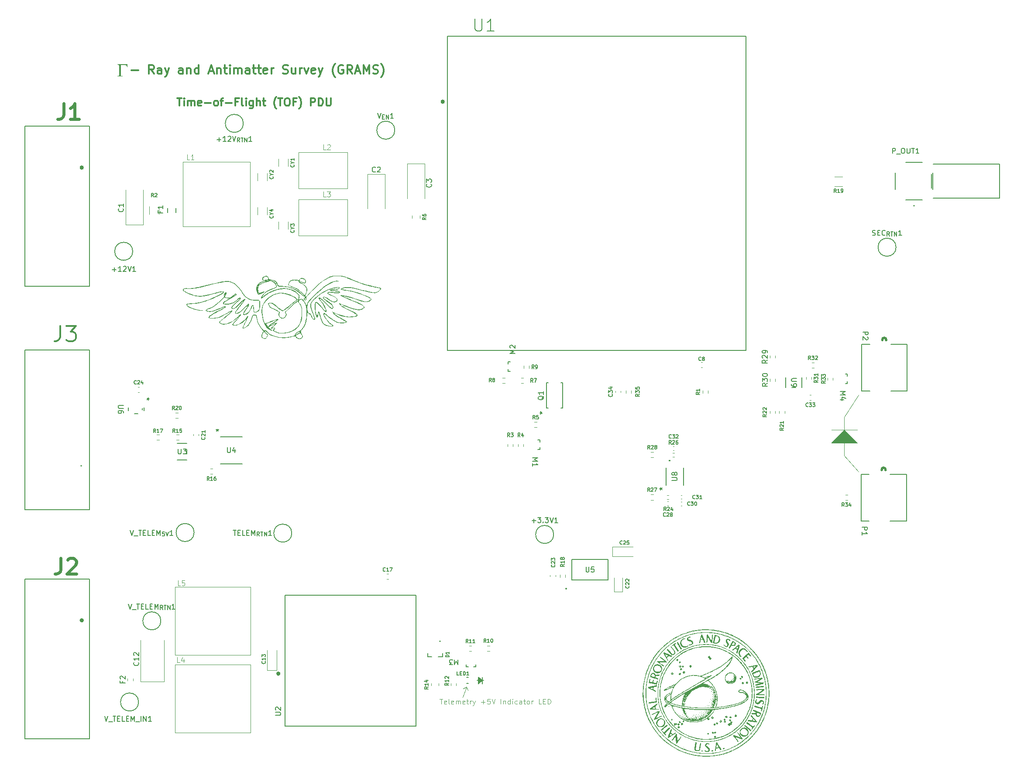
<source format=gbr>
%TF.GenerationSoftware,KiCad,Pcbnew,9.0.3*%
%TF.CreationDate,2025-09-16T14:49:37-04:00*%
%TF.ProjectId,9_TOF_PDU,395f544f-465f-4504-9455-2e6b69636164,rev?*%
%TF.SameCoordinates,Original*%
%TF.FileFunction,Legend,Top*%
%TF.FilePolarity,Positive*%
%FSLAX46Y46*%
G04 Gerber Fmt 4.6, Leading zero omitted, Abs format (unit mm)*
G04 Created by KiCad (PCBNEW 9.0.3) date 2025-09-16 14:49:37*
%MOMM*%
%LPD*%
G01*
G04 APERTURE LIST*
%ADD10C,0.100000*%
%ADD11C,0.500000*%
%ADD12C,0.300000*%
%ADD13C,0.340000*%
%ADD14C,0.150000*%
%ADD15C,0.600000*%
%ADD16C,0.120000*%
%ADD17C,0.152400*%
%ADD18C,0.127000*%
%ADD19C,0.200000*%
%ADD20C,0.508000*%
%ADD21C,0.400000*%
%ADD22C,0.000000*%
G04 APERTURE END LIST*
D10*
X197450000Y-191910000D02*
X196770000Y-192210000D01*
X273230000Y-144540000D02*
X268230000Y-144540000D01*
X270730000Y-142040000D01*
X273230000Y-144540000D01*
G36*
X273230000Y-144540000D02*
G01*
X268230000Y-144540000D01*
X270730000Y-142040000D01*
X273230000Y-144540000D01*
G37*
X196770000Y-192210000D02*
X197450000Y-191910000D01*
X268230000Y-142040000D02*
X273230000Y-142040000D01*
X270730000Y-142040000D02*
X270730000Y-139540000D01*
X197450000Y-191910000D02*
X197750000Y-192560000D01*
X270730000Y-147040000D02*
X273480000Y-150170000D01*
X270730000Y-139540000D02*
X273480000Y-135210000D01*
X270730000Y-144540000D02*
X270730000Y-147040000D01*
X196660000Y-193950000D02*
X197450000Y-191910000D01*
D11*
G36*
X131647828Y-71079808D02*
G01*
X131666910Y-71646451D01*
X131594248Y-71646451D01*
X131569311Y-71498219D01*
X131528056Y-71395864D01*
X131474111Y-71327561D01*
X131400361Y-71281158D01*
X131287419Y-71248779D01*
X131120416Y-71236123D01*
X130380819Y-71236123D01*
X130380819Y-73067944D01*
X130389016Y-73164229D01*
X130410299Y-73230831D01*
X130441574Y-73275703D01*
X130486392Y-73307197D01*
X130551952Y-73328467D01*
X130645669Y-73336612D01*
X130742756Y-73336612D01*
X130742756Y-73405000D01*
X129699839Y-73405000D01*
X129699839Y-73336612D01*
X129764563Y-73336612D01*
X129861685Y-73328291D01*
X129929357Y-73306614D01*
X129975375Y-73274635D01*
X130007813Y-73228904D01*
X130029632Y-73162453D01*
X130037963Y-73067944D01*
X130037963Y-71416863D01*
X130029715Y-71322278D01*
X130008140Y-71255895D01*
X129976139Y-71210325D01*
X129930625Y-71178359D01*
X129862838Y-71156589D01*
X129764563Y-71148196D01*
X129699839Y-71148196D01*
X129699839Y-71079808D01*
X131647828Y-71079808D01*
G37*
D10*
X192241027Y-194212419D02*
X192812455Y-194212419D01*
X192526741Y-195212419D02*
X192526741Y-194212419D01*
X193526741Y-195164800D02*
X193431503Y-195212419D01*
X193431503Y-195212419D02*
X193241027Y-195212419D01*
X193241027Y-195212419D02*
X193145789Y-195164800D01*
X193145789Y-195164800D02*
X193098170Y-195069561D01*
X193098170Y-195069561D02*
X193098170Y-194688609D01*
X193098170Y-194688609D02*
X193145789Y-194593371D01*
X193145789Y-194593371D02*
X193241027Y-194545752D01*
X193241027Y-194545752D02*
X193431503Y-194545752D01*
X193431503Y-194545752D02*
X193526741Y-194593371D01*
X193526741Y-194593371D02*
X193574360Y-194688609D01*
X193574360Y-194688609D02*
X193574360Y-194783847D01*
X193574360Y-194783847D02*
X193098170Y-194879085D01*
X194145789Y-195212419D02*
X194050551Y-195164800D01*
X194050551Y-195164800D02*
X194002932Y-195069561D01*
X194002932Y-195069561D02*
X194002932Y-194212419D01*
X194907694Y-195164800D02*
X194812456Y-195212419D01*
X194812456Y-195212419D02*
X194621980Y-195212419D01*
X194621980Y-195212419D02*
X194526742Y-195164800D01*
X194526742Y-195164800D02*
X194479123Y-195069561D01*
X194479123Y-195069561D02*
X194479123Y-194688609D01*
X194479123Y-194688609D02*
X194526742Y-194593371D01*
X194526742Y-194593371D02*
X194621980Y-194545752D01*
X194621980Y-194545752D02*
X194812456Y-194545752D01*
X194812456Y-194545752D02*
X194907694Y-194593371D01*
X194907694Y-194593371D02*
X194955313Y-194688609D01*
X194955313Y-194688609D02*
X194955313Y-194783847D01*
X194955313Y-194783847D02*
X194479123Y-194879085D01*
X195383885Y-195212419D02*
X195383885Y-194545752D01*
X195383885Y-194640990D02*
X195431504Y-194593371D01*
X195431504Y-194593371D02*
X195526742Y-194545752D01*
X195526742Y-194545752D02*
X195669599Y-194545752D01*
X195669599Y-194545752D02*
X195764837Y-194593371D01*
X195764837Y-194593371D02*
X195812456Y-194688609D01*
X195812456Y-194688609D02*
X195812456Y-195212419D01*
X195812456Y-194688609D02*
X195860075Y-194593371D01*
X195860075Y-194593371D02*
X195955313Y-194545752D01*
X195955313Y-194545752D02*
X196098170Y-194545752D01*
X196098170Y-194545752D02*
X196193409Y-194593371D01*
X196193409Y-194593371D02*
X196241028Y-194688609D01*
X196241028Y-194688609D02*
X196241028Y-195212419D01*
X197098170Y-195164800D02*
X197002932Y-195212419D01*
X197002932Y-195212419D02*
X196812456Y-195212419D01*
X196812456Y-195212419D02*
X196717218Y-195164800D01*
X196717218Y-195164800D02*
X196669599Y-195069561D01*
X196669599Y-195069561D02*
X196669599Y-194688609D01*
X196669599Y-194688609D02*
X196717218Y-194593371D01*
X196717218Y-194593371D02*
X196812456Y-194545752D01*
X196812456Y-194545752D02*
X197002932Y-194545752D01*
X197002932Y-194545752D02*
X197098170Y-194593371D01*
X197098170Y-194593371D02*
X197145789Y-194688609D01*
X197145789Y-194688609D02*
X197145789Y-194783847D01*
X197145789Y-194783847D02*
X196669599Y-194879085D01*
X197431504Y-194545752D02*
X197812456Y-194545752D01*
X197574361Y-194212419D02*
X197574361Y-195069561D01*
X197574361Y-195069561D02*
X197621980Y-195164800D01*
X197621980Y-195164800D02*
X197717218Y-195212419D01*
X197717218Y-195212419D02*
X197812456Y-195212419D01*
X198145790Y-195212419D02*
X198145790Y-194545752D01*
X198145790Y-194736228D02*
X198193409Y-194640990D01*
X198193409Y-194640990D02*
X198241028Y-194593371D01*
X198241028Y-194593371D02*
X198336266Y-194545752D01*
X198336266Y-194545752D02*
X198431504Y-194545752D01*
X198669600Y-194545752D02*
X198907695Y-195212419D01*
X199145790Y-194545752D02*
X198907695Y-195212419D01*
X198907695Y-195212419D02*
X198812457Y-195450514D01*
X198812457Y-195450514D02*
X198764838Y-195498133D01*
X198764838Y-195498133D02*
X198669600Y-195545752D01*
X200288648Y-194831466D02*
X201050553Y-194831466D01*
X200669600Y-195212419D02*
X200669600Y-194450514D01*
X202002933Y-194212419D02*
X201526743Y-194212419D01*
X201526743Y-194212419D02*
X201479124Y-194688609D01*
X201479124Y-194688609D02*
X201526743Y-194640990D01*
X201526743Y-194640990D02*
X201621981Y-194593371D01*
X201621981Y-194593371D02*
X201860076Y-194593371D01*
X201860076Y-194593371D02*
X201955314Y-194640990D01*
X201955314Y-194640990D02*
X202002933Y-194688609D01*
X202002933Y-194688609D02*
X202050552Y-194783847D01*
X202050552Y-194783847D02*
X202050552Y-195021942D01*
X202050552Y-195021942D02*
X202002933Y-195117180D01*
X202002933Y-195117180D02*
X201955314Y-195164800D01*
X201955314Y-195164800D02*
X201860076Y-195212419D01*
X201860076Y-195212419D02*
X201621981Y-195212419D01*
X201621981Y-195212419D02*
X201526743Y-195164800D01*
X201526743Y-195164800D02*
X201479124Y-195117180D01*
X202336267Y-194212419D02*
X202669600Y-195212419D01*
X202669600Y-195212419D02*
X203002933Y-194212419D01*
X204098172Y-195212419D02*
X204098172Y-194212419D01*
X204574362Y-194545752D02*
X204574362Y-195212419D01*
X204574362Y-194640990D02*
X204621981Y-194593371D01*
X204621981Y-194593371D02*
X204717219Y-194545752D01*
X204717219Y-194545752D02*
X204860076Y-194545752D01*
X204860076Y-194545752D02*
X204955314Y-194593371D01*
X204955314Y-194593371D02*
X205002933Y-194688609D01*
X205002933Y-194688609D02*
X205002933Y-195212419D01*
X205907695Y-195212419D02*
X205907695Y-194212419D01*
X205907695Y-195164800D02*
X205812457Y-195212419D01*
X205812457Y-195212419D02*
X205621981Y-195212419D01*
X205621981Y-195212419D02*
X205526743Y-195164800D01*
X205526743Y-195164800D02*
X205479124Y-195117180D01*
X205479124Y-195117180D02*
X205431505Y-195021942D01*
X205431505Y-195021942D02*
X205431505Y-194736228D01*
X205431505Y-194736228D02*
X205479124Y-194640990D01*
X205479124Y-194640990D02*
X205526743Y-194593371D01*
X205526743Y-194593371D02*
X205621981Y-194545752D01*
X205621981Y-194545752D02*
X205812457Y-194545752D01*
X205812457Y-194545752D02*
X205907695Y-194593371D01*
X206383886Y-195212419D02*
X206383886Y-194545752D01*
X206383886Y-194212419D02*
X206336267Y-194260038D01*
X206336267Y-194260038D02*
X206383886Y-194307657D01*
X206383886Y-194307657D02*
X206431505Y-194260038D01*
X206431505Y-194260038D02*
X206383886Y-194212419D01*
X206383886Y-194212419D02*
X206383886Y-194307657D01*
X207288647Y-195164800D02*
X207193409Y-195212419D01*
X207193409Y-195212419D02*
X207002933Y-195212419D01*
X207002933Y-195212419D02*
X206907695Y-195164800D01*
X206907695Y-195164800D02*
X206860076Y-195117180D01*
X206860076Y-195117180D02*
X206812457Y-195021942D01*
X206812457Y-195021942D02*
X206812457Y-194736228D01*
X206812457Y-194736228D02*
X206860076Y-194640990D01*
X206860076Y-194640990D02*
X206907695Y-194593371D01*
X206907695Y-194593371D02*
X207002933Y-194545752D01*
X207002933Y-194545752D02*
X207193409Y-194545752D01*
X207193409Y-194545752D02*
X207288647Y-194593371D01*
X208145790Y-195212419D02*
X208145790Y-194688609D01*
X208145790Y-194688609D02*
X208098171Y-194593371D01*
X208098171Y-194593371D02*
X208002933Y-194545752D01*
X208002933Y-194545752D02*
X207812457Y-194545752D01*
X207812457Y-194545752D02*
X207717219Y-194593371D01*
X208145790Y-195164800D02*
X208050552Y-195212419D01*
X208050552Y-195212419D02*
X207812457Y-195212419D01*
X207812457Y-195212419D02*
X207717219Y-195164800D01*
X207717219Y-195164800D02*
X207669600Y-195069561D01*
X207669600Y-195069561D02*
X207669600Y-194974323D01*
X207669600Y-194974323D02*
X207717219Y-194879085D01*
X207717219Y-194879085D02*
X207812457Y-194831466D01*
X207812457Y-194831466D02*
X208050552Y-194831466D01*
X208050552Y-194831466D02*
X208145790Y-194783847D01*
X208479124Y-194545752D02*
X208860076Y-194545752D01*
X208621981Y-194212419D02*
X208621981Y-195069561D01*
X208621981Y-195069561D02*
X208669600Y-195164800D01*
X208669600Y-195164800D02*
X208764838Y-195212419D01*
X208764838Y-195212419D02*
X208860076Y-195212419D01*
X209336267Y-195212419D02*
X209241029Y-195164800D01*
X209241029Y-195164800D02*
X209193410Y-195117180D01*
X209193410Y-195117180D02*
X209145791Y-195021942D01*
X209145791Y-195021942D02*
X209145791Y-194736228D01*
X209145791Y-194736228D02*
X209193410Y-194640990D01*
X209193410Y-194640990D02*
X209241029Y-194593371D01*
X209241029Y-194593371D02*
X209336267Y-194545752D01*
X209336267Y-194545752D02*
X209479124Y-194545752D01*
X209479124Y-194545752D02*
X209574362Y-194593371D01*
X209574362Y-194593371D02*
X209621981Y-194640990D01*
X209621981Y-194640990D02*
X209669600Y-194736228D01*
X209669600Y-194736228D02*
X209669600Y-195021942D01*
X209669600Y-195021942D02*
X209621981Y-195117180D01*
X209621981Y-195117180D02*
X209574362Y-195164800D01*
X209574362Y-195164800D02*
X209479124Y-195212419D01*
X209479124Y-195212419D02*
X209336267Y-195212419D01*
X210098172Y-195212419D02*
X210098172Y-194545752D01*
X210098172Y-194736228D02*
X210145791Y-194640990D01*
X210145791Y-194640990D02*
X210193410Y-194593371D01*
X210193410Y-194593371D02*
X210288648Y-194545752D01*
X210288648Y-194545752D02*
X210383886Y-194545752D01*
X211955315Y-195212419D02*
X211479125Y-195212419D01*
X211479125Y-195212419D02*
X211479125Y-194212419D01*
X212288649Y-194688609D02*
X212621982Y-194688609D01*
X212764839Y-195212419D02*
X212288649Y-195212419D01*
X212288649Y-195212419D02*
X212288649Y-194212419D01*
X212288649Y-194212419D02*
X212764839Y-194212419D01*
X213193411Y-195212419D02*
X213193411Y-194212419D01*
X213193411Y-194212419D02*
X213431506Y-194212419D01*
X213431506Y-194212419D02*
X213574363Y-194260038D01*
X213574363Y-194260038D02*
X213669601Y-194355276D01*
X213669601Y-194355276D02*
X213717220Y-194450514D01*
X213717220Y-194450514D02*
X213764839Y-194640990D01*
X213764839Y-194640990D02*
X213764839Y-194783847D01*
X213764839Y-194783847D02*
X213717220Y-194974323D01*
X213717220Y-194974323D02*
X213669601Y-195069561D01*
X213669601Y-195069561D02*
X213574363Y-195164800D01*
X213574363Y-195164800D02*
X213431506Y-195212419D01*
X213431506Y-195212419D02*
X213193411Y-195212419D01*
D12*
X141320225Y-77640828D02*
X142177368Y-77640828D01*
X141748796Y-79140828D02*
X141748796Y-77640828D01*
X142677367Y-79140828D02*
X142677367Y-78140828D01*
X142677367Y-77640828D02*
X142605939Y-77712257D01*
X142605939Y-77712257D02*
X142677367Y-77783685D01*
X142677367Y-77783685D02*
X142748796Y-77712257D01*
X142748796Y-77712257D02*
X142677367Y-77640828D01*
X142677367Y-77640828D02*
X142677367Y-77783685D01*
X143391653Y-79140828D02*
X143391653Y-78140828D01*
X143391653Y-78283685D02*
X143463082Y-78212257D01*
X143463082Y-78212257D02*
X143605939Y-78140828D01*
X143605939Y-78140828D02*
X143820225Y-78140828D01*
X143820225Y-78140828D02*
X143963082Y-78212257D01*
X143963082Y-78212257D02*
X144034511Y-78355114D01*
X144034511Y-78355114D02*
X144034511Y-79140828D01*
X144034511Y-78355114D02*
X144105939Y-78212257D01*
X144105939Y-78212257D02*
X144248796Y-78140828D01*
X144248796Y-78140828D02*
X144463082Y-78140828D01*
X144463082Y-78140828D02*
X144605939Y-78212257D01*
X144605939Y-78212257D02*
X144677368Y-78355114D01*
X144677368Y-78355114D02*
X144677368Y-79140828D01*
X145963082Y-79069400D02*
X145820225Y-79140828D01*
X145820225Y-79140828D02*
X145534511Y-79140828D01*
X145534511Y-79140828D02*
X145391653Y-79069400D01*
X145391653Y-79069400D02*
X145320225Y-78926542D01*
X145320225Y-78926542D02*
X145320225Y-78355114D01*
X145320225Y-78355114D02*
X145391653Y-78212257D01*
X145391653Y-78212257D02*
X145534511Y-78140828D01*
X145534511Y-78140828D02*
X145820225Y-78140828D01*
X145820225Y-78140828D02*
X145963082Y-78212257D01*
X145963082Y-78212257D02*
X146034511Y-78355114D01*
X146034511Y-78355114D02*
X146034511Y-78497971D01*
X146034511Y-78497971D02*
X145320225Y-78640828D01*
X146677367Y-78569400D02*
X147820225Y-78569400D01*
X148748796Y-79140828D02*
X148605939Y-79069400D01*
X148605939Y-79069400D02*
X148534510Y-78997971D01*
X148534510Y-78997971D02*
X148463082Y-78855114D01*
X148463082Y-78855114D02*
X148463082Y-78426542D01*
X148463082Y-78426542D02*
X148534510Y-78283685D01*
X148534510Y-78283685D02*
X148605939Y-78212257D01*
X148605939Y-78212257D02*
X148748796Y-78140828D01*
X148748796Y-78140828D02*
X148963082Y-78140828D01*
X148963082Y-78140828D02*
X149105939Y-78212257D01*
X149105939Y-78212257D02*
X149177368Y-78283685D01*
X149177368Y-78283685D02*
X149248796Y-78426542D01*
X149248796Y-78426542D02*
X149248796Y-78855114D01*
X149248796Y-78855114D02*
X149177368Y-78997971D01*
X149177368Y-78997971D02*
X149105939Y-79069400D01*
X149105939Y-79069400D02*
X148963082Y-79140828D01*
X148963082Y-79140828D02*
X148748796Y-79140828D01*
X149677368Y-78140828D02*
X150248796Y-78140828D01*
X149891653Y-79140828D02*
X149891653Y-77855114D01*
X149891653Y-77855114D02*
X149963082Y-77712257D01*
X149963082Y-77712257D02*
X150105939Y-77640828D01*
X150105939Y-77640828D02*
X150248796Y-77640828D01*
X150748796Y-78569400D02*
X151891654Y-78569400D01*
X153105939Y-78355114D02*
X152605939Y-78355114D01*
X152605939Y-79140828D02*
X152605939Y-77640828D01*
X152605939Y-77640828D02*
X153320225Y-77640828D01*
X154105939Y-79140828D02*
X153963082Y-79069400D01*
X153963082Y-79069400D02*
X153891653Y-78926542D01*
X153891653Y-78926542D02*
X153891653Y-77640828D01*
X154677367Y-79140828D02*
X154677367Y-78140828D01*
X154677367Y-77640828D02*
X154605939Y-77712257D01*
X154605939Y-77712257D02*
X154677367Y-77783685D01*
X154677367Y-77783685D02*
X154748796Y-77712257D01*
X154748796Y-77712257D02*
X154677367Y-77640828D01*
X154677367Y-77640828D02*
X154677367Y-77783685D01*
X156034511Y-78140828D02*
X156034511Y-79355114D01*
X156034511Y-79355114D02*
X155963082Y-79497971D01*
X155963082Y-79497971D02*
X155891653Y-79569400D01*
X155891653Y-79569400D02*
X155748796Y-79640828D01*
X155748796Y-79640828D02*
X155534511Y-79640828D01*
X155534511Y-79640828D02*
X155391653Y-79569400D01*
X156034511Y-79069400D02*
X155891653Y-79140828D01*
X155891653Y-79140828D02*
X155605939Y-79140828D01*
X155605939Y-79140828D02*
X155463082Y-79069400D01*
X155463082Y-79069400D02*
X155391653Y-78997971D01*
X155391653Y-78997971D02*
X155320225Y-78855114D01*
X155320225Y-78855114D02*
X155320225Y-78426542D01*
X155320225Y-78426542D02*
X155391653Y-78283685D01*
X155391653Y-78283685D02*
X155463082Y-78212257D01*
X155463082Y-78212257D02*
X155605939Y-78140828D01*
X155605939Y-78140828D02*
X155891653Y-78140828D01*
X155891653Y-78140828D02*
X156034511Y-78212257D01*
X156748796Y-79140828D02*
X156748796Y-77640828D01*
X157391654Y-79140828D02*
X157391654Y-78355114D01*
X157391654Y-78355114D02*
X157320225Y-78212257D01*
X157320225Y-78212257D02*
X157177368Y-78140828D01*
X157177368Y-78140828D02*
X156963082Y-78140828D01*
X156963082Y-78140828D02*
X156820225Y-78212257D01*
X156820225Y-78212257D02*
X156748796Y-78283685D01*
X157891654Y-78140828D02*
X158463082Y-78140828D01*
X158105939Y-77640828D02*
X158105939Y-78926542D01*
X158105939Y-78926542D02*
X158177368Y-79069400D01*
X158177368Y-79069400D02*
X158320225Y-79140828D01*
X158320225Y-79140828D02*
X158463082Y-79140828D01*
X160534511Y-79712257D02*
X160463082Y-79640828D01*
X160463082Y-79640828D02*
X160320225Y-79426542D01*
X160320225Y-79426542D02*
X160248797Y-79283685D01*
X160248797Y-79283685D02*
X160177368Y-79069400D01*
X160177368Y-79069400D02*
X160105939Y-78712257D01*
X160105939Y-78712257D02*
X160105939Y-78426542D01*
X160105939Y-78426542D02*
X160177368Y-78069400D01*
X160177368Y-78069400D02*
X160248797Y-77855114D01*
X160248797Y-77855114D02*
X160320225Y-77712257D01*
X160320225Y-77712257D02*
X160463082Y-77497971D01*
X160463082Y-77497971D02*
X160534511Y-77426542D01*
X160891654Y-77640828D02*
X161748797Y-77640828D01*
X161320225Y-79140828D02*
X161320225Y-77640828D01*
X162534511Y-77640828D02*
X162820225Y-77640828D01*
X162820225Y-77640828D02*
X162963082Y-77712257D01*
X162963082Y-77712257D02*
X163105939Y-77855114D01*
X163105939Y-77855114D02*
X163177368Y-78140828D01*
X163177368Y-78140828D02*
X163177368Y-78640828D01*
X163177368Y-78640828D02*
X163105939Y-78926542D01*
X163105939Y-78926542D02*
X162963082Y-79069400D01*
X162963082Y-79069400D02*
X162820225Y-79140828D01*
X162820225Y-79140828D02*
X162534511Y-79140828D01*
X162534511Y-79140828D02*
X162391654Y-79069400D01*
X162391654Y-79069400D02*
X162248796Y-78926542D01*
X162248796Y-78926542D02*
X162177368Y-78640828D01*
X162177368Y-78640828D02*
X162177368Y-78140828D01*
X162177368Y-78140828D02*
X162248796Y-77855114D01*
X162248796Y-77855114D02*
X162391654Y-77712257D01*
X162391654Y-77712257D02*
X162534511Y-77640828D01*
X164320225Y-78355114D02*
X163820225Y-78355114D01*
X163820225Y-79140828D02*
X163820225Y-77640828D01*
X163820225Y-77640828D02*
X164534511Y-77640828D01*
X164963082Y-79712257D02*
X165034511Y-79640828D01*
X165034511Y-79640828D02*
X165177368Y-79426542D01*
X165177368Y-79426542D02*
X165248797Y-79283685D01*
X165248797Y-79283685D02*
X165320225Y-79069400D01*
X165320225Y-79069400D02*
X165391654Y-78712257D01*
X165391654Y-78712257D02*
X165391654Y-78426542D01*
X165391654Y-78426542D02*
X165320225Y-78069400D01*
X165320225Y-78069400D02*
X165248797Y-77855114D01*
X165248797Y-77855114D02*
X165177368Y-77712257D01*
X165177368Y-77712257D02*
X165034511Y-77497971D01*
X165034511Y-77497971D02*
X164963082Y-77426542D01*
X167248796Y-79140828D02*
X167248796Y-77640828D01*
X167248796Y-77640828D02*
X167820225Y-77640828D01*
X167820225Y-77640828D02*
X167963082Y-77712257D01*
X167963082Y-77712257D02*
X168034511Y-77783685D01*
X168034511Y-77783685D02*
X168105939Y-77926542D01*
X168105939Y-77926542D02*
X168105939Y-78140828D01*
X168105939Y-78140828D02*
X168034511Y-78283685D01*
X168034511Y-78283685D02*
X167963082Y-78355114D01*
X167963082Y-78355114D02*
X167820225Y-78426542D01*
X167820225Y-78426542D02*
X167248796Y-78426542D01*
X168748796Y-79140828D02*
X168748796Y-77640828D01*
X168748796Y-77640828D02*
X169105939Y-77640828D01*
X169105939Y-77640828D02*
X169320225Y-77712257D01*
X169320225Y-77712257D02*
X169463082Y-77855114D01*
X169463082Y-77855114D02*
X169534511Y-77997971D01*
X169534511Y-77997971D02*
X169605939Y-78283685D01*
X169605939Y-78283685D02*
X169605939Y-78497971D01*
X169605939Y-78497971D02*
X169534511Y-78783685D01*
X169534511Y-78783685D02*
X169463082Y-78926542D01*
X169463082Y-78926542D02*
X169320225Y-79069400D01*
X169320225Y-79069400D02*
X169105939Y-79140828D01*
X169105939Y-79140828D02*
X168748796Y-79140828D01*
X170248796Y-77640828D02*
X170248796Y-78855114D01*
X170248796Y-78855114D02*
X170320225Y-78997971D01*
X170320225Y-78997971D02*
X170391654Y-79069400D01*
X170391654Y-79069400D02*
X170534511Y-79140828D01*
X170534511Y-79140828D02*
X170820225Y-79140828D01*
X170820225Y-79140828D02*
X170963082Y-79069400D01*
X170963082Y-79069400D02*
X171034511Y-78997971D01*
X171034511Y-78997971D02*
X171105939Y-78855114D01*
X171105939Y-78855114D02*
X171105939Y-77640828D01*
D13*
X132454445Y-72278654D02*
X133749684Y-72278654D01*
X136825874Y-72926273D02*
X136259207Y-72116749D01*
X135854445Y-72926273D02*
X135854445Y-71226273D01*
X135854445Y-71226273D02*
X136502064Y-71226273D01*
X136502064Y-71226273D02*
X136663969Y-71307225D01*
X136663969Y-71307225D02*
X136744922Y-71388178D01*
X136744922Y-71388178D02*
X136825874Y-71550082D01*
X136825874Y-71550082D02*
X136825874Y-71792940D01*
X136825874Y-71792940D02*
X136744922Y-71954844D01*
X136744922Y-71954844D02*
X136663969Y-72035797D01*
X136663969Y-72035797D02*
X136502064Y-72116749D01*
X136502064Y-72116749D02*
X135854445Y-72116749D01*
X138283017Y-72926273D02*
X138283017Y-72035797D01*
X138283017Y-72035797D02*
X138202064Y-71873892D01*
X138202064Y-71873892D02*
X138040160Y-71792940D01*
X138040160Y-71792940D02*
X137716350Y-71792940D01*
X137716350Y-71792940D02*
X137554445Y-71873892D01*
X138283017Y-72845321D02*
X138121112Y-72926273D01*
X138121112Y-72926273D02*
X137716350Y-72926273D01*
X137716350Y-72926273D02*
X137554445Y-72845321D01*
X137554445Y-72845321D02*
X137473493Y-72683416D01*
X137473493Y-72683416D02*
X137473493Y-72521511D01*
X137473493Y-72521511D02*
X137554445Y-72359606D01*
X137554445Y-72359606D02*
X137716350Y-72278654D01*
X137716350Y-72278654D02*
X138121112Y-72278654D01*
X138121112Y-72278654D02*
X138283017Y-72197701D01*
X138930636Y-71792940D02*
X139335398Y-72926273D01*
X139740159Y-71792940D02*
X139335398Y-72926273D01*
X139335398Y-72926273D02*
X139173493Y-73331035D01*
X139173493Y-73331035D02*
X139092540Y-73411987D01*
X139092540Y-73411987D02*
X138930636Y-73492940D01*
X142411588Y-72926273D02*
X142411588Y-72035797D01*
X142411588Y-72035797D02*
X142330635Y-71873892D01*
X142330635Y-71873892D02*
X142168731Y-71792940D01*
X142168731Y-71792940D02*
X141844921Y-71792940D01*
X141844921Y-71792940D02*
X141683016Y-71873892D01*
X142411588Y-72845321D02*
X142249683Y-72926273D01*
X142249683Y-72926273D02*
X141844921Y-72926273D01*
X141844921Y-72926273D02*
X141683016Y-72845321D01*
X141683016Y-72845321D02*
X141602064Y-72683416D01*
X141602064Y-72683416D02*
X141602064Y-72521511D01*
X141602064Y-72521511D02*
X141683016Y-72359606D01*
X141683016Y-72359606D02*
X141844921Y-72278654D01*
X141844921Y-72278654D02*
X142249683Y-72278654D01*
X142249683Y-72278654D02*
X142411588Y-72197701D01*
X143221111Y-71792940D02*
X143221111Y-72926273D01*
X143221111Y-71954844D02*
X143302064Y-71873892D01*
X143302064Y-71873892D02*
X143463969Y-71792940D01*
X143463969Y-71792940D02*
X143706826Y-71792940D01*
X143706826Y-71792940D02*
X143868730Y-71873892D01*
X143868730Y-71873892D02*
X143949683Y-72035797D01*
X143949683Y-72035797D02*
X143949683Y-72926273D01*
X145487778Y-72926273D02*
X145487778Y-71226273D01*
X145487778Y-72845321D02*
X145325873Y-72926273D01*
X145325873Y-72926273D02*
X145002064Y-72926273D01*
X145002064Y-72926273D02*
X144840159Y-72845321D01*
X144840159Y-72845321D02*
X144759206Y-72764368D01*
X144759206Y-72764368D02*
X144678254Y-72602463D01*
X144678254Y-72602463D02*
X144678254Y-72116749D01*
X144678254Y-72116749D02*
X144759206Y-71954844D01*
X144759206Y-71954844D02*
X144840159Y-71873892D01*
X144840159Y-71873892D02*
X145002064Y-71792940D01*
X145002064Y-71792940D02*
X145325873Y-71792940D01*
X145325873Y-71792940D02*
X145487778Y-71873892D01*
X147511587Y-72440559D02*
X148321111Y-72440559D01*
X147349682Y-72926273D02*
X147916349Y-71226273D01*
X147916349Y-71226273D02*
X148483016Y-72926273D01*
X149049682Y-71792940D02*
X149049682Y-72926273D01*
X149049682Y-71954844D02*
X149130635Y-71873892D01*
X149130635Y-71873892D02*
X149292540Y-71792940D01*
X149292540Y-71792940D02*
X149535397Y-71792940D01*
X149535397Y-71792940D02*
X149697301Y-71873892D01*
X149697301Y-71873892D02*
X149778254Y-72035797D01*
X149778254Y-72035797D02*
X149778254Y-72926273D01*
X150344920Y-71792940D02*
X150992539Y-71792940D01*
X150587777Y-71226273D02*
X150587777Y-72683416D01*
X150587777Y-72683416D02*
X150668730Y-72845321D01*
X150668730Y-72845321D02*
X150830635Y-72926273D01*
X150830635Y-72926273D02*
X150992539Y-72926273D01*
X151559206Y-72926273D02*
X151559206Y-71792940D01*
X151559206Y-71226273D02*
X151478254Y-71307225D01*
X151478254Y-71307225D02*
X151559206Y-71388178D01*
X151559206Y-71388178D02*
X151640159Y-71307225D01*
X151640159Y-71307225D02*
X151559206Y-71226273D01*
X151559206Y-71226273D02*
X151559206Y-71388178D01*
X152368730Y-72926273D02*
X152368730Y-71792940D01*
X152368730Y-71954844D02*
X152449683Y-71873892D01*
X152449683Y-71873892D02*
X152611588Y-71792940D01*
X152611588Y-71792940D02*
X152854445Y-71792940D01*
X152854445Y-71792940D02*
X153016349Y-71873892D01*
X153016349Y-71873892D02*
X153097302Y-72035797D01*
X153097302Y-72035797D02*
X153097302Y-72926273D01*
X153097302Y-72035797D02*
X153178254Y-71873892D01*
X153178254Y-71873892D02*
X153340159Y-71792940D01*
X153340159Y-71792940D02*
X153583016Y-71792940D01*
X153583016Y-71792940D02*
X153744921Y-71873892D01*
X153744921Y-71873892D02*
X153825873Y-72035797D01*
X153825873Y-72035797D02*
X153825873Y-72926273D01*
X155363969Y-72926273D02*
X155363969Y-72035797D01*
X155363969Y-72035797D02*
X155283016Y-71873892D01*
X155283016Y-71873892D02*
X155121112Y-71792940D01*
X155121112Y-71792940D02*
X154797302Y-71792940D01*
X154797302Y-71792940D02*
X154635397Y-71873892D01*
X155363969Y-72845321D02*
X155202064Y-72926273D01*
X155202064Y-72926273D02*
X154797302Y-72926273D01*
X154797302Y-72926273D02*
X154635397Y-72845321D01*
X154635397Y-72845321D02*
X154554445Y-72683416D01*
X154554445Y-72683416D02*
X154554445Y-72521511D01*
X154554445Y-72521511D02*
X154635397Y-72359606D01*
X154635397Y-72359606D02*
X154797302Y-72278654D01*
X154797302Y-72278654D02*
X155202064Y-72278654D01*
X155202064Y-72278654D02*
X155363969Y-72197701D01*
X155930635Y-71792940D02*
X156578254Y-71792940D01*
X156173492Y-71226273D02*
X156173492Y-72683416D01*
X156173492Y-72683416D02*
X156254445Y-72845321D01*
X156254445Y-72845321D02*
X156416350Y-72926273D01*
X156416350Y-72926273D02*
X156578254Y-72926273D01*
X156902064Y-71792940D02*
X157549683Y-71792940D01*
X157144921Y-71226273D02*
X157144921Y-72683416D01*
X157144921Y-72683416D02*
X157225874Y-72845321D01*
X157225874Y-72845321D02*
X157387779Y-72926273D01*
X157387779Y-72926273D02*
X157549683Y-72926273D01*
X158763969Y-72845321D02*
X158602065Y-72926273D01*
X158602065Y-72926273D02*
X158278255Y-72926273D01*
X158278255Y-72926273D02*
X158116350Y-72845321D01*
X158116350Y-72845321D02*
X158035398Y-72683416D01*
X158035398Y-72683416D02*
X158035398Y-72035797D01*
X158035398Y-72035797D02*
X158116350Y-71873892D01*
X158116350Y-71873892D02*
X158278255Y-71792940D01*
X158278255Y-71792940D02*
X158602065Y-71792940D01*
X158602065Y-71792940D02*
X158763969Y-71873892D01*
X158763969Y-71873892D02*
X158844922Y-72035797D01*
X158844922Y-72035797D02*
X158844922Y-72197701D01*
X158844922Y-72197701D02*
X158035398Y-72359606D01*
X159573493Y-72926273D02*
X159573493Y-71792940D01*
X159573493Y-72116749D02*
X159654446Y-71954844D01*
X159654446Y-71954844D02*
X159735398Y-71873892D01*
X159735398Y-71873892D02*
X159897303Y-71792940D01*
X159897303Y-71792940D02*
X160059208Y-71792940D01*
X161840160Y-72845321D02*
X162083017Y-72926273D01*
X162083017Y-72926273D02*
X162487779Y-72926273D01*
X162487779Y-72926273D02*
X162649684Y-72845321D01*
X162649684Y-72845321D02*
X162730636Y-72764368D01*
X162730636Y-72764368D02*
X162811589Y-72602463D01*
X162811589Y-72602463D02*
X162811589Y-72440559D01*
X162811589Y-72440559D02*
X162730636Y-72278654D01*
X162730636Y-72278654D02*
X162649684Y-72197701D01*
X162649684Y-72197701D02*
X162487779Y-72116749D01*
X162487779Y-72116749D02*
X162163970Y-72035797D01*
X162163970Y-72035797D02*
X162002065Y-71954844D01*
X162002065Y-71954844D02*
X161921112Y-71873892D01*
X161921112Y-71873892D02*
X161840160Y-71711987D01*
X161840160Y-71711987D02*
X161840160Y-71550082D01*
X161840160Y-71550082D02*
X161921112Y-71388178D01*
X161921112Y-71388178D02*
X162002065Y-71307225D01*
X162002065Y-71307225D02*
X162163970Y-71226273D01*
X162163970Y-71226273D02*
X162568731Y-71226273D01*
X162568731Y-71226273D02*
X162811589Y-71307225D01*
X164268732Y-71792940D02*
X164268732Y-72926273D01*
X163540160Y-71792940D02*
X163540160Y-72683416D01*
X163540160Y-72683416D02*
X163621113Y-72845321D01*
X163621113Y-72845321D02*
X163783018Y-72926273D01*
X163783018Y-72926273D02*
X164025875Y-72926273D01*
X164025875Y-72926273D02*
X164187779Y-72845321D01*
X164187779Y-72845321D02*
X164268732Y-72764368D01*
X165078255Y-72926273D02*
X165078255Y-71792940D01*
X165078255Y-72116749D02*
X165159208Y-71954844D01*
X165159208Y-71954844D02*
X165240160Y-71873892D01*
X165240160Y-71873892D02*
X165402065Y-71792940D01*
X165402065Y-71792940D02*
X165563970Y-71792940D01*
X165968732Y-71792940D02*
X166373494Y-72926273D01*
X166373494Y-72926273D02*
X166778255Y-71792940D01*
X168073493Y-72845321D02*
X167911589Y-72926273D01*
X167911589Y-72926273D02*
X167587779Y-72926273D01*
X167587779Y-72926273D02*
X167425874Y-72845321D01*
X167425874Y-72845321D02*
X167344922Y-72683416D01*
X167344922Y-72683416D02*
X167344922Y-72035797D01*
X167344922Y-72035797D02*
X167425874Y-71873892D01*
X167425874Y-71873892D02*
X167587779Y-71792940D01*
X167587779Y-71792940D02*
X167911589Y-71792940D01*
X167911589Y-71792940D02*
X168073493Y-71873892D01*
X168073493Y-71873892D02*
X168154446Y-72035797D01*
X168154446Y-72035797D02*
X168154446Y-72197701D01*
X168154446Y-72197701D02*
X167344922Y-72359606D01*
X168721113Y-71792940D02*
X169125875Y-72926273D01*
X169530636Y-71792940D02*
X169125875Y-72926273D01*
X169125875Y-72926273D02*
X168963970Y-73331035D01*
X168963970Y-73331035D02*
X168883017Y-73411987D01*
X168883017Y-73411987D02*
X168721113Y-73492940D01*
X171959208Y-73573892D02*
X171878255Y-73492940D01*
X171878255Y-73492940D02*
X171716351Y-73250082D01*
X171716351Y-73250082D02*
X171635398Y-73088178D01*
X171635398Y-73088178D02*
X171554446Y-72845321D01*
X171554446Y-72845321D02*
X171473493Y-72440559D01*
X171473493Y-72440559D02*
X171473493Y-72116749D01*
X171473493Y-72116749D02*
X171554446Y-71711987D01*
X171554446Y-71711987D02*
X171635398Y-71469130D01*
X171635398Y-71469130D02*
X171716351Y-71307225D01*
X171716351Y-71307225D02*
X171878255Y-71064368D01*
X171878255Y-71064368D02*
X171959208Y-70983416D01*
X173497303Y-71307225D02*
X173335398Y-71226273D01*
X173335398Y-71226273D02*
X173092541Y-71226273D01*
X173092541Y-71226273D02*
X172849684Y-71307225D01*
X172849684Y-71307225D02*
X172687779Y-71469130D01*
X172687779Y-71469130D02*
X172606826Y-71631035D01*
X172606826Y-71631035D02*
X172525874Y-71954844D01*
X172525874Y-71954844D02*
X172525874Y-72197701D01*
X172525874Y-72197701D02*
X172606826Y-72521511D01*
X172606826Y-72521511D02*
X172687779Y-72683416D01*
X172687779Y-72683416D02*
X172849684Y-72845321D01*
X172849684Y-72845321D02*
X173092541Y-72926273D01*
X173092541Y-72926273D02*
X173254445Y-72926273D01*
X173254445Y-72926273D02*
X173497303Y-72845321D01*
X173497303Y-72845321D02*
X173578255Y-72764368D01*
X173578255Y-72764368D02*
X173578255Y-72197701D01*
X173578255Y-72197701D02*
X173254445Y-72197701D01*
X175278255Y-72926273D02*
X174711588Y-72116749D01*
X174306826Y-72926273D02*
X174306826Y-71226273D01*
X174306826Y-71226273D02*
X174954445Y-71226273D01*
X174954445Y-71226273D02*
X175116350Y-71307225D01*
X175116350Y-71307225D02*
X175197303Y-71388178D01*
X175197303Y-71388178D02*
X175278255Y-71550082D01*
X175278255Y-71550082D02*
X175278255Y-71792940D01*
X175278255Y-71792940D02*
X175197303Y-71954844D01*
X175197303Y-71954844D02*
X175116350Y-72035797D01*
X175116350Y-72035797D02*
X174954445Y-72116749D01*
X174954445Y-72116749D02*
X174306826Y-72116749D01*
X175925874Y-72440559D02*
X176735398Y-72440559D01*
X175763969Y-72926273D02*
X176330636Y-71226273D01*
X176330636Y-71226273D02*
X176897303Y-72926273D01*
X177463969Y-72926273D02*
X177463969Y-71226273D01*
X177463969Y-71226273D02*
X178030636Y-72440559D01*
X178030636Y-72440559D02*
X178597303Y-71226273D01*
X178597303Y-71226273D02*
X178597303Y-72926273D01*
X179325874Y-72845321D02*
X179568731Y-72926273D01*
X179568731Y-72926273D02*
X179973493Y-72926273D01*
X179973493Y-72926273D02*
X180135398Y-72845321D01*
X180135398Y-72845321D02*
X180216350Y-72764368D01*
X180216350Y-72764368D02*
X180297303Y-72602463D01*
X180297303Y-72602463D02*
X180297303Y-72440559D01*
X180297303Y-72440559D02*
X180216350Y-72278654D01*
X180216350Y-72278654D02*
X180135398Y-72197701D01*
X180135398Y-72197701D02*
X179973493Y-72116749D01*
X179973493Y-72116749D02*
X179649684Y-72035797D01*
X179649684Y-72035797D02*
X179487779Y-71954844D01*
X179487779Y-71954844D02*
X179406826Y-71873892D01*
X179406826Y-71873892D02*
X179325874Y-71711987D01*
X179325874Y-71711987D02*
X179325874Y-71550082D01*
X179325874Y-71550082D02*
X179406826Y-71388178D01*
X179406826Y-71388178D02*
X179487779Y-71307225D01*
X179487779Y-71307225D02*
X179649684Y-71226273D01*
X179649684Y-71226273D02*
X180054445Y-71226273D01*
X180054445Y-71226273D02*
X180297303Y-71307225D01*
X180863970Y-73573892D02*
X180944922Y-73492940D01*
X180944922Y-73492940D02*
X181106827Y-73250082D01*
X181106827Y-73250082D02*
X181187779Y-73088178D01*
X181187779Y-73088178D02*
X181268732Y-72845321D01*
X181268732Y-72845321D02*
X181349684Y-72440559D01*
X181349684Y-72440559D02*
X181349684Y-72116749D01*
X181349684Y-72116749D02*
X181268732Y-71711987D01*
X181268732Y-71711987D02*
X181187779Y-71469130D01*
X181187779Y-71469130D02*
X181106827Y-71307225D01*
X181106827Y-71307225D02*
X180944922Y-71064368D01*
X180944922Y-71064368D02*
X180863970Y-70983416D01*
D14*
X263687999Y-137432866D02*
X263654666Y-137466200D01*
X263654666Y-137466200D02*
X263554666Y-137499533D01*
X263554666Y-137499533D02*
X263487999Y-137499533D01*
X263487999Y-137499533D02*
X263387999Y-137466200D01*
X263387999Y-137466200D02*
X263321333Y-137399533D01*
X263321333Y-137399533D02*
X263287999Y-137332866D01*
X263287999Y-137332866D02*
X263254666Y-137199533D01*
X263254666Y-137199533D02*
X263254666Y-137099533D01*
X263254666Y-137099533D02*
X263287999Y-136966200D01*
X263287999Y-136966200D02*
X263321333Y-136899533D01*
X263321333Y-136899533D02*
X263387999Y-136832866D01*
X263387999Y-136832866D02*
X263487999Y-136799533D01*
X263487999Y-136799533D02*
X263554666Y-136799533D01*
X263554666Y-136799533D02*
X263654666Y-136832866D01*
X263654666Y-136832866D02*
X263687999Y-136866200D01*
X263921333Y-136799533D02*
X264354666Y-136799533D01*
X264354666Y-136799533D02*
X264121333Y-137066200D01*
X264121333Y-137066200D02*
X264221333Y-137066200D01*
X264221333Y-137066200D02*
X264287999Y-137099533D01*
X264287999Y-137099533D02*
X264321333Y-137132866D01*
X264321333Y-137132866D02*
X264354666Y-137199533D01*
X264354666Y-137199533D02*
X264354666Y-137366200D01*
X264354666Y-137366200D02*
X264321333Y-137432866D01*
X264321333Y-137432866D02*
X264287999Y-137466200D01*
X264287999Y-137466200D02*
X264221333Y-137499533D01*
X264221333Y-137499533D02*
X264021333Y-137499533D01*
X264021333Y-137499533D02*
X263954666Y-137466200D01*
X263954666Y-137466200D02*
X263921333Y-137432866D01*
X264588000Y-136799533D02*
X265021333Y-136799533D01*
X265021333Y-136799533D02*
X264788000Y-137066200D01*
X264788000Y-137066200D02*
X264888000Y-137066200D01*
X264888000Y-137066200D02*
X264954666Y-137099533D01*
X264954666Y-137099533D02*
X264988000Y-137132866D01*
X264988000Y-137132866D02*
X265021333Y-137199533D01*
X265021333Y-137199533D02*
X265021333Y-137366200D01*
X265021333Y-137366200D02*
X264988000Y-137432866D01*
X264988000Y-137432866D02*
X264954666Y-137466200D01*
X264954666Y-137466200D02*
X264888000Y-137499533D01*
X264888000Y-137499533D02*
X264688000Y-137499533D01*
X264688000Y-137499533D02*
X264621333Y-137466200D01*
X264621333Y-137466200D02*
X264588000Y-137432866D01*
X210343333Y-132746033D02*
X210110000Y-132412700D01*
X209943333Y-132746033D02*
X209943333Y-132046033D01*
X209943333Y-132046033D02*
X210210000Y-132046033D01*
X210210000Y-132046033D02*
X210276667Y-132079366D01*
X210276667Y-132079366D02*
X210310000Y-132112700D01*
X210310000Y-132112700D02*
X210343333Y-132179366D01*
X210343333Y-132179366D02*
X210343333Y-132279366D01*
X210343333Y-132279366D02*
X210310000Y-132346033D01*
X210310000Y-132346033D02*
X210276667Y-132379366D01*
X210276667Y-132379366D02*
X210210000Y-132412700D01*
X210210000Y-132412700D02*
X209943333Y-132412700D01*
X210576667Y-132046033D02*
X211043333Y-132046033D01*
X211043333Y-132046033D02*
X210743333Y-132746033D01*
X225659735Y-135102143D02*
X225695450Y-135137857D01*
X225695450Y-135137857D02*
X225731164Y-135245000D01*
X225731164Y-135245000D02*
X225731164Y-135316428D01*
X225731164Y-135316428D02*
X225695450Y-135423571D01*
X225695450Y-135423571D02*
X225624021Y-135495000D01*
X225624021Y-135495000D02*
X225552592Y-135530714D01*
X225552592Y-135530714D02*
X225409735Y-135566428D01*
X225409735Y-135566428D02*
X225302592Y-135566428D01*
X225302592Y-135566428D02*
X225159735Y-135530714D01*
X225159735Y-135530714D02*
X225088307Y-135495000D01*
X225088307Y-135495000D02*
X225016878Y-135423571D01*
X225016878Y-135423571D02*
X224981164Y-135316428D01*
X224981164Y-135316428D02*
X224981164Y-135245000D01*
X224981164Y-135245000D02*
X225016878Y-135137857D01*
X225016878Y-135137857D02*
X225052592Y-135102143D01*
X224981164Y-134852143D02*
X224981164Y-134387857D01*
X224981164Y-134387857D02*
X225266878Y-134637857D01*
X225266878Y-134637857D02*
X225266878Y-134530714D01*
X225266878Y-134530714D02*
X225302592Y-134459286D01*
X225302592Y-134459286D02*
X225338307Y-134423571D01*
X225338307Y-134423571D02*
X225409735Y-134387857D01*
X225409735Y-134387857D02*
X225588307Y-134387857D01*
X225588307Y-134387857D02*
X225659735Y-134423571D01*
X225659735Y-134423571D02*
X225695450Y-134459286D01*
X225695450Y-134459286D02*
X225731164Y-134530714D01*
X225731164Y-134530714D02*
X225731164Y-134745000D01*
X225731164Y-134745000D02*
X225695450Y-134816428D01*
X225695450Y-134816428D02*
X225659735Y-134852143D01*
X225231164Y-133745000D02*
X225731164Y-133745000D01*
X224945450Y-133923571D02*
X225481164Y-134102142D01*
X225481164Y-134102142D02*
X225481164Y-133637857D01*
X210121810Y-159629866D02*
X210883715Y-159629866D01*
X210502762Y-160010819D02*
X210502762Y-159248914D01*
X211264667Y-159010819D02*
X211883714Y-159010819D01*
X211883714Y-159010819D02*
X211550381Y-159391771D01*
X211550381Y-159391771D02*
X211693238Y-159391771D01*
X211693238Y-159391771D02*
X211788476Y-159439390D01*
X211788476Y-159439390D02*
X211836095Y-159487009D01*
X211836095Y-159487009D02*
X211883714Y-159582247D01*
X211883714Y-159582247D02*
X211883714Y-159820342D01*
X211883714Y-159820342D02*
X211836095Y-159915580D01*
X211836095Y-159915580D02*
X211788476Y-159963200D01*
X211788476Y-159963200D02*
X211693238Y-160010819D01*
X211693238Y-160010819D02*
X211407524Y-160010819D01*
X211407524Y-160010819D02*
X211312286Y-159963200D01*
X211312286Y-159963200D02*
X211264667Y-159915580D01*
X212312286Y-159915580D02*
X212359905Y-159963200D01*
X212359905Y-159963200D02*
X212312286Y-160010819D01*
X212312286Y-160010819D02*
X212264667Y-159963200D01*
X212264667Y-159963200D02*
X212312286Y-159915580D01*
X212312286Y-159915580D02*
X212312286Y-160010819D01*
X212693238Y-159010819D02*
X213312285Y-159010819D01*
X213312285Y-159010819D02*
X212978952Y-159391771D01*
X212978952Y-159391771D02*
X213121809Y-159391771D01*
X213121809Y-159391771D02*
X213217047Y-159439390D01*
X213217047Y-159439390D02*
X213264666Y-159487009D01*
X213264666Y-159487009D02*
X213312285Y-159582247D01*
X213312285Y-159582247D02*
X213312285Y-159820342D01*
X213312285Y-159820342D02*
X213264666Y-159915580D01*
X213264666Y-159915580D02*
X213217047Y-159963200D01*
X213217047Y-159963200D02*
X213121809Y-160010819D01*
X213121809Y-160010819D02*
X212836095Y-160010819D01*
X212836095Y-160010819D02*
X212740857Y-159963200D01*
X212740857Y-159963200D02*
X212693238Y-159915580D01*
X213598000Y-159010819D02*
X213931333Y-160010819D01*
X213931333Y-160010819D02*
X214264666Y-159010819D01*
X215121809Y-160010819D02*
X214550381Y-160010819D01*
X214836095Y-160010819D02*
X214836095Y-159010819D01*
X214836095Y-159010819D02*
X214740857Y-159153676D01*
X214740857Y-159153676D02*
X214645619Y-159248914D01*
X214645619Y-159248914D02*
X214550381Y-159296533D01*
X189604033Y-100822666D02*
X189270700Y-101055999D01*
X189604033Y-101222666D02*
X188904033Y-101222666D01*
X188904033Y-101222666D02*
X188904033Y-100955999D01*
X188904033Y-100955999D02*
X188937366Y-100889333D01*
X188937366Y-100889333D02*
X188970700Y-100855999D01*
X188970700Y-100855999D02*
X189037366Y-100822666D01*
X189037366Y-100822666D02*
X189137366Y-100822666D01*
X189137366Y-100822666D02*
X189204033Y-100855999D01*
X189204033Y-100855999D02*
X189237366Y-100889333D01*
X189237366Y-100889333D02*
X189270700Y-100955999D01*
X189270700Y-100955999D02*
X189270700Y-101222666D01*
X188904033Y-100222666D02*
X188904033Y-100355999D01*
X188904033Y-100355999D02*
X188937366Y-100422666D01*
X188937366Y-100422666D02*
X188970700Y-100455999D01*
X188970700Y-100455999D02*
X189070700Y-100522666D01*
X189070700Y-100522666D02*
X189204033Y-100555999D01*
X189204033Y-100555999D02*
X189470700Y-100555999D01*
X189470700Y-100555999D02*
X189537366Y-100522666D01*
X189537366Y-100522666D02*
X189570700Y-100489333D01*
X189570700Y-100489333D02*
X189604033Y-100422666D01*
X189604033Y-100422666D02*
X189604033Y-100289333D01*
X189604033Y-100289333D02*
X189570700Y-100222666D01*
X189570700Y-100222666D02*
X189537366Y-100189333D01*
X189537366Y-100189333D02*
X189470700Y-100155999D01*
X189470700Y-100155999D02*
X189304033Y-100155999D01*
X189304033Y-100155999D02*
X189237366Y-100189333D01*
X189237366Y-100189333D02*
X189204033Y-100222666D01*
X189204033Y-100222666D02*
X189170700Y-100289333D01*
X189170700Y-100289333D02*
X189170700Y-100422666D01*
X189170700Y-100422666D02*
X189204033Y-100489333D01*
X189204033Y-100489333D02*
X189237366Y-100522666D01*
X189237366Y-100522666D02*
X189304033Y-100555999D01*
X264187999Y-128374533D02*
X263954666Y-128041200D01*
X263787999Y-128374533D02*
X263787999Y-127674533D01*
X263787999Y-127674533D02*
X264054666Y-127674533D01*
X264054666Y-127674533D02*
X264121333Y-127707866D01*
X264121333Y-127707866D02*
X264154666Y-127741200D01*
X264154666Y-127741200D02*
X264187999Y-127807866D01*
X264187999Y-127807866D02*
X264187999Y-127907866D01*
X264187999Y-127907866D02*
X264154666Y-127974533D01*
X264154666Y-127974533D02*
X264121333Y-128007866D01*
X264121333Y-128007866D02*
X264054666Y-128041200D01*
X264054666Y-128041200D02*
X263787999Y-128041200D01*
X264421333Y-127674533D02*
X264854666Y-127674533D01*
X264854666Y-127674533D02*
X264621333Y-127941200D01*
X264621333Y-127941200D02*
X264721333Y-127941200D01*
X264721333Y-127941200D02*
X264787999Y-127974533D01*
X264787999Y-127974533D02*
X264821333Y-128007866D01*
X264821333Y-128007866D02*
X264854666Y-128074533D01*
X264854666Y-128074533D02*
X264854666Y-128241200D01*
X264854666Y-128241200D02*
X264821333Y-128307866D01*
X264821333Y-128307866D02*
X264787999Y-128341200D01*
X264787999Y-128341200D02*
X264721333Y-128374533D01*
X264721333Y-128374533D02*
X264521333Y-128374533D01*
X264521333Y-128374533D02*
X264454666Y-128341200D01*
X264454666Y-128341200D02*
X264421333Y-128307866D01*
X265121333Y-127741200D02*
X265154666Y-127707866D01*
X265154666Y-127707866D02*
X265221333Y-127674533D01*
X265221333Y-127674533D02*
X265388000Y-127674533D01*
X265388000Y-127674533D02*
X265454666Y-127707866D01*
X265454666Y-127707866D02*
X265488000Y-127741200D01*
X265488000Y-127741200D02*
X265521333Y-127807866D01*
X265521333Y-127807866D02*
X265521333Y-127874533D01*
X265521333Y-127874533D02*
X265488000Y-127974533D01*
X265488000Y-127974533D02*
X265088000Y-128374533D01*
X265088000Y-128374533D02*
X265521333Y-128374533D01*
X159875366Y-92877166D02*
X159908700Y-92910499D01*
X159908700Y-92910499D02*
X159942033Y-93010499D01*
X159942033Y-93010499D02*
X159942033Y-93077166D01*
X159942033Y-93077166D02*
X159908700Y-93177166D01*
X159908700Y-93177166D02*
X159842033Y-93243833D01*
X159842033Y-93243833D02*
X159775366Y-93277166D01*
X159775366Y-93277166D02*
X159642033Y-93310499D01*
X159642033Y-93310499D02*
X159542033Y-93310499D01*
X159542033Y-93310499D02*
X159408700Y-93277166D01*
X159408700Y-93277166D02*
X159342033Y-93243833D01*
X159342033Y-93243833D02*
X159275366Y-93177166D01*
X159275366Y-93177166D02*
X159242033Y-93077166D01*
X159242033Y-93077166D02*
X159242033Y-93010499D01*
X159242033Y-93010499D02*
X159275366Y-92910499D01*
X159275366Y-92910499D02*
X159308700Y-92877166D01*
X159608700Y-92443833D02*
X159942033Y-92443833D01*
X159242033Y-92677166D02*
X159608700Y-92443833D01*
X159608700Y-92443833D02*
X159242033Y-92210499D01*
X159308700Y-92010499D02*
X159275366Y-91977166D01*
X159275366Y-91977166D02*
X159242033Y-91910499D01*
X159242033Y-91910499D02*
X159242033Y-91743833D01*
X159242033Y-91743833D02*
X159275366Y-91677166D01*
X159275366Y-91677166D02*
X159308700Y-91643833D01*
X159308700Y-91643833D02*
X159375366Y-91610499D01*
X159375366Y-91610499D02*
X159442033Y-91610499D01*
X159442033Y-91610499D02*
X159542033Y-91643833D01*
X159542033Y-91643833D02*
X159942033Y-92043833D01*
X159942033Y-92043833D02*
X159942033Y-91610499D01*
X230971164Y-135102143D02*
X230614021Y-135352143D01*
X230971164Y-135530714D02*
X230221164Y-135530714D01*
X230221164Y-135530714D02*
X230221164Y-135245000D01*
X230221164Y-135245000D02*
X230256878Y-135173571D01*
X230256878Y-135173571D02*
X230292592Y-135137857D01*
X230292592Y-135137857D02*
X230364021Y-135102143D01*
X230364021Y-135102143D02*
X230471164Y-135102143D01*
X230471164Y-135102143D02*
X230542592Y-135137857D01*
X230542592Y-135137857D02*
X230578307Y-135173571D01*
X230578307Y-135173571D02*
X230614021Y-135245000D01*
X230614021Y-135245000D02*
X230614021Y-135530714D01*
X230221164Y-134852143D02*
X230221164Y-134387857D01*
X230221164Y-134387857D02*
X230506878Y-134637857D01*
X230506878Y-134637857D02*
X230506878Y-134530714D01*
X230506878Y-134530714D02*
X230542592Y-134459286D01*
X230542592Y-134459286D02*
X230578307Y-134423571D01*
X230578307Y-134423571D02*
X230649735Y-134387857D01*
X230649735Y-134387857D02*
X230828307Y-134387857D01*
X230828307Y-134387857D02*
X230899735Y-134423571D01*
X230899735Y-134423571D02*
X230935450Y-134459286D01*
X230935450Y-134459286D02*
X230971164Y-134530714D01*
X230971164Y-134530714D02*
X230971164Y-134745000D01*
X230971164Y-134745000D02*
X230935450Y-134816428D01*
X230935450Y-134816428D02*
X230899735Y-134852143D01*
X230221164Y-133709285D02*
X230221164Y-134066428D01*
X230221164Y-134066428D02*
X230578307Y-134102142D01*
X230578307Y-134102142D02*
X230542592Y-134066428D01*
X230542592Y-134066428D02*
X230506878Y-133995000D01*
X230506878Y-133995000D02*
X230506878Y-133816428D01*
X230506878Y-133816428D02*
X230542592Y-133745000D01*
X230542592Y-133745000D02*
X230578307Y-133709285D01*
X230578307Y-133709285D02*
X230649735Y-133673571D01*
X230649735Y-133673571D02*
X230828307Y-133673571D01*
X230828307Y-133673571D02*
X230899735Y-133709285D01*
X230899735Y-133709285D02*
X230935450Y-133745000D01*
X230935450Y-133745000D02*
X230971164Y-133816428D01*
X230971164Y-133816428D02*
X230971164Y-133995000D01*
X230971164Y-133995000D02*
X230935450Y-134066428D01*
X230935450Y-134066428D02*
X230899735Y-134102142D01*
X237149999Y-143579366D02*
X237116666Y-143612700D01*
X237116666Y-143612700D02*
X237016666Y-143646033D01*
X237016666Y-143646033D02*
X236949999Y-143646033D01*
X236949999Y-143646033D02*
X236849999Y-143612700D01*
X236849999Y-143612700D02*
X236783333Y-143546033D01*
X236783333Y-143546033D02*
X236749999Y-143479366D01*
X236749999Y-143479366D02*
X236716666Y-143346033D01*
X236716666Y-143346033D02*
X236716666Y-143246033D01*
X236716666Y-143246033D02*
X236749999Y-143112700D01*
X236749999Y-143112700D02*
X236783333Y-143046033D01*
X236783333Y-143046033D02*
X236849999Y-142979366D01*
X236849999Y-142979366D02*
X236949999Y-142946033D01*
X236949999Y-142946033D02*
X237016666Y-142946033D01*
X237016666Y-142946033D02*
X237116666Y-142979366D01*
X237116666Y-142979366D02*
X237149999Y-143012700D01*
X237383333Y-142946033D02*
X237816666Y-142946033D01*
X237816666Y-142946033D02*
X237583333Y-143212700D01*
X237583333Y-143212700D02*
X237683333Y-143212700D01*
X237683333Y-143212700D02*
X237749999Y-143246033D01*
X237749999Y-143246033D02*
X237783333Y-143279366D01*
X237783333Y-143279366D02*
X237816666Y-143346033D01*
X237816666Y-143346033D02*
X237816666Y-143512700D01*
X237816666Y-143512700D02*
X237783333Y-143579366D01*
X237783333Y-143579366D02*
X237749999Y-143612700D01*
X237749999Y-143612700D02*
X237683333Y-143646033D01*
X237683333Y-143646033D02*
X237483333Y-143646033D01*
X237483333Y-143646033D02*
X237416666Y-143612700D01*
X237416666Y-143612700D02*
X237383333Y-143579366D01*
X238083333Y-143012700D02*
X238116666Y-142979366D01*
X238116666Y-142979366D02*
X238183333Y-142946033D01*
X238183333Y-142946033D02*
X238350000Y-142946033D01*
X238350000Y-142946033D02*
X238416666Y-142979366D01*
X238416666Y-142979366D02*
X238450000Y-143012700D01*
X238450000Y-143012700D02*
X238483333Y-143079366D01*
X238483333Y-143079366D02*
X238483333Y-143146033D01*
X238483333Y-143146033D02*
X238450000Y-143246033D01*
X238450000Y-143246033D02*
X238050000Y-143646033D01*
X238050000Y-143646033D02*
X238483333Y-143646033D01*
X269952180Y-134580976D02*
X270952180Y-134580976D01*
X270952180Y-134580976D02*
X270237895Y-134914309D01*
X270237895Y-134914309D02*
X270952180Y-135247642D01*
X270952180Y-135247642D02*
X269952180Y-135247642D01*
X270618847Y-136152404D02*
X269952180Y-136152404D01*
X270999800Y-135914309D02*
X270285514Y-135676214D01*
X270285514Y-135676214D02*
X270285514Y-136295261D01*
X149038095Y-85671866D02*
X149800000Y-85671866D01*
X149419047Y-86052819D02*
X149419047Y-85290914D01*
X150799999Y-86052819D02*
X150228571Y-86052819D01*
X150514285Y-86052819D02*
X150514285Y-85052819D01*
X150514285Y-85052819D02*
X150419047Y-85195676D01*
X150419047Y-85195676D02*
X150323809Y-85290914D01*
X150323809Y-85290914D02*
X150228571Y-85338533D01*
X151180952Y-85148057D02*
X151228571Y-85100438D01*
X151228571Y-85100438D02*
X151323809Y-85052819D01*
X151323809Y-85052819D02*
X151561904Y-85052819D01*
X151561904Y-85052819D02*
X151657142Y-85100438D01*
X151657142Y-85100438D02*
X151704761Y-85148057D01*
X151704761Y-85148057D02*
X151752380Y-85243295D01*
X151752380Y-85243295D02*
X151752380Y-85338533D01*
X151752380Y-85338533D02*
X151704761Y-85481390D01*
X151704761Y-85481390D02*
X151133333Y-86052819D01*
X151133333Y-86052819D02*
X151752380Y-86052819D01*
X152038095Y-85052819D02*
X152371428Y-86052819D01*
X152371428Y-86052819D02*
X152704761Y-85052819D01*
X153447619Y-86163295D02*
X153180952Y-85782342D01*
X152990476Y-86163295D02*
X152990476Y-85363295D01*
X152990476Y-85363295D02*
X153295238Y-85363295D01*
X153295238Y-85363295D02*
X153371428Y-85401390D01*
X153371428Y-85401390D02*
X153409523Y-85439485D01*
X153409523Y-85439485D02*
X153447619Y-85515676D01*
X153447619Y-85515676D02*
X153447619Y-85629961D01*
X153447619Y-85629961D02*
X153409523Y-85706152D01*
X153409523Y-85706152D02*
X153371428Y-85744247D01*
X153371428Y-85744247D02*
X153295238Y-85782342D01*
X153295238Y-85782342D02*
X152990476Y-85782342D01*
X153676190Y-85363295D02*
X154133333Y-85363295D01*
X153904761Y-86163295D02*
X153904761Y-85363295D01*
X154400000Y-86163295D02*
X154400000Y-85363295D01*
X154400000Y-85363295D02*
X154857143Y-86163295D01*
X154857143Y-86163295D02*
X154857143Y-85363295D01*
X155809523Y-86052819D02*
X155238095Y-86052819D01*
X155523809Y-86052819D02*
X155523809Y-85052819D01*
X155523809Y-85052819D02*
X155428571Y-85195676D01*
X155428571Y-85195676D02*
X155333333Y-85290914D01*
X155333333Y-85290914D02*
X155238095Y-85338533D01*
X181687999Y-169367866D02*
X181654666Y-169401200D01*
X181654666Y-169401200D02*
X181554666Y-169434533D01*
X181554666Y-169434533D02*
X181487999Y-169434533D01*
X181487999Y-169434533D02*
X181387999Y-169401200D01*
X181387999Y-169401200D02*
X181321333Y-169334533D01*
X181321333Y-169334533D02*
X181287999Y-169267866D01*
X181287999Y-169267866D02*
X181254666Y-169134533D01*
X181254666Y-169134533D02*
X181254666Y-169034533D01*
X181254666Y-169034533D02*
X181287999Y-168901200D01*
X181287999Y-168901200D02*
X181321333Y-168834533D01*
X181321333Y-168834533D02*
X181387999Y-168767866D01*
X181387999Y-168767866D02*
X181487999Y-168734533D01*
X181487999Y-168734533D02*
X181554666Y-168734533D01*
X181554666Y-168734533D02*
X181654666Y-168767866D01*
X181654666Y-168767866D02*
X181687999Y-168801200D01*
X182354666Y-169434533D02*
X181954666Y-169434533D01*
X182154666Y-169434533D02*
X182154666Y-168734533D01*
X182154666Y-168734533D02*
X182087999Y-168834533D01*
X182087999Y-168834533D02*
X182021333Y-168901200D01*
X182021333Y-168901200D02*
X181954666Y-168934533D01*
X182588000Y-168734533D02*
X183054666Y-168734533D01*
X183054666Y-168734533D02*
X182754666Y-169434533D01*
X151056095Y-145423319D02*
X151056095Y-146232842D01*
X151056095Y-146232842D02*
X151103714Y-146328080D01*
X151103714Y-146328080D02*
X151151333Y-146375700D01*
X151151333Y-146375700D02*
X151246571Y-146423319D01*
X151246571Y-146423319D02*
X151437047Y-146423319D01*
X151437047Y-146423319D02*
X151532285Y-146375700D01*
X151532285Y-146375700D02*
X151579904Y-146328080D01*
X151579904Y-146328080D02*
X151627523Y-146232842D01*
X151627523Y-146232842D02*
X151627523Y-145423319D01*
X152532285Y-145756652D02*
X152532285Y-146423319D01*
X152294190Y-145375700D02*
X152056095Y-146089985D01*
X152056095Y-146089985D02*
X152675142Y-146089985D01*
X149100200Y-141816519D02*
X149100200Y-142054614D01*
X148862105Y-141959376D02*
X149100200Y-142054614D01*
X149100200Y-142054614D02*
X149338295Y-141959376D01*
X148957343Y-142245090D02*
X149100200Y-142054614D01*
X149100200Y-142054614D02*
X149243057Y-142245090D01*
X227628999Y-164157866D02*
X227595666Y-164191200D01*
X227595666Y-164191200D02*
X227495666Y-164224533D01*
X227495666Y-164224533D02*
X227428999Y-164224533D01*
X227428999Y-164224533D02*
X227328999Y-164191200D01*
X227328999Y-164191200D02*
X227262333Y-164124533D01*
X227262333Y-164124533D02*
X227228999Y-164057866D01*
X227228999Y-164057866D02*
X227195666Y-163924533D01*
X227195666Y-163924533D02*
X227195666Y-163824533D01*
X227195666Y-163824533D02*
X227228999Y-163691200D01*
X227228999Y-163691200D02*
X227262333Y-163624533D01*
X227262333Y-163624533D02*
X227328999Y-163557866D01*
X227328999Y-163557866D02*
X227428999Y-163524533D01*
X227428999Y-163524533D02*
X227495666Y-163524533D01*
X227495666Y-163524533D02*
X227595666Y-163557866D01*
X227595666Y-163557866D02*
X227628999Y-163591200D01*
X227895666Y-163591200D02*
X227928999Y-163557866D01*
X227928999Y-163557866D02*
X227995666Y-163524533D01*
X227995666Y-163524533D02*
X228162333Y-163524533D01*
X228162333Y-163524533D02*
X228228999Y-163557866D01*
X228228999Y-163557866D02*
X228262333Y-163591200D01*
X228262333Y-163591200D02*
X228295666Y-163657866D01*
X228295666Y-163657866D02*
X228295666Y-163724533D01*
X228295666Y-163724533D02*
X228262333Y-163824533D01*
X228262333Y-163824533D02*
X227862333Y-164224533D01*
X227862333Y-164224533D02*
X228295666Y-164224533D01*
X228929000Y-163524533D02*
X228595666Y-163524533D01*
X228595666Y-163524533D02*
X228562333Y-163857866D01*
X228562333Y-163857866D02*
X228595666Y-163824533D01*
X228595666Y-163824533D02*
X228662333Y-163791200D01*
X228662333Y-163791200D02*
X228829000Y-163791200D01*
X228829000Y-163791200D02*
X228895666Y-163824533D01*
X228895666Y-163824533D02*
X228929000Y-163857866D01*
X228929000Y-163857866D02*
X228962333Y-163924533D01*
X228962333Y-163924533D02*
X228962333Y-164091200D01*
X228962333Y-164091200D02*
X228929000Y-164157866D01*
X228929000Y-164157866D02*
X228895666Y-164191200D01*
X228895666Y-164191200D02*
X228829000Y-164224533D01*
X228829000Y-164224533D02*
X228662333Y-164224533D01*
X228662333Y-164224533D02*
X228595666Y-164191200D01*
X228595666Y-164191200D02*
X228562333Y-164157866D01*
X228927366Y-172298500D02*
X228960700Y-172331833D01*
X228960700Y-172331833D02*
X228994033Y-172431833D01*
X228994033Y-172431833D02*
X228994033Y-172498500D01*
X228994033Y-172498500D02*
X228960700Y-172598500D01*
X228960700Y-172598500D02*
X228894033Y-172665167D01*
X228894033Y-172665167D02*
X228827366Y-172698500D01*
X228827366Y-172698500D02*
X228694033Y-172731833D01*
X228694033Y-172731833D02*
X228594033Y-172731833D01*
X228594033Y-172731833D02*
X228460700Y-172698500D01*
X228460700Y-172698500D02*
X228394033Y-172665167D01*
X228394033Y-172665167D02*
X228327366Y-172598500D01*
X228327366Y-172598500D02*
X228294033Y-172498500D01*
X228294033Y-172498500D02*
X228294033Y-172431833D01*
X228294033Y-172431833D02*
X228327366Y-172331833D01*
X228327366Y-172331833D02*
X228360700Y-172298500D01*
X228360700Y-172031833D02*
X228327366Y-171998500D01*
X228327366Y-171998500D02*
X228294033Y-171931833D01*
X228294033Y-171931833D02*
X228294033Y-171765167D01*
X228294033Y-171765167D02*
X228327366Y-171698500D01*
X228327366Y-171698500D02*
X228360700Y-171665167D01*
X228360700Y-171665167D02*
X228427366Y-171631833D01*
X228427366Y-171631833D02*
X228494033Y-171631833D01*
X228494033Y-171631833D02*
X228594033Y-171665167D01*
X228594033Y-171665167D02*
X228994033Y-172065167D01*
X228994033Y-172065167D02*
X228994033Y-171631833D01*
X228360700Y-171365166D02*
X228327366Y-171331833D01*
X228327366Y-171331833D02*
X228294033Y-171265166D01*
X228294033Y-171265166D02*
X228294033Y-171098500D01*
X228294033Y-171098500D02*
X228327366Y-171031833D01*
X228327366Y-171031833D02*
X228360700Y-170998500D01*
X228360700Y-170998500D02*
X228427366Y-170965166D01*
X228427366Y-170965166D02*
X228494033Y-170965166D01*
X228494033Y-170965166D02*
X228594033Y-170998500D01*
X228594033Y-170998500D02*
X228994033Y-171398500D01*
X228994033Y-171398500D02*
X228994033Y-170965166D01*
X130883180Y-137256595D02*
X130073657Y-137256595D01*
X130073657Y-137256595D02*
X129978419Y-137304214D01*
X129978419Y-137304214D02*
X129930800Y-137351833D01*
X129930800Y-137351833D02*
X129883180Y-137447071D01*
X129883180Y-137447071D02*
X129883180Y-137637547D01*
X129883180Y-137637547D02*
X129930800Y-137732785D01*
X129930800Y-137732785D02*
X129978419Y-137780404D01*
X129978419Y-137780404D02*
X130073657Y-137828023D01*
X130073657Y-137828023D02*
X130883180Y-137828023D01*
X130883180Y-138732785D02*
X130883180Y-138542309D01*
X130883180Y-138542309D02*
X130835561Y-138447071D01*
X130835561Y-138447071D02*
X130787942Y-138399452D01*
X130787942Y-138399452D02*
X130645085Y-138304214D01*
X130645085Y-138304214D02*
X130454609Y-138256595D01*
X130454609Y-138256595D02*
X130073657Y-138256595D01*
X130073657Y-138256595D02*
X129978419Y-138304214D01*
X129978419Y-138304214D02*
X129930800Y-138351833D01*
X129930800Y-138351833D02*
X129883180Y-138447071D01*
X129883180Y-138447071D02*
X129883180Y-138637547D01*
X129883180Y-138637547D02*
X129930800Y-138732785D01*
X129930800Y-138732785D02*
X129978419Y-138780404D01*
X129978419Y-138780404D02*
X130073657Y-138828023D01*
X130073657Y-138828023D02*
X130311752Y-138828023D01*
X130311752Y-138828023D02*
X130406990Y-138780404D01*
X130406990Y-138780404D02*
X130454609Y-138732785D01*
X130454609Y-138732785D02*
X130502228Y-138637547D01*
X130502228Y-138637547D02*
X130502228Y-138447071D01*
X130502228Y-138447071D02*
X130454609Y-138351833D01*
X130454609Y-138351833D02*
X130406990Y-138304214D01*
X130406990Y-138304214D02*
X130311752Y-138256595D01*
X135883180Y-136018500D02*
X135645085Y-136018500D01*
X135740323Y-135780405D02*
X135645085Y-136018500D01*
X135645085Y-136018500D02*
X135740323Y-136256595D01*
X135454609Y-135875643D02*
X135645085Y-136018500D01*
X135645085Y-136018500D02*
X135454609Y-136161357D01*
X158357366Y-186923500D02*
X158390700Y-186956833D01*
X158390700Y-186956833D02*
X158424033Y-187056833D01*
X158424033Y-187056833D02*
X158424033Y-187123500D01*
X158424033Y-187123500D02*
X158390700Y-187223500D01*
X158390700Y-187223500D02*
X158324033Y-187290167D01*
X158324033Y-187290167D02*
X158257366Y-187323500D01*
X158257366Y-187323500D02*
X158124033Y-187356833D01*
X158124033Y-187356833D02*
X158024033Y-187356833D01*
X158024033Y-187356833D02*
X157890700Y-187323500D01*
X157890700Y-187323500D02*
X157824033Y-187290167D01*
X157824033Y-187290167D02*
X157757366Y-187223500D01*
X157757366Y-187223500D02*
X157724033Y-187123500D01*
X157724033Y-187123500D02*
X157724033Y-187056833D01*
X157724033Y-187056833D02*
X157757366Y-186956833D01*
X157757366Y-186956833D02*
X157790700Y-186923500D01*
X158424033Y-186256833D02*
X158424033Y-186656833D01*
X158424033Y-186456833D02*
X157724033Y-186456833D01*
X157724033Y-186456833D02*
X157824033Y-186523500D01*
X157824033Y-186523500D02*
X157890700Y-186590167D01*
X157890700Y-186590167D02*
X157924033Y-186656833D01*
X157724033Y-186023500D02*
X157724033Y-185590166D01*
X157724033Y-185590166D02*
X157990700Y-185823500D01*
X157990700Y-185823500D02*
X157990700Y-185723500D01*
X157990700Y-185723500D02*
X158024033Y-185656833D01*
X158024033Y-185656833D02*
X158057366Y-185623500D01*
X158057366Y-185623500D02*
X158124033Y-185590166D01*
X158124033Y-185590166D02*
X158290700Y-185590166D01*
X158290700Y-185590166D02*
X158357366Y-185623500D01*
X158357366Y-185623500D02*
X158390700Y-185656833D01*
X158390700Y-185656833D02*
X158424033Y-185723500D01*
X158424033Y-185723500D02*
X158424033Y-185923500D01*
X158424033Y-185923500D02*
X158390700Y-185990166D01*
X158390700Y-185990166D02*
X158357366Y-186023500D01*
X236043099Y-158737866D02*
X236009766Y-158771200D01*
X236009766Y-158771200D02*
X235909766Y-158804533D01*
X235909766Y-158804533D02*
X235843099Y-158804533D01*
X235843099Y-158804533D02*
X235743099Y-158771200D01*
X235743099Y-158771200D02*
X235676433Y-158704533D01*
X235676433Y-158704533D02*
X235643099Y-158637866D01*
X235643099Y-158637866D02*
X235609766Y-158504533D01*
X235609766Y-158504533D02*
X235609766Y-158404533D01*
X235609766Y-158404533D02*
X235643099Y-158271200D01*
X235643099Y-158271200D02*
X235676433Y-158204533D01*
X235676433Y-158204533D02*
X235743099Y-158137866D01*
X235743099Y-158137866D02*
X235843099Y-158104533D01*
X235843099Y-158104533D02*
X235909766Y-158104533D01*
X235909766Y-158104533D02*
X236009766Y-158137866D01*
X236009766Y-158137866D02*
X236043099Y-158171200D01*
X236309766Y-158171200D02*
X236343099Y-158137866D01*
X236343099Y-158137866D02*
X236409766Y-158104533D01*
X236409766Y-158104533D02*
X236576433Y-158104533D01*
X236576433Y-158104533D02*
X236643099Y-158137866D01*
X236643099Y-158137866D02*
X236676433Y-158171200D01*
X236676433Y-158171200D02*
X236709766Y-158237866D01*
X236709766Y-158237866D02*
X236709766Y-158304533D01*
X236709766Y-158304533D02*
X236676433Y-158404533D01*
X236676433Y-158404533D02*
X236276433Y-158804533D01*
X236276433Y-158804533D02*
X236709766Y-158804533D01*
X237109766Y-158404533D02*
X237043100Y-158371200D01*
X237043100Y-158371200D02*
X237009766Y-158337866D01*
X237009766Y-158337866D02*
X236976433Y-158271200D01*
X236976433Y-158271200D02*
X236976433Y-158237866D01*
X236976433Y-158237866D02*
X237009766Y-158171200D01*
X237009766Y-158171200D02*
X237043100Y-158137866D01*
X237043100Y-158137866D02*
X237109766Y-158104533D01*
X237109766Y-158104533D02*
X237243100Y-158104533D01*
X237243100Y-158104533D02*
X237309766Y-158137866D01*
X237309766Y-158137866D02*
X237343100Y-158171200D01*
X237343100Y-158171200D02*
X237376433Y-158237866D01*
X237376433Y-158237866D02*
X237376433Y-158271200D01*
X237376433Y-158271200D02*
X237343100Y-158337866D01*
X237343100Y-158337866D02*
X237309766Y-158371200D01*
X237309766Y-158371200D02*
X237243100Y-158404533D01*
X237243100Y-158404533D02*
X237109766Y-158404533D01*
X237109766Y-158404533D02*
X237043100Y-158437866D01*
X237043100Y-158437866D02*
X237009766Y-158471200D01*
X237009766Y-158471200D02*
X236976433Y-158537866D01*
X236976433Y-158537866D02*
X236976433Y-158671200D01*
X236976433Y-158671200D02*
X237009766Y-158737866D01*
X237009766Y-158737866D02*
X237043100Y-158771200D01*
X237043100Y-158771200D02*
X237109766Y-158804533D01*
X237109766Y-158804533D02*
X237243100Y-158804533D01*
X237243100Y-158804533D02*
X237309766Y-158771200D01*
X237309766Y-158771200D02*
X237343100Y-158737866D01*
X237343100Y-158737866D02*
X237376433Y-158671200D01*
X237376433Y-158671200D02*
X237376433Y-158537866D01*
X237376433Y-158537866D02*
X237343100Y-158471200D01*
X237343100Y-158471200D02*
X237309766Y-158437866D01*
X237309766Y-158437866D02*
X237243100Y-158404533D01*
X190004033Y-191868500D02*
X189670700Y-192101833D01*
X190004033Y-192268500D02*
X189304033Y-192268500D01*
X189304033Y-192268500D02*
X189304033Y-192001833D01*
X189304033Y-192001833D02*
X189337366Y-191935167D01*
X189337366Y-191935167D02*
X189370700Y-191901833D01*
X189370700Y-191901833D02*
X189437366Y-191868500D01*
X189437366Y-191868500D02*
X189537366Y-191868500D01*
X189537366Y-191868500D02*
X189604033Y-191901833D01*
X189604033Y-191901833D02*
X189637366Y-191935167D01*
X189637366Y-191935167D02*
X189670700Y-192001833D01*
X189670700Y-192001833D02*
X189670700Y-192268500D01*
X190004033Y-191201833D02*
X190004033Y-191601833D01*
X190004033Y-191401833D02*
X189304033Y-191401833D01*
X189304033Y-191401833D02*
X189404033Y-191468500D01*
X189404033Y-191468500D02*
X189470700Y-191535167D01*
X189470700Y-191535167D02*
X189504033Y-191601833D01*
X189537366Y-190601833D02*
X190004033Y-190601833D01*
X189270700Y-190768500D02*
X189770700Y-190935166D01*
X189770700Y-190935166D02*
X189770700Y-190501833D01*
X237129999Y-144776033D02*
X236896666Y-144442700D01*
X236729999Y-144776033D02*
X236729999Y-144076033D01*
X236729999Y-144076033D02*
X236996666Y-144076033D01*
X236996666Y-144076033D02*
X237063333Y-144109366D01*
X237063333Y-144109366D02*
X237096666Y-144142700D01*
X237096666Y-144142700D02*
X237129999Y-144209366D01*
X237129999Y-144209366D02*
X237129999Y-144309366D01*
X237129999Y-144309366D02*
X237096666Y-144376033D01*
X237096666Y-144376033D02*
X237063333Y-144409366D01*
X237063333Y-144409366D02*
X236996666Y-144442700D01*
X236996666Y-144442700D02*
X236729999Y-144442700D01*
X237396666Y-144142700D02*
X237429999Y-144109366D01*
X237429999Y-144109366D02*
X237496666Y-144076033D01*
X237496666Y-144076033D02*
X237663333Y-144076033D01*
X237663333Y-144076033D02*
X237729999Y-144109366D01*
X237729999Y-144109366D02*
X237763333Y-144142700D01*
X237763333Y-144142700D02*
X237796666Y-144209366D01*
X237796666Y-144209366D02*
X237796666Y-144276033D01*
X237796666Y-144276033D02*
X237763333Y-144376033D01*
X237763333Y-144376033D02*
X237363333Y-144776033D01*
X237363333Y-144776033D02*
X237796666Y-144776033D01*
X238396666Y-144076033D02*
X238263333Y-144076033D01*
X238263333Y-144076033D02*
X238196666Y-144109366D01*
X238196666Y-144109366D02*
X238163333Y-144142700D01*
X238163333Y-144142700D02*
X238096666Y-144242700D01*
X238096666Y-144242700D02*
X238063333Y-144376033D01*
X238063333Y-144376033D02*
X238063333Y-144642700D01*
X238063333Y-144642700D02*
X238096666Y-144709366D01*
X238096666Y-144709366D02*
X238130000Y-144742700D01*
X238130000Y-144742700D02*
X238196666Y-144776033D01*
X238196666Y-144776033D02*
X238330000Y-144776033D01*
X238330000Y-144776033D02*
X238396666Y-144742700D01*
X238396666Y-144742700D02*
X238430000Y-144709366D01*
X238430000Y-144709366D02*
X238463333Y-144642700D01*
X238463333Y-144642700D02*
X238463333Y-144476033D01*
X238463333Y-144476033D02*
X238430000Y-144409366D01*
X238430000Y-144409366D02*
X238396666Y-144376033D01*
X238396666Y-144376033D02*
X238330000Y-144342700D01*
X238330000Y-144342700D02*
X238196666Y-144342700D01*
X238196666Y-144342700D02*
X238130000Y-144376033D01*
X238130000Y-144376033D02*
X238096666Y-144409366D01*
X238096666Y-144409366D02*
X238063333Y-144476033D01*
X141516095Y-145703318D02*
X141516095Y-146512841D01*
X141516095Y-146512841D02*
X141563714Y-146608079D01*
X141563714Y-146608079D02*
X141611333Y-146655699D01*
X141611333Y-146655699D02*
X141706571Y-146703318D01*
X141706571Y-146703318D02*
X141897047Y-146703318D01*
X141897047Y-146703318D02*
X141992285Y-146655699D01*
X141992285Y-146655699D02*
X142039904Y-146608079D01*
X142039904Y-146608079D02*
X142087523Y-146512841D01*
X142087523Y-146512841D02*
X142087523Y-145703318D01*
X142468476Y-145703318D02*
X143087523Y-145703318D01*
X143087523Y-145703318D02*
X142754190Y-146084270D01*
X142754190Y-146084270D02*
X142897047Y-146084270D01*
X142897047Y-146084270D02*
X142992285Y-146131889D01*
X142992285Y-146131889D02*
X143039904Y-146179508D01*
X143039904Y-146179508D02*
X143087523Y-146274746D01*
X143087523Y-146274746D02*
X143087523Y-146512841D01*
X143087523Y-146512841D02*
X143039904Y-146608079D01*
X143039904Y-146608079D02*
X142992285Y-146655699D01*
X142992285Y-146655699D02*
X142897047Y-146703318D01*
X142897047Y-146703318D02*
X142611333Y-146703318D01*
X142611333Y-146703318D02*
X142516095Y-146655699D01*
X142516095Y-146655699D02*
X142468476Y-146608079D01*
D10*
X141841333Y-187130919D02*
X141365143Y-187130919D01*
X141365143Y-187130919D02*
X141365143Y-186130919D01*
X142603238Y-186464252D02*
X142603238Y-187130919D01*
X142365143Y-186083300D02*
X142127048Y-186797585D01*
X142127048Y-186797585D02*
X142746095Y-186797585D01*
D14*
X140787999Y-138104533D02*
X140554666Y-137771200D01*
X140387999Y-138104533D02*
X140387999Y-137404533D01*
X140387999Y-137404533D02*
X140654666Y-137404533D01*
X140654666Y-137404533D02*
X140721333Y-137437866D01*
X140721333Y-137437866D02*
X140754666Y-137471200D01*
X140754666Y-137471200D02*
X140787999Y-137537866D01*
X140787999Y-137537866D02*
X140787999Y-137637866D01*
X140787999Y-137637866D02*
X140754666Y-137704533D01*
X140754666Y-137704533D02*
X140721333Y-137737866D01*
X140721333Y-137737866D02*
X140654666Y-137771200D01*
X140654666Y-137771200D02*
X140387999Y-137771200D01*
X141054666Y-137471200D02*
X141087999Y-137437866D01*
X141087999Y-137437866D02*
X141154666Y-137404533D01*
X141154666Y-137404533D02*
X141321333Y-137404533D01*
X141321333Y-137404533D02*
X141387999Y-137437866D01*
X141387999Y-137437866D02*
X141421333Y-137471200D01*
X141421333Y-137471200D02*
X141454666Y-137537866D01*
X141454666Y-137537866D02*
X141454666Y-137604533D01*
X141454666Y-137604533D02*
X141421333Y-137704533D01*
X141421333Y-137704533D02*
X141021333Y-138104533D01*
X141021333Y-138104533D02*
X141454666Y-138104533D01*
X141888000Y-137404533D02*
X141954666Y-137404533D01*
X141954666Y-137404533D02*
X142021333Y-137437866D01*
X142021333Y-137437866D02*
X142054666Y-137471200D01*
X142054666Y-137471200D02*
X142088000Y-137537866D01*
X142088000Y-137537866D02*
X142121333Y-137671200D01*
X142121333Y-137671200D02*
X142121333Y-137837866D01*
X142121333Y-137837866D02*
X142088000Y-137971200D01*
X142088000Y-137971200D02*
X142054666Y-138037866D01*
X142054666Y-138037866D02*
X142021333Y-138071200D01*
X142021333Y-138071200D02*
X141954666Y-138104533D01*
X141954666Y-138104533D02*
X141888000Y-138104533D01*
X141888000Y-138104533D02*
X141821333Y-138071200D01*
X141821333Y-138071200D02*
X141788000Y-138037866D01*
X141788000Y-138037866D02*
X141754666Y-137971200D01*
X141754666Y-137971200D02*
X141721333Y-137837866D01*
X141721333Y-137837866D02*
X141721333Y-137671200D01*
X141721333Y-137671200D02*
X141754666Y-137537866D01*
X141754666Y-137537866D02*
X141788000Y-137471200D01*
X141788000Y-137471200D02*
X141821333Y-137437866D01*
X141821333Y-137437866D02*
X141888000Y-137404533D01*
X194032676Y-186062881D02*
X193392676Y-186062881D01*
X193392676Y-186062881D02*
X193392676Y-185910500D01*
X193392676Y-185910500D02*
X193423152Y-185819071D01*
X193423152Y-185819071D02*
X193484104Y-185758119D01*
X193484104Y-185758119D02*
X193545057Y-185727642D01*
X193545057Y-185727642D02*
X193666961Y-185697166D01*
X193666961Y-185697166D02*
X193758390Y-185697166D01*
X193758390Y-185697166D02*
X193880295Y-185727642D01*
X193880295Y-185727642D02*
X193941247Y-185758119D01*
X193941247Y-185758119D02*
X194002200Y-185819071D01*
X194002200Y-185819071D02*
X194032676Y-185910500D01*
X194032676Y-185910500D02*
X194032676Y-186062881D01*
X194032676Y-185087642D02*
X194032676Y-185453357D01*
X194032676Y-185270500D02*
X193392676Y-185270500D01*
X193392676Y-185270500D02*
X193484104Y-185331452D01*
X193484104Y-185331452D02*
X193545057Y-185392404D01*
X193545057Y-185392404D02*
X193575533Y-185453357D01*
X241753099Y-155307866D02*
X241719766Y-155341200D01*
X241719766Y-155341200D02*
X241619766Y-155374533D01*
X241619766Y-155374533D02*
X241553099Y-155374533D01*
X241553099Y-155374533D02*
X241453099Y-155341200D01*
X241453099Y-155341200D02*
X241386433Y-155274533D01*
X241386433Y-155274533D02*
X241353099Y-155207866D01*
X241353099Y-155207866D02*
X241319766Y-155074533D01*
X241319766Y-155074533D02*
X241319766Y-154974533D01*
X241319766Y-154974533D02*
X241353099Y-154841200D01*
X241353099Y-154841200D02*
X241386433Y-154774533D01*
X241386433Y-154774533D02*
X241453099Y-154707866D01*
X241453099Y-154707866D02*
X241553099Y-154674533D01*
X241553099Y-154674533D02*
X241619766Y-154674533D01*
X241619766Y-154674533D02*
X241719766Y-154707866D01*
X241719766Y-154707866D02*
X241753099Y-154741200D01*
X241986433Y-154674533D02*
X242419766Y-154674533D01*
X242419766Y-154674533D02*
X242186433Y-154941200D01*
X242186433Y-154941200D02*
X242286433Y-154941200D01*
X242286433Y-154941200D02*
X242353099Y-154974533D01*
X242353099Y-154974533D02*
X242386433Y-155007866D01*
X242386433Y-155007866D02*
X242419766Y-155074533D01*
X242419766Y-155074533D02*
X242419766Y-155241200D01*
X242419766Y-155241200D02*
X242386433Y-155307866D01*
X242386433Y-155307866D02*
X242353099Y-155341200D01*
X242353099Y-155341200D02*
X242286433Y-155374533D01*
X242286433Y-155374533D02*
X242086433Y-155374533D01*
X242086433Y-155374533D02*
X242019766Y-155341200D01*
X242019766Y-155341200D02*
X241986433Y-155307866D01*
X243086433Y-155374533D02*
X242686433Y-155374533D01*
X242886433Y-155374533D02*
X242886433Y-154674533D01*
X242886433Y-154674533D02*
X242819766Y-154774533D01*
X242819766Y-154774533D02*
X242753100Y-154841200D01*
X242753100Y-154841200D02*
X242686433Y-154874533D01*
X131821809Y-175774819D02*
X132155142Y-176774819D01*
X132155142Y-176774819D02*
X132488475Y-175774819D01*
X132583714Y-176870057D02*
X133345618Y-176870057D01*
X133440857Y-175774819D02*
X134012285Y-175774819D01*
X133726571Y-176774819D02*
X133726571Y-175774819D01*
X134345619Y-176251009D02*
X134678952Y-176251009D01*
X134821809Y-176774819D02*
X134345619Y-176774819D01*
X134345619Y-176774819D02*
X134345619Y-175774819D01*
X134345619Y-175774819D02*
X134821809Y-175774819D01*
X135726571Y-176774819D02*
X135250381Y-176774819D01*
X135250381Y-176774819D02*
X135250381Y-175774819D01*
X136059905Y-176251009D02*
X136393238Y-176251009D01*
X136536095Y-176774819D02*
X136059905Y-176774819D01*
X136059905Y-176774819D02*
X136059905Y-175774819D01*
X136059905Y-175774819D02*
X136536095Y-175774819D01*
X136964667Y-176774819D02*
X136964667Y-175774819D01*
X136964667Y-175774819D02*
X137298000Y-176489104D01*
X137298000Y-176489104D02*
X137631333Y-175774819D01*
X137631333Y-175774819D02*
X137631333Y-176774819D01*
X138517048Y-176885295D02*
X138250381Y-176504342D01*
X138059905Y-176885295D02*
X138059905Y-176085295D01*
X138059905Y-176085295D02*
X138364667Y-176085295D01*
X138364667Y-176085295D02*
X138440857Y-176123390D01*
X138440857Y-176123390D02*
X138478952Y-176161485D01*
X138478952Y-176161485D02*
X138517048Y-176237676D01*
X138517048Y-176237676D02*
X138517048Y-176351961D01*
X138517048Y-176351961D02*
X138478952Y-176428152D01*
X138478952Y-176428152D02*
X138440857Y-176466247D01*
X138440857Y-176466247D02*
X138364667Y-176504342D01*
X138364667Y-176504342D02*
X138059905Y-176504342D01*
X138745619Y-176085295D02*
X139202762Y-176085295D01*
X138974190Y-176885295D02*
X138974190Y-176085295D01*
X139469429Y-176885295D02*
X139469429Y-176085295D01*
X139469429Y-176085295D02*
X139926572Y-176885295D01*
X139926572Y-176885295D02*
X139926572Y-176085295D01*
X140878952Y-176774819D02*
X140307524Y-176774819D01*
X140593238Y-176774819D02*
X140593238Y-175774819D01*
X140593238Y-175774819D02*
X140498000Y-175917676D01*
X140498000Y-175917676D02*
X140402762Y-176012914D01*
X140402762Y-176012914D02*
X140307524Y-176060533D01*
X274175180Y-160881704D02*
X275175180Y-160881704D01*
X275175180Y-160881704D02*
X275175180Y-161262656D01*
X275175180Y-161262656D02*
X275127561Y-161357894D01*
X275127561Y-161357894D02*
X275079942Y-161405513D01*
X275079942Y-161405513D02*
X274984704Y-161453132D01*
X274984704Y-161453132D02*
X274841847Y-161453132D01*
X274841847Y-161453132D02*
X274746609Y-161405513D01*
X274746609Y-161405513D02*
X274698990Y-161357894D01*
X274698990Y-161357894D02*
X274651371Y-161262656D01*
X274651371Y-161262656D02*
X274651371Y-160881704D01*
X274175180Y-162405513D02*
X274175180Y-161834085D01*
X274175180Y-162119799D02*
X275175180Y-162119799D01*
X275175180Y-162119799D02*
X275032323Y-162024561D01*
X275032323Y-162024561D02*
X274937085Y-161929323D01*
X274937085Y-161929323D02*
X274889466Y-161834085D01*
X180189524Y-80574819D02*
X180522857Y-81574819D01*
X180522857Y-81574819D02*
X180856190Y-80574819D01*
X181141905Y-81266247D02*
X181408571Y-81266247D01*
X181522857Y-81685295D02*
X181141905Y-81685295D01*
X181141905Y-81685295D02*
X181141905Y-80885295D01*
X181141905Y-80885295D02*
X181522857Y-80885295D01*
X181865715Y-81685295D02*
X181865715Y-80885295D01*
X181865715Y-80885295D02*
X182322858Y-81685295D01*
X182322858Y-81685295D02*
X182322858Y-80885295D01*
X183275238Y-81574819D02*
X182703810Y-81574819D01*
X182989524Y-81574819D02*
X182989524Y-80574819D01*
X182989524Y-80574819D02*
X182894286Y-80717676D01*
X182894286Y-80717676D02*
X182799048Y-80812914D01*
X182799048Y-80812914D02*
X182703810Y-80860533D01*
X127230762Y-197574819D02*
X127564095Y-198574819D01*
X127564095Y-198574819D02*
X127897428Y-197574819D01*
X127992667Y-198670057D02*
X128754571Y-198670057D01*
X128849810Y-197574819D02*
X129421238Y-197574819D01*
X129135524Y-198574819D02*
X129135524Y-197574819D01*
X129754572Y-198051009D02*
X130087905Y-198051009D01*
X130230762Y-198574819D02*
X129754572Y-198574819D01*
X129754572Y-198574819D02*
X129754572Y-197574819D01*
X129754572Y-197574819D02*
X130230762Y-197574819D01*
X131135524Y-198574819D02*
X130659334Y-198574819D01*
X130659334Y-198574819D02*
X130659334Y-197574819D01*
X131468858Y-198051009D02*
X131802191Y-198051009D01*
X131945048Y-198574819D02*
X131468858Y-198574819D01*
X131468858Y-198574819D02*
X131468858Y-197574819D01*
X131468858Y-197574819D02*
X131945048Y-197574819D01*
X132373620Y-198574819D02*
X132373620Y-197574819D01*
X132373620Y-197574819D02*
X132706953Y-198289104D01*
X132706953Y-198289104D02*
X133040286Y-197574819D01*
X133040286Y-197574819D02*
X133040286Y-198574819D01*
X133278382Y-198670057D02*
X134040286Y-198670057D01*
X134278382Y-198574819D02*
X134278382Y-197574819D01*
X134754572Y-198574819D02*
X134754572Y-197574819D01*
X134754572Y-197574819D02*
X135326000Y-198574819D01*
X135326000Y-198574819D02*
X135326000Y-197574819D01*
X136326000Y-198574819D02*
X135754572Y-198574819D01*
X136040286Y-198574819D02*
X136040286Y-197574819D01*
X136040286Y-197574819D02*
X135945048Y-197717676D01*
X135945048Y-197717676D02*
X135849810Y-197812914D01*
X135849810Y-197812914D02*
X135754572Y-197860533D01*
X197734999Y-183316033D02*
X197501666Y-182982700D01*
X197334999Y-183316033D02*
X197334999Y-182616033D01*
X197334999Y-182616033D02*
X197601666Y-182616033D01*
X197601666Y-182616033D02*
X197668333Y-182649366D01*
X197668333Y-182649366D02*
X197701666Y-182682700D01*
X197701666Y-182682700D02*
X197734999Y-182749366D01*
X197734999Y-182749366D02*
X197734999Y-182849366D01*
X197734999Y-182849366D02*
X197701666Y-182916033D01*
X197701666Y-182916033D02*
X197668333Y-182949366D01*
X197668333Y-182949366D02*
X197601666Y-182982700D01*
X197601666Y-182982700D02*
X197334999Y-182982700D01*
X198401666Y-183316033D02*
X198001666Y-183316033D01*
X198201666Y-183316033D02*
X198201666Y-182616033D01*
X198201666Y-182616033D02*
X198134999Y-182716033D01*
X198134999Y-182716033D02*
X198068333Y-182782700D01*
X198068333Y-182782700D02*
X198001666Y-182816033D01*
X199068333Y-183316033D02*
X198668333Y-183316033D01*
X198868333Y-183316033D02*
X198868333Y-182616033D01*
X198868333Y-182616033D02*
X198801666Y-182716033D01*
X198801666Y-182716033D02*
X198735000Y-182782700D01*
X198735000Y-182782700D02*
X198668333Y-182816033D01*
X137127999Y-142544532D02*
X136894666Y-142211199D01*
X136727999Y-142544532D02*
X136727999Y-141844532D01*
X136727999Y-141844532D02*
X136994666Y-141844532D01*
X136994666Y-141844532D02*
X137061333Y-141877865D01*
X137061333Y-141877865D02*
X137094666Y-141911199D01*
X137094666Y-141911199D02*
X137127999Y-141977865D01*
X137127999Y-141977865D02*
X137127999Y-142077865D01*
X137127999Y-142077865D02*
X137094666Y-142144532D01*
X137094666Y-142144532D02*
X137061333Y-142177865D01*
X137061333Y-142177865D02*
X136994666Y-142211199D01*
X136994666Y-142211199D02*
X136727999Y-142211199D01*
X137794666Y-142544532D02*
X137394666Y-142544532D01*
X137594666Y-142544532D02*
X137594666Y-141844532D01*
X137594666Y-141844532D02*
X137527999Y-141944532D01*
X137527999Y-141944532D02*
X137461333Y-142011199D01*
X137461333Y-142011199D02*
X137394666Y-142044532D01*
X138028000Y-141844532D02*
X138494666Y-141844532D01*
X138494666Y-141844532D02*
X138194666Y-142544532D01*
X136721333Y-96834533D02*
X136488000Y-96501200D01*
X136321333Y-96834533D02*
X136321333Y-96134533D01*
X136321333Y-96134533D02*
X136588000Y-96134533D01*
X136588000Y-96134533D02*
X136654667Y-96167866D01*
X136654667Y-96167866D02*
X136688000Y-96201200D01*
X136688000Y-96201200D02*
X136721333Y-96267866D01*
X136721333Y-96267866D02*
X136721333Y-96367866D01*
X136721333Y-96367866D02*
X136688000Y-96434533D01*
X136688000Y-96434533D02*
X136654667Y-96467866D01*
X136654667Y-96467866D02*
X136588000Y-96501200D01*
X136588000Y-96501200D02*
X136321333Y-96501200D01*
X136988000Y-96201200D02*
X137021333Y-96167866D01*
X137021333Y-96167866D02*
X137088000Y-96134533D01*
X137088000Y-96134533D02*
X137254667Y-96134533D01*
X137254667Y-96134533D02*
X137321333Y-96167866D01*
X137321333Y-96167866D02*
X137354667Y-96201200D01*
X137354667Y-96201200D02*
X137388000Y-96267866D01*
X137388000Y-96267866D02*
X137388000Y-96334533D01*
X137388000Y-96334533D02*
X137354667Y-96434533D01*
X137354667Y-96434533D02*
X136954667Y-96834533D01*
X136954667Y-96834533D02*
X137388000Y-96834533D01*
X255832819Y-132976357D02*
X255356628Y-133309690D01*
X255832819Y-133547785D02*
X254832819Y-133547785D01*
X254832819Y-133547785D02*
X254832819Y-133166833D01*
X254832819Y-133166833D02*
X254880438Y-133071595D01*
X254880438Y-133071595D02*
X254928057Y-133023976D01*
X254928057Y-133023976D02*
X255023295Y-132976357D01*
X255023295Y-132976357D02*
X255166152Y-132976357D01*
X255166152Y-132976357D02*
X255261390Y-133023976D01*
X255261390Y-133023976D02*
X255309009Y-133071595D01*
X255309009Y-133071595D02*
X255356628Y-133166833D01*
X255356628Y-133166833D02*
X255356628Y-133547785D01*
X254832819Y-132643023D02*
X254832819Y-132023976D01*
X254832819Y-132023976D02*
X255213771Y-132357309D01*
X255213771Y-132357309D02*
X255213771Y-132214452D01*
X255213771Y-132214452D02*
X255261390Y-132119214D01*
X255261390Y-132119214D02*
X255309009Y-132071595D01*
X255309009Y-132071595D02*
X255404247Y-132023976D01*
X255404247Y-132023976D02*
X255642342Y-132023976D01*
X255642342Y-132023976D02*
X255737580Y-132071595D01*
X255737580Y-132071595D02*
X255785200Y-132119214D01*
X255785200Y-132119214D02*
X255832819Y-132214452D01*
X255832819Y-132214452D02*
X255832819Y-132500166D01*
X255832819Y-132500166D02*
X255785200Y-132595404D01*
X255785200Y-132595404D02*
X255737580Y-132643023D01*
X254832819Y-131404928D02*
X254832819Y-131309690D01*
X254832819Y-131309690D02*
X254880438Y-131214452D01*
X254880438Y-131214452D02*
X254928057Y-131166833D01*
X254928057Y-131166833D02*
X255023295Y-131119214D01*
X255023295Y-131119214D02*
X255213771Y-131071595D01*
X255213771Y-131071595D02*
X255451866Y-131071595D01*
X255451866Y-131071595D02*
X255642342Y-131119214D01*
X255642342Y-131119214D02*
X255737580Y-131166833D01*
X255737580Y-131166833D02*
X255785200Y-131214452D01*
X255785200Y-131214452D02*
X255832819Y-131309690D01*
X255832819Y-131309690D02*
X255832819Y-131404928D01*
X255832819Y-131404928D02*
X255785200Y-131500166D01*
X255785200Y-131500166D02*
X255737580Y-131547785D01*
X255737580Y-131547785D02*
X255642342Y-131595404D01*
X255642342Y-131595404D02*
X255451866Y-131643023D01*
X255451866Y-131643023D02*
X255213771Y-131643023D01*
X255213771Y-131643023D02*
X255023295Y-131595404D01*
X255023295Y-131595404D02*
X254928057Y-131547785D01*
X254928057Y-131547785D02*
X254880438Y-131500166D01*
X254880438Y-131500166D02*
X254832819Y-131404928D01*
D15*
X118750000Y-166930157D02*
X118750000Y-169073014D01*
X118750000Y-169073014D02*
X118607143Y-169501585D01*
X118607143Y-169501585D02*
X118321429Y-169787300D01*
X118321429Y-169787300D02*
X117892857Y-169930157D01*
X117892857Y-169930157D02*
X117607143Y-169930157D01*
X120035714Y-167215871D02*
X120178571Y-167073014D01*
X120178571Y-167073014D02*
X120464286Y-166930157D01*
X120464286Y-166930157D02*
X121178571Y-166930157D01*
X121178571Y-166930157D02*
X121464286Y-167073014D01*
X121464286Y-167073014D02*
X121607143Y-167215871D01*
X121607143Y-167215871D02*
X121750000Y-167501585D01*
X121750000Y-167501585D02*
X121750000Y-167787300D01*
X121750000Y-167787300D02*
X121607143Y-168215871D01*
X121607143Y-168215871D02*
X119892857Y-169930157D01*
X119892857Y-169930157D02*
X121750000Y-169930157D01*
D14*
X269142999Y-95954533D02*
X268909666Y-95621200D01*
X268742999Y-95954533D02*
X268742999Y-95254533D01*
X268742999Y-95254533D02*
X269009666Y-95254533D01*
X269009666Y-95254533D02*
X269076333Y-95287866D01*
X269076333Y-95287866D02*
X269109666Y-95321200D01*
X269109666Y-95321200D02*
X269142999Y-95387866D01*
X269142999Y-95387866D02*
X269142999Y-95487866D01*
X269142999Y-95487866D02*
X269109666Y-95554533D01*
X269109666Y-95554533D02*
X269076333Y-95587866D01*
X269076333Y-95587866D02*
X269009666Y-95621200D01*
X269009666Y-95621200D02*
X268742999Y-95621200D01*
X269809666Y-95954533D02*
X269409666Y-95954533D01*
X269609666Y-95954533D02*
X269609666Y-95254533D01*
X269609666Y-95254533D02*
X269542999Y-95354533D01*
X269542999Y-95354533D02*
X269476333Y-95421200D01*
X269476333Y-95421200D02*
X269409666Y-95454533D01*
X270143000Y-95954533D02*
X270276333Y-95954533D01*
X270276333Y-95954533D02*
X270343000Y-95921200D01*
X270343000Y-95921200D02*
X270376333Y-95887866D01*
X270376333Y-95887866D02*
X270443000Y-95787866D01*
X270443000Y-95787866D02*
X270476333Y-95654533D01*
X270476333Y-95654533D02*
X270476333Y-95387866D01*
X270476333Y-95387866D02*
X270443000Y-95321200D01*
X270443000Y-95321200D02*
X270409666Y-95287866D01*
X270409666Y-95287866D02*
X270343000Y-95254533D01*
X270343000Y-95254533D02*
X270209666Y-95254533D01*
X270209666Y-95254533D02*
X270143000Y-95287866D01*
X270143000Y-95287866D02*
X270109666Y-95321200D01*
X270109666Y-95321200D02*
X270076333Y-95387866D01*
X270076333Y-95387866D02*
X270076333Y-95554533D01*
X270076333Y-95554533D02*
X270109666Y-95621200D01*
X270109666Y-95621200D02*
X270143000Y-95654533D01*
X270143000Y-95654533D02*
X270209666Y-95687866D01*
X270209666Y-95687866D02*
X270343000Y-95687866D01*
X270343000Y-95687866D02*
X270409666Y-95654533D01*
X270409666Y-95654533D02*
X270443000Y-95621200D01*
X270443000Y-95621200D02*
X270476333Y-95554533D01*
X190555080Y-94317666D02*
X190602700Y-94365285D01*
X190602700Y-94365285D02*
X190650319Y-94508142D01*
X190650319Y-94508142D02*
X190650319Y-94603380D01*
X190650319Y-94603380D02*
X190602700Y-94746237D01*
X190602700Y-94746237D02*
X190507461Y-94841475D01*
X190507461Y-94841475D02*
X190412223Y-94889094D01*
X190412223Y-94889094D02*
X190221747Y-94936713D01*
X190221747Y-94936713D02*
X190078890Y-94936713D01*
X190078890Y-94936713D02*
X189888414Y-94889094D01*
X189888414Y-94889094D02*
X189793176Y-94841475D01*
X189793176Y-94841475D02*
X189697938Y-94746237D01*
X189697938Y-94746237D02*
X189650319Y-94603380D01*
X189650319Y-94603380D02*
X189650319Y-94508142D01*
X189650319Y-94508142D02*
X189697938Y-94365285D01*
X189697938Y-94365285D02*
X189745557Y-94317666D01*
X189650319Y-93984332D02*
X189650319Y-93365285D01*
X189650319Y-93365285D02*
X190031271Y-93698618D01*
X190031271Y-93698618D02*
X190031271Y-93555761D01*
X190031271Y-93555761D02*
X190078890Y-93460523D01*
X190078890Y-93460523D02*
X190126509Y-93412904D01*
X190126509Y-93412904D02*
X190221747Y-93365285D01*
X190221747Y-93365285D02*
X190459842Y-93365285D01*
X190459842Y-93365285D02*
X190555080Y-93412904D01*
X190555080Y-93412904D02*
X190602700Y-93460523D01*
X190602700Y-93460523D02*
X190650319Y-93555761D01*
X190650319Y-93555761D02*
X190650319Y-93841475D01*
X190650319Y-93841475D02*
X190602700Y-93936713D01*
X190602700Y-93936713D02*
X190555080Y-93984332D01*
X201209999Y-183246033D02*
X200976666Y-182912700D01*
X200809999Y-183246033D02*
X200809999Y-182546033D01*
X200809999Y-182546033D02*
X201076666Y-182546033D01*
X201076666Y-182546033D02*
X201143333Y-182579366D01*
X201143333Y-182579366D02*
X201176666Y-182612700D01*
X201176666Y-182612700D02*
X201209999Y-182679366D01*
X201209999Y-182679366D02*
X201209999Y-182779366D01*
X201209999Y-182779366D02*
X201176666Y-182846033D01*
X201176666Y-182846033D02*
X201143333Y-182879366D01*
X201143333Y-182879366D02*
X201076666Y-182912700D01*
X201076666Y-182912700D02*
X200809999Y-182912700D01*
X201876666Y-183246033D02*
X201476666Y-183246033D01*
X201676666Y-183246033D02*
X201676666Y-182546033D01*
X201676666Y-182546033D02*
X201609999Y-182646033D01*
X201609999Y-182646033D02*
X201543333Y-182712700D01*
X201543333Y-182712700D02*
X201476666Y-182746033D01*
X202310000Y-182546033D02*
X202376666Y-182546033D01*
X202376666Y-182546033D02*
X202443333Y-182579366D01*
X202443333Y-182579366D02*
X202476666Y-182612700D01*
X202476666Y-182612700D02*
X202510000Y-182679366D01*
X202510000Y-182679366D02*
X202543333Y-182812700D01*
X202543333Y-182812700D02*
X202543333Y-182979366D01*
X202543333Y-182979366D02*
X202510000Y-183112700D01*
X202510000Y-183112700D02*
X202476666Y-183179366D01*
X202476666Y-183179366D02*
X202443333Y-183212700D01*
X202443333Y-183212700D02*
X202376666Y-183246033D01*
X202376666Y-183246033D02*
X202310000Y-183246033D01*
X202310000Y-183246033D02*
X202243333Y-183212700D01*
X202243333Y-183212700D02*
X202210000Y-183179366D01*
X202210000Y-183179366D02*
X202176666Y-183112700D01*
X202176666Y-183112700D02*
X202143333Y-182979366D01*
X202143333Y-182979366D02*
X202143333Y-182812700D01*
X202143333Y-182812700D02*
X202176666Y-182679366D01*
X202176666Y-182679366D02*
X202210000Y-182612700D01*
X202210000Y-182612700D02*
X202243333Y-182579366D01*
X202243333Y-182579366D02*
X202310000Y-182546033D01*
X236143099Y-157704533D02*
X235909766Y-157371200D01*
X235743099Y-157704533D02*
X235743099Y-157004533D01*
X235743099Y-157004533D02*
X236009766Y-157004533D01*
X236009766Y-157004533D02*
X236076433Y-157037866D01*
X236076433Y-157037866D02*
X236109766Y-157071200D01*
X236109766Y-157071200D02*
X236143099Y-157137866D01*
X236143099Y-157137866D02*
X236143099Y-157237866D01*
X236143099Y-157237866D02*
X236109766Y-157304533D01*
X236109766Y-157304533D02*
X236076433Y-157337866D01*
X236076433Y-157337866D02*
X236009766Y-157371200D01*
X236009766Y-157371200D02*
X235743099Y-157371200D01*
X236409766Y-157071200D02*
X236443099Y-157037866D01*
X236443099Y-157037866D02*
X236509766Y-157004533D01*
X236509766Y-157004533D02*
X236676433Y-157004533D01*
X236676433Y-157004533D02*
X236743099Y-157037866D01*
X236743099Y-157037866D02*
X236776433Y-157071200D01*
X236776433Y-157071200D02*
X236809766Y-157137866D01*
X236809766Y-157137866D02*
X236809766Y-157204533D01*
X236809766Y-157204533D02*
X236776433Y-157304533D01*
X236776433Y-157304533D02*
X236376433Y-157704533D01*
X236376433Y-157704533D02*
X236809766Y-157704533D01*
X237409766Y-157237866D02*
X237409766Y-157704533D01*
X237243100Y-156971200D02*
X237076433Y-157471200D01*
X237076433Y-157471200D02*
X237509766Y-157471200D01*
X130709009Y-190806833D02*
X130709009Y-191140166D01*
X131232819Y-191140166D02*
X130232819Y-191140166D01*
X130232819Y-191140166D02*
X130232819Y-190663976D01*
X130328057Y-190330642D02*
X130280438Y-190283023D01*
X130280438Y-190283023D02*
X130232819Y-190187785D01*
X130232819Y-190187785D02*
X130232819Y-189949690D01*
X130232819Y-189949690D02*
X130280438Y-189854452D01*
X130280438Y-189854452D02*
X130328057Y-189806833D01*
X130328057Y-189806833D02*
X130423295Y-189759214D01*
X130423295Y-189759214D02*
X130518533Y-189759214D01*
X130518533Y-189759214D02*
X130661390Y-189806833D01*
X130661390Y-189806833D02*
X131232819Y-190378261D01*
X131232819Y-190378261D02*
X131232819Y-189759214D01*
X163939366Y-103291166D02*
X163972700Y-103324499D01*
X163972700Y-103324499D02*
X164006033Y-103424499D01*
X164006033Y-103424499D02*
X164006033Y-103491166D01*
X164006033Y-103491166D02*
X163972700Y-103591166D01*
X163972700Y-103591166D02*
X163906033Y-103657833D01*
X163906033Y-103657833D02*
X163839366Y-103691166D01*
X163839366Y-103691166D02*
X163706033Y-103724499D01*
X163706033Y-103724499D02*
X163606033Y-103724499D01*
X163606033Y-103724499D02*
X163472700Y-103691166D01*
X163472700Y-103691166D02*
X163406033Y-103657833D01*
X163406033Y-103657833D02*
X163339366Y-103591166D01*
X163339366Y-103591166D02*
X163306033Y-103491166D01*
X163306033Y-103491166D02*
X163306033Y-103424499D01*
X163306033Y-103424499D02*
X163339366Y-103324499D01*
X163339366Y-103324499D02*
X163372700Y-103291166D01*
X163672700Y-102857833D02*
X164006033Y-102857833D01*
X163306033Y-103091166D02*
X163672700Y-102857833D01*
X163672700Y-102857833D02*
X163306033Y-102624499D01*
X163306033Y-102457833D02*
X163306033Y-102024499D01*
X163306033Y-102024499D02*
X163572700Y-102257833D01*
X163572700Y-102257833D02*
X163572700Y-102157833D01*
X163572700Y-102157833D02*
X163606033Y-102091166D01*
X163606033Y-102091166D02*
X163639366Y-102057833D01*
X163639366Y-102057833D02*
X163706033Y-102024499D01*
X163706033Y-102024499D02*
X163872700Y-102024499D01*
X163872700Y-102024499D02*
X163939366Y-102057833D01*
X163939366Y-102057833D02*
X163972700Y-102091166D01*
X163972700Y-102091166D02*
X164006033Y-102157833D01*
X164006033Y-102157833D02*
X164006033Y-102357833D01*
X164006033Y-102357833D02*
X163972700Y-102424499D01*
X163972700Y-102424499D02*
X163939366Y-102457833D01*
X207821333Y-143334532D02*
X207588000Y-143001199D01*
X207421333Y-143334532D02*
X207421333Y-142634532D01*
X207421333Y-142634532D02*
X207688000Y-142634532D01*
X207688000Y-142634532D02*
X207754667Y-142667865D01*
X207754667Y-142667865D02*
X207788000Y-142701199D01*
X207788000Y-142701199D02*
X207821333Y-142767865D01*
X207821333Y-142767865D02*
X207821333Y-142867865D01*
X207821333Y-142867865D02*
X207788000Y-142934532D01*
X207788000Y-142934532D02*
X207754667Y-142967865D01*
X207754667Y-142967865D02*
X207688000Y-143001199D01*
X207688000Y-143001199D02*
X207421333Y-143001199D01*
X208421333Y-142867865D02*
X208421333Y-143334532D01*
X208254667Y-142601199D02*
X208088000Y-143101199D01*
X208088000Y-143101199D02*
X208521333Y-143101199D01*
X258938033Y-141666500D02*
X258604700Y-141899833D01*
X258938033Y-142066500D02*
X258238033Y-142066500D01*
X258238033Y-142066500D02*
X258238033Y-141799833D01*
X258238033Y-141799833D02*
X258271366Y-141733167D01*
X258271366Y-141733167D02*
X258304700Y-141699833D01*
X258304700Y-141699833D02*
X258371366Y-141666500D01*
X258371366Y-141666500D02*
X258471366Y-141666500D01*
X258471366Y-141666500D02*
X258538033Y-141699833D01*
X258538033Y-141699833D02*
X258571366Y-141733167D01*
X258571366Y-141733167D02*
X258604700Y-141799833D01*
X258604700Y-141799833D02*
X258604700Y-142066500D01*
X258304700Y-141399833D02*
X258271366Y-141366500D01*
X258271366Y-141366500D02*
X258238033Y-141299833D01*
X258238033Y-141299833D02*
X258238033Y-141133167D01*
X258238033Y-141133167D02*
X258271366Y-141066500D01*
X258271366Y-141066500D02*
X258304700Y-141033167D01*
X258304700Y-141033167D02*
X258371366Y-140999833D01*
X258371366Y-140999833D02*
X258438033Y-140999833D01*
X258438033Y-140999833D02*
X258538033Y-141033167D01*
X258538033Y-141033167D02*
X258938033Y-141433167D01*
X258938033Y-141433167D02*
X258938033Y-140999833D01*
X258938033Y-140333166D02*
X258938033Y-140733166D01*
X258938033Y-140533166D02*
X258238033Y-140533166D01*
X258238033Y-140533166D02*
X258338033Y-140599833D01*
X258338033Y-140599833D02*
X258404700Y-140666500D01*
X258404700Y-140666500D02*
X258438033Y-140733166D01*
D12*
X118640000Y-121822257D02*
X118640000Y-123965114D01*
X118640000Y-123965114D02*
X118497143Y-124393685D01*
X118497143Y-124393685D02*
X118211429Y-124679400D01*
X118211429Y-124679400D02*
X117782857Y-124822257D01*
X117782857Y-124822257D02*
X117497143Y-124822257D01*
X119782857Y-121822257D02*
X121640000Y-121822257D01*
X121640000Y-121822257D02*
X120640000Y-122965114D01*
X120640000Y-122965114D02*
X121068571Y-122965114D01*
X121068571Y-122965114D02*
X121354286Y-123107971D01*
X121354286Y-123107971D02*
X121497143Y-123250828D01*
X121497143Y-123250828D02*
X121640000Y-123536542D01*
X121640000Y-123536542D02*
X121640000Y-124250828D01*
X121640000Y-124250828D02*
X121497143Y-124536542D01*
X121497143Y-124536542D02*
X121354286Y-124679400D01*
X121354286Y-124679400D02*
X121068571Y-124822257D01*
X121068571Y-124822257D02*
X120211428Y-124822257D01*
X120211428Y-124822257D02*
X119925714Y-124679400D01*
X119925714Y-124679400D02*
X119782857Y-124536542D01*
D14*
X147527999Y-151794533D02*
X147294666Y-151461200D01*
X147127999Y-151794533D02*
X147127999Y-151094533D01*
X147127999Y-151094533D02*
X147394666Y-151094533D01*
X147394666Y-151094533D02*
X147461333Y-151127866D01*
X147461333Y-151127866D02*
X147494666Y-151161200D01*
X147494666Y-151161200D02*
X147527999Y-151227866D01*
X147527999Y-151227866D02*
X147527999Y-151327866D01*
X147527999Y-151327866D02*
X147494666Y-151394533D01*
X147494666Y-151394533D02*
X147461333Y-151427866D01*
X147461333Y-151427866D02*
X147394666Y-151461200D01*
X147394666Y-151461200D02*
X147127999Y-151461200D01*
X148194666Y-151794533D02*
X147794666Y-151794533D01*
X147994666Y-151794533D02*
X147994666Y-151094533D01*
X147994666Y-151094533D02*
X147927999Y-151194533D01*
X147927999Y-151194533D02*
X147861333Y-151261200D01*
X147861333Y-151261200D02*
X147794666Y-151294533D01*
X148794666Y-151094533D02*
X148661333Y-151094533D01*
X148661333Y-151094533D02*
X148594666Y-151127866D01*
X148594666Y-151127866D02*
X148561333Y-151161200D01*
X148561333Y-151161200D02*
X148494666Y-151261200D01*
X148494666Y-151261200D02*
X148461333Y-151394533D01*
X148461333Y-151394533D02*
X148461333Y-151661200D01*
X148461333Y-151661200D02*
X148494666Y-151727866D01*
X148494666Y-151727866D02*
X148528000Y-151761200D01*
X148528000Y-151761200D02*
X148594666Y-151794533D01*
X148594666Y-151794533D02*
X148728000Y-151794533D01*
X148728000Y-151794533D02*
X148794666Y-151761200D01*
X148794666Y-151761200D02*
X148828000Y-151727866D01*
X148828000Y-151727866D02*
X148861333Y-151661200D01*
X148861333Y-151661200D02*
X148861333Y-151494533D01*
X148861333Y-151494533D02*
X148828000Y-151427866D01*
X148828000Y-151427866D02*
X148794666Y-151394533D01*
X148794666Y-151394533D02*
X148728000Y-151361200D01*
X148728000Y-151361200D02*
X148594666Y-151361200D01*
X148594666Y-151361200D02*
X148528000Y-151394533D01*
X148528000Y-151394533D02*
X148494666Y-151427866D01*
X148494666Y-151427866D02*
X148461333Y-151494533D01*
D10*
X143711333Y-89615919D02*
X143235143Y-89615919D01*
X143235143Y-89615919D02*
X143235143Y-88615919D01*
X144568476Y-89615919D02*
X143997048Y-89615919D01*
X144282762Y-89615919D02*
X144282762Y-88615919D01*
X144282762Y-88615919D02*
X144187524Y-88758776D01*
X144187524Y-88758776D02*
X144092286Y-88854014D01*
X144092286Y-88854014D02*
X143997048Y-88901633D01*
D14*
X210721333Y-139904533D02*
X210488000Y-139571200D01*
X210321333Y-139904533D02*
X210321333Y-139204533D01*
X210321333Y-139204533D02*
X210588000Y-139204533D01*
X210588000Y-139204533D02*
X210654667Y-139237866D01*
X210654667Y-139237866D02*
X210688000Y-139271200D01*
X210688000Y-139271200D02*
X210721333Y-139337866D01*
X210721333Y-139337866D02*
X210721333Y-139437866D01*
X210721333Y-139437866D02*
X210688000Y-139504533D01*
X210688000Y-139504533D02*
X210654667Y-139537866D01*
X210654667Y-139537866D02*
X210588000Y-139571200D01*
X210588000Y-139571200D02*
X210321333Y-139571200D01*
X211354667Y-139204533D02*
X211021333Y-139204533D01*
X211021333Y-139204533D02*
X210988000Y-139537866D01*
X210988000Y-139537866D02*
X211021333Y-139504533D01*
X211021333Y-139504533D02*
X211088000Y-139471200D01*
X211088000Y-139471200D02*
X211254667Y-139471200D01*
X211254667Y-139471200D02*
X211321333Y-139504533D01*
X211321333Y-139504533D02*
X211354667Y-139537866D01*
X211354667Y-139537866D02*
X211388000Y-139604533D01*
X211388000Y-139604533D02*
X211388000Y-139771200D01*
X211388000Y-139771200D02*
X211354667Y-139837866D01*
X211354667Y-139837866D02*
X211321333Y-139871200D01*
X211321333Y-139871200D02*
X211254667Y-139904533D01*
X211254667Y-139904533D02*
X211088000Y-139904533D01*
X211088000Y-139904533D02*
X211021333Y-139871200D01*
X211021333Y-139871200D02*
X210988000Y-139837866D01*
D10*
X170159333Y-96799919D02*
X169683143Y-96799919D01*
X169683143Y-96799919D02*
X169683143Y-95799919D01*
X170397429Y-95799919D02*
X171016476Y-95799919D01*
X171016476Y-95799919D02*
X170683143Y-96180871D01*
X170683143Y-96180871D02*
X170826000Y-96180871D01*
X170826000Y-96180871D02*
X170921238Y-96228490D01*
X170921238Y-96228490D02*
X170968857Y-96276109D01*
X170968857Y-96276109D02*
X171016476Y-96371347D01*
X171016476Y-96371347D02*
X171016476Y-96609442D01*
X171016476Y-96609442D02*
X170968857Y-96704680D01*
X170968857Y-96704680D02*
X170921238Y-96752300D01*
X170921238Y-96752300D02*
X170826000Y-96799919D01*
X170826000Y-96799919D02*
X170540286Y-96799919D01*
X170540286Y-96799919D02*
X170445048Y-96752300D01*
X170445048Y-96752300D02*
X170397429Y-96704680D01*
D14*
X276171905Y-104237200D02*
X276314762Y-104284819D01*
X276314762Y-104284819D02*
X276552857Y-104284819D01*
X276552857Y-104284819D02*
X276648095Y-104237200D01*
X276648095Y-104237200D02*
X276695714Y-104189580D01*
X276695714Y-104189580D02*
X276743333Y-104094342D01*
X276743333Y-104094342D02*
X276743333Y-103999104D01*
X276743333Y-103999104D02*
X276695714Y-103903866D01*
X276695714Y-103903866D02*
X276648095Y-103856247D01*
X276648095Y-103856247D02*
X276552857Y-103808628D01*
X276552857Y-103808628D02*
X276362381Y-103761009D01*
X276362381Y-103761009D02*
X276267143Y-103713390D01*
X276267143Y-103713390D02*
X276219524Y-103665771D01*
X276219524Y-103665771D02*
X276171905Y-103570533D01*
X276171905Y-103570533D02*
X276171905Y-103475295D01*
X276171905Y-103475295D02*
X276219524Y-103380057D01*
X276219524Y-103380057D02*
X276267143Y-103332438D01*
X276267143Y-103332438D02*
X276362381Y-103284819D01*
X276362381Y-103284819D02*
X276600476Y-103284819D01*
X276600476Y-103284819D02*
X276743333Y-103332438D01*
X277171905Y-103761009D02*
X277505238Y-103761009D01*
X277648095Y-104284819D02*
X277171905Y-104284819D01*
X277171905Y-104284819D02*
X277171905Y-103284819D01*
X277171905Y-103284819D02*
X277648095Y-103284819D01*
X278648095Y-104189580D02*
X278600476Y-104237200D01*
X278600476Y-104237200D02*
X278457619Y-104284819D01*
X278457619Y-104284819D02*
X278362381Y-104284819D01*
X278362381Y-104284819D02*
X278219524Y-104237200D01*
X278219524Y-104237200D02*
X278124286Y-104141961D01*
X278124286Y-104141961D02*
X278076667Y-104046723D01*
X278076667Y-104046723D02*
X278029048Y-103856247D01*
X278029048Y-103856247D02*
X278029048Y-103713390D01*
X278029048Y-103713390D02*
X278076667Y-103522914D01*
X278076667Y-103522914D02*
X278124286Y-103427676D01*
X278124286Y-103427676D02*
X278219524Y-103332438D01*
X278219524Y-103332438D02*
X278362381Y-103284819D01*
X278362381Y-103284819D02*
X278457619Y-103284819D01*
X278457619Y-103284819D02*
X278600476Y-103332438D01*
X278600476Y-103332438D02*
X278648095Y-103380057D01*
X279486191Y-104395295D02*
X279219524Y-104014342D01*
X279029048Y-104395295D02*
X279029048Y-103595295D01*
X279029048Y-103595295D02*
X279333810Y-103595295D01*
X279333810Y-103595295D02*
X279410000Y-103633390D01*
X279410000Y-103633390D02*
X279448095Y-103671485D01*
X279448095Y-103671485D02*
X279486191Y-103747676D01*
X279486191Y-103747676D02*
X279486191Y-103861961D01*
X279486191Y-103861961D02*
X279448095Y-103938152D01*
X279448095Y-103938152D02*
X279410000Y-103976247D01*
X279410000Y-103976247D02*
X279333810Y-104014342D01*
X279333810Y-104014342D02*
X279029048Y-104014342D01*
X279714762Y-103595295D02*
X280171905Y-103595295D01*
X279943333Y-104395295D02*
X279943333Y-103595295D01*
X280438572Y-104395295D02*
X280438572Y-103595295D01*
X280438572Y-103595295D02*
X280895715Y-104395295D01*
X280895715Y-104395295D02*
X280895715Y-103595295D01*
X281848095Y-104284819D02*
X281276667Y-104284819D01*
X281562381Y-104284819D02*
X281562381Y-103284819D01*
X281562381Y-103284819D02*
X281467143Y-103427676D01*
X281467143Y-103427676D02*
X281371905Y-103522914D01*
X281371905Y-103522914D02*
X281276667Y-103570533D01*
X179779333Y-91907580D02*
X179731714Y-91955200D01*
X179731714Y-91955200D02*
X179588857Y-92002819D01*
X179588857Y-92002819D02*
X179493619Y-92002819D01*
X179493619Y-92002819D02*
X179350762Y-91955200D01*
X179350762Y-91955200D02*
X179255524Y-91859961D01*
X179255524Y-91859961D02*
X179207905Y-91764723D01*
X179207905Y-91764723D02*
X179160286Y-91574247D01*
X179160286Y-91574247D02*
X179160286Y-91431390D01*
X179160286Y-91431390D02*
X179207905Y-91240914D01*
X179207905Y-91240914D02*
X179255524Y-91145676D01*
X179255524Y-91145676D02*
X179350762Y-91050438D01*
X179350762Y-91050438D02*
X179493619Y-91002819D01*
X179493619Y-91002819D02*
X179588857Y-91002819D01*
X179588857Y-91002819D02*
X179731714Y-91050438D01*
X179731714Y-91050438D02*
X179779333Y-91098057D01*
X180160286Y-91098057D02*
X180207905Y-91050438D01*
X180207905Y-91050438D02*
X180303143Y-91002819D01*
X180303143Y-91002819D02*
X180541238Y-91002819D01*
X180541238Y-91002819D02*
X180636476Y-91050438D01*
X180636476Y-91050438D02*
X180684095Y-91098057D01*
X180684095Y-91098057D02*
X180731714Y-91193295D01*
X180731714Y-91193295D02*
X180731714Y-91288533D01*
X180731714Y-91288533D02*
X180684095Y-91431390D01*
X180684095Y-91431390D02*
X180112667Y-92002819D01*
X180112667Y-92002819D02*
X180731714Y-92002819D01*
X193954033Y-191168500D02*
X193620700Y-191401833D01*
X193954033Y-191568500D02*
X193254033Y-191568500D01*
X193254033Y-191568500D02*
X193254033Y-191301833D01*
X193254033Y-191301833D02*
X193287366Y-191235167D01*
X193287366Y-191235167D02*
X193320700Y-191201833D01*
X193320700Y-191201833D02*
X193387366Y-191168500D01*
X193387366Y-191168500D02*
X193487366Y-191168500D01*
X193487366Y-191168500D02*
X193554033Y-191201833D01*
X193554033Y-191201833D02*
X193587366Y-191235167D01*
X193587366Y-191235167D02*
X193620700Y-191301833D01*
X193620700Y-191301833D02*
X193620700Y-191568500D01*
X193954033Y-190501833D02*
X193954033Y-190901833D01*
X193954033Y-190701833D02*
X193254033Y-190701833D01*
X193254033Y-190701833D02*
X193354033Y-190768500D01*
X193354033Y-190768500D02*
X193420700Y-190835167D01*
X193420700Y-190835167D02*
X193454033Y-190901833D01*
X193320700Y-190235166D02*
X193287366Y-190201833D01*
X193287366Y-190201833D02*
X193254033Y-190135166D01*
X193254033Y-190135166D02*
X193254033Y-189968500D01*
X193254033Y-189968500D02*
X193287366Y-189901833D01*
X193287366Y-189901833D02*
X193320700Y-189868500D01*
X193320700Y-189868500D02*
X193387366Y-189835166D01*
X193387366Y-189835166D02*
X193454033Y-189835166D01*
X193454033Y-189835166D02*
X193554033Y-189868500D01*
X193554033Y-189868500D02*
X193954033Y-190268500D01*
X193954033Y-190268500D02*
X193954033Y-189835166D01*
X133387999Y-133067866D02*
X133354666Y-133101200D01*
X133354666Y-133101200D02*
X133254666Y-133134533D01*
X133254666Y-133134533D02*
X133187999Y-133134533D01*
X133187999Y-133134533D02*
X133087999Y-133101200D01*
X133087999Y-133101200D02*
X133021333Y-133034533D01*
X133021333Y-133034533D02*
X132987999Y-132967866D01*
X132987999Y-132967866D02*
X132954666Y-132834533D01*
X132954666Y-132834533D02*
X132954666Y-132734533D01*
X132954666Y-132734533D02*
X132987999Y-132601200D01*
X132987999Y-132601200D02*
X133021333Y-132534533D01*
X133021333Y-132534533D02*
X133087999Y-132467866D01*
X133087999Y-132467866D02*
X133187999Y-132434533D01*
X133187999Y-132434533D02*
X133254666Y-132434533D01*
X133254666Y-132434533D02*
X133354666Y-132467866D01*
X133354666Y-132467866D02*
X133387999Y-132501200D01*
X133654666Y-132501200D02*
X133687999Y-132467866D01*
X133687999Y-132467866D02*
X133754666Y-132434533D01*
X133754666Y-132434533D02*
X133921333Y-132434533D01*
X133921333Y-132434533D02*
X133987999Y-132467866D01*
X133987999Y-132467866D02*
X134021333Y-132501200D01*
X134021333Y-132501200D02*
X134054666Y-132567866D01*
X134054666Y-132567866D02*
X134054666Y-132634533D01*
X134054666Y-132634533D02*
X134021333Y-132734533D01*
X134021333Y-132734533D02*
X133621333Y-133134533D01*
X133621333Y-133134533D02*
X134054666Y-133134533D01*
X134654666Y-132667866D02*
X134654666Y-133134533D01*
X134488000Y-132401200D02*
X134321333Y-132901200D01*
X134321333Y-132901200D02*
X134754666Y-132901200D01*
X163939366Y-90591166D02*
X163972700Y-90624499D01*
X163972700Y-90624499D02*
X164006033Y-90724499D01*
X164006033Y-90724499D02*
X164006033Y-90791166D01*
X164006033Y-90791166D02*
X163972700Y-90891166D01*
X163972700Y-90891166D02*
X163906033Y-90957833D01*
X163906033Y-90957833D02*
X163839366Y-90991166D01*
X163839366Y-90991166D02*
X163706033Y-91024499D01*
X163706033Y-91024499D02*
X163606033Y-91024499D01*
X163606033Y-91024499D02*
X163472700Y-90991166D01*
X163472700Y-90991166D02*
X163406033Y-90957833D01*
X163406033Y-90957833D02*
X163339366Y-90891166D01*
X163339366Y-90891166D02*
X163306033Y-90791166D01*
X163306033Y-90791166D02*
X163306033Y-90724499D01*
X163306033Y-90724499D02*
X163339366Y-90624499D01*
X163339366Y-90624499D02*
X163372700Y-90591166D01*
X163672700Y-90157833D02*
X164006033Y-90157833D01*
X163306033Y-90391166D02*
X163672700Y-90157833D01*
X163672700Y-90157833D02*
X163306033Y-89924499D01*
X164006033Y-89324499D02*
X164006033Y-89724499D01*
X164006033Y-89524499D02*
X163306033Y-89524499D01*
X163306033Y-89524499D02*
X163406033Y-89591166D01*
X163406033Y-89591166D02*
X163472700Y-89657833D01*
X163472700Y-89657833D02*
X163506033Y-89724499D01*
X220616095Y-168603319D02*
X220616095Y-169412842D01*
X220616095Y-169412842D02*
X220663714Y-169508080D01*
X220663714Y-169508080D02*
X220711333Y-169555700D01*
X220711333Y-169555700D02*
X220806571Y-169603319D01*
X220806571Y-169603319D02*
X220997047Y-169603319D01*
X220997047Y-169603319D02*
X221092285Y-169555700D01*
X221092285Y-169555700D02*
X221139904Y-169508080D01*
X221139904Y-169508080D02*
X221187523Y-169412842D01*
X221187523Y-169412842D02*
X221187523Y-168603319D01*
X222139904Y-168603319D02*
X221663714Y-168603319D01*
X221663714Y-168603319D02*
X221616095Y-169079509D01*
X221616095Y-169079509D02*
X221663714Y-169031890D01*
X221663714Y-169031890D02*
X221758952Y-168984271D01*
X221758952Y-168984271D02*
X221997047Y-168984271D01*
X221997047Y-168984271D02*
X222092285Y-169031890D01*
X222092285Y-169031890D02*
X222139904Y-169079509D01*
X222139904Y-169079509D02*
X222187523Y-169174747D01*
X222187523Y-169174747D02*
X222187523Y-169412842D01*
X222187523Y-169412842D02*
X222139904Y-169508080D01*
X222139904Y-169508080D02*
X222092285Y-169555700D01*
X222092285Y-169555700D02*
X221997047Y-169603319D01*
X221997047Y-169603319D02*
X221758952Y-169603319D01*
X221758952Y-169603319D02*
X221663714Y-169555700D01*
X221663714Y-169555700D02*
X221616095Y-169508080D01*
X242921333Y-128519366D02*
X242888000Y-128552700D01*
X242888000Y-128552700D02*
X242788000Y-128586033D01*
X242788000Y-128586033D02*
X242721333Y-128586033D01*
X242721333Y-128586033D02*
X242621333Y-128552700D01*
X242621333Y-128552700D02*
X242554667Y-128486033D01*
X242554667Y-128486033D02*
X242521333Y-128419366D01*
X242521333Y-128419366D02*
X242488000Y-128286033D01*
X242488000Y-128286033D02*
X242488000Y-128186033D01*
X242488000Y-128186033D02*
X242521333Y-128052700D01*
X242521333Y-128052700D02*
X242554667Y-127986033D01*
X242554667Y-127986033D02*
X242621333Y-127919366D01*
X242621333Y-127919366D02*
X242721333Y-127886033D01*
X242721333Y-127886033D02*
X242788000Y-127886033D01*
X242788000Y-127886033D02*
X242888000Y-127919366D01*
X242888000Y-127919366D02*
X242921333Y-127952700D01*
X243321333Y-128186033D02*
X243254667Y-128152700D01*
X243254667Y-128152700D02*
X243221333Y-128119366D01*
X243221333Y-128119366D02*
X243188000Y-128052700D01*
X243188000Y-128052700D02*
X243188000Y-128019366D01*
X243188000Y-128019366D02*
X243221333Y-127952700D01*
X243221333Y-127952700D02*
X243254667Y-127919366D01*
X243254667Y-127919366D02*
X243321333Y-127886033D01*
X243321333Y-127886033D02*
X243454667Y-127886033D01*
X243454667Y-127886033D02*
X243521333Y-127919366D01*
X243521333Y-127919366D02*
X243554667Y-127952700D01*
X243554667Y-127952700D02*
X243588000Y-128019366D01*
X243588000Y-128019366D02*
X243588000Y-128052700D01*
X243588000Y-128052700D02*
X243554667Y-128119366D01*
X243554667Y-128119366D02*
X243521333Y-128152700D01*
X243521333Y-128152700D02*
X243454667Y-128186033D01*
X243454667Y-128186033D02*
X243321333Y-128186033D01*
X243321333Y-128186033D02*
X243254667Y-128219366D01*
X243254667Y-128219366D02*
X243221333Y-128252700D01*
X243221333Y-128252700D02*
X243188000Y-128319366D01*
X243188000Y-128319366D02*
X243188000Y-128452700D01*
X243188000Y-128452700D02*
X243221333Y-128519366D01*
X243221333Y-128519366D02*
X243254667Y-128552700D01*
X243254667Y-128552700D02*
X243321333Y-128586033D01*
X243321333Y-128586033D02*
X243454667Y-128586033D01*
X243454667Y-128586033D02*
X243521333Y-128552700D01*
X243521333Y-128552700D02*
X243554667Y-128519366D01*
X243554667Y-128519366D02*
X243588000Y-128452700D01*
X243588000Y-128452700D02*
X243588000Y-128319366D01*
X243588000Y-128319366D02*
X243554667Y-128252700D01*
X243554667Y-128252700D02*
X243521333Y-128219366D01*
X243521333Y-128219366D02*
X243454667Y-128186033D01*
X132221809Y-161506819D02*
X132555142Y-162506819D01*
X132555142Y-162506819D02*
X132888475Y-161506819D01*
X132983714Y-162602057D02*
X133745618Y-162602057D01*
X133840857Y-161506819D02*
X134412285Y-161506819D01*
X134126571Y-162506819D02*
X134126571Y-161506819D01*
X134745619Y-161983009D02*
X135078952Y-161983009D01*
X135221809Y-162506819D02*
X134745619Y-162506819D01*
X134745619Y-162506819D02*
X134745619Y-161506819D01*
X134745619Y-161506819D02*
X135221809Y-161506819D01*
X136126571Y-162506819D02*
X135650381Y-162506819D01*
X135650381Y-162506819D02*
X135650381Y-161506819D01*
X136459905Y-161983009D02*
X136793238Y-161983009D01*
X136936095Y-162506819D02*
X136459905Y-162506819D01*
X136459905Y-162506819D02*
X136459905Y-161506819D01*
X136459905Y-161506819D02*
X136936095Y-161506819D01*
X137364667Y-162506819D02*
X137364667Y-161506819D01*
X137364667Y-161506819D02*
X137698000Y-162221104D01*
X137698000Y-162221104D02*
X138031333Y-161506819D01*
X138031333Y-161506819D02*
X138031333Y-162506819D01*
X138840857Y-161817295D02*
X138459905Y-161817295D01*
X138459905Y-161817295D02*
X138421809Y-162198247D01*
X138421809Y-162198247D02*
X138459905Y-162160152D01*
X138459905Y-162160152D02*
X138536095Y-162122057D01*
X138536095Y-162122057D02*
X138726571Y-162122057D01*
X138726571Y-162122057D02*
X138802762Y-162160152D01*
X138802762Y-162160152D02*
X138840857Y-162198247D01*
X138840857Y-162198247D02*
X138878952Y-162274438D01*
X138878952Y-162274438D02*
X138878952Y-162464914D01*
X138878952Y-162464914D02*
X138840857Y-162541104D01*
X138840857Y-162541104D02*
X138802762Y-162579200D01*
X138802762Y-162579200D02*
X138726571Y-162617295D01*
X138726571Y-162617295D02*
X138536095Y-162617295D01*
X138536095Y-162617295D02*
X138459905Y-162579200D01*
X138459905Y-162579200D02*
X138421809Y-162541104D01*
X139107524Y-161817295D02*
X139374191Y-162617295D01*
X139374191Y-162617295D02*
X139640857Y-161817295D01*
X140478952Y-162506819D02*
X139907524Y-162506819D01*
X140193238Y-162506819D02*
X140193238Y-161506819D01*
X140193238Y-161506819D02*
X140098000Y-161649676D01*
X140098000Y-161649676D02*
X140002762Y-161744914D01*
X140002762Y-161744914D02*
X139907524Y-161792533D01*
X216394033Y-168098500D02*
X216060700Y-168331833D01*
X216394033Y-168498500D02*
X215694033Y-168498500D01*
X215694033Y-168498500D02*
X215694033Y-168231833D01*
X215694033Y-168231833D02*
X215727366Y-168165167D01*
X215727366Y-168165167D02*
X215760700Y-168131833D01*
X215760700Y-168131833D02*
X215827366Y-168098500D01*
X215827366Y-168098500D02*
X215927366Y-168098500D01*
X215927366Y-168098500D02*
X215994033Y-168131833D01*
X215994033Y-168131833D02*
X216027366Y-168165167D01*
X216027366Y-168165167D02*
X216060700Y-168231833D01*
X216060700Y-168231833D02*
X216060700Y-168498500D01*
X216394033Y-167431833D02*
X216394033Y-167831833D01*
X216394033Y-167631833D02*
X215694033Y-167631833D01*
X215694033Y-167631833D02*
X215794033Y-167698500D01*
X215794033Y-167698500D02*
X215860700Y-167765167D01*
X215860700Y-167765167D02*
X215894033Y-167831833D01*
X215994033Y-167031833D02*
X215960700Y-167098500D01*
X215960700Y-167098500D02*
X215927366Y-167131833D01*
X215927366Y-167131833D02*
X215860700Y-167165166D01*
X215860700Y-167165166D02*
X215827366Y-167165166D01*
X215827366Y-167165166D02*
X215760700Y-167131833D01*
X215760700Y-167131833D02*
X215727366Y-167098500D01*
X215727366Y-167098500D02*
X215694033Y-167031833D01*
X215694033Y-167031833D02*
X215694033Y-166898500D01*
X215694033Y-166898500D02*
X215727366Y-166831833D01*
X215727366Y-166831833D02*
X215760700Y-166798500D01*
X215760700Y-166798500D02*
X215827366Y-166765166D01*
X215827366Y-166765166D02*
X215860700Y-166765166D01*
X215860700Y-166765166D02*
X215927366Y-166798500D01*
X215927366Y-166798500D02*
X215960700Y-166831833D01*
X215960700Y-166831833D02*
X215994033Y-166898500D01*
X215994033Y-166898500D02*
X215994033Y-167031833D01*
X215994033Y-167031833D02*
X216027366Y-167098500D01*
X216027366Y-167098500D02*
X216060700Y-167131833D01*
X216060700Y-167131833D02*
X216127366Y-167165166D01*
X216127366Y-167165166D02*
X216260700Y-167165166D01*
X216260700Y-167165166D02*
X216327366Y-167131833D01*
X216327366Y-167131833D02*
X216360700Y-167098500D01*
X216360700Y-167098500D02*
X216394033Y-167031833D01*
X216394033Y-167031833D02*
X216394033Y-166898500D01*
X216394033Y-166898500D02*
X216360700Y-166831833D01*
X216360700Y-166831833D02*
X216327366Y-166798500D01*
X216327366Y-166798500D02*
X216260700Y-166765166D01*
X216260700Y-166765166D02*
X216127366Y-166765166D01*
X216127366Y-166765166D02*
X216060700Y-166798500D01*
X216060700Y-166798500D02*
X216027366Y-166831833D01*
X216027366Y-166831833D02*
X215994033Y-166898500D01*
X270699999Y-156865832D02*
X270466666Y-156532499D01*
X270299999Y-156865832D02*
X270299999Y-156165832D01*
X270299999Y-156165832D02*
X270566666Y-156165832D01*
X270566666Y-156165832D02*
X270633333Y-156199165D01*
X270633333Y-156199165D02*
X270666666Y-156232499D01*
X270666666Y-156232499D02*
X270699999Y-156299165D01*
X270699999Y-156299165D02*
X270699999Y-156399165D01*
X270699999Y-156399165D02*
X270666666Y-156465832D01*
X270666666Y-156465832D02*
X270633333Y-156499165D01*
X270633333Y-156499165D02*
X270566666Y-156532499D01*
X270566666Y-156532499D02*
X270299999Y-156532499D01*
X270933333Y-156165832D02*
X271366666Y-156165832D01*
X271366666Y-156165832D02*
X271133333Y-156432499D01*
X271133333Y-156432499D02*
X271233333Y-156432499D01*
X271233333Y-156432499D02*
X271299999Y-156465832D01*
X271299999Y-156465832D02*
X271333333Y-156499165D01*
X271333333Y-156499165D02*
X271366666Y-156565832D01*
X271366666Y-156565832D02*
X271366666Y-156732499D01*
X271366666Y-156732499D02*
X271333333Y-156799165D01*
X271333333Y-156799165D02*
X271299999Y-156832499D01*
X271299999Y-156832499D02*
X271233333Y-156865832D01*
X271233333Y-156865832D02*
X271033333Y-156865832D01*
X271033333Y-156865832D02*
X270966666Y-156832499D01*
X270966666Y-156832499D02*
X270933333Y-156799165D01*
X271966666Y-156399165D02*
X271966666Y-156865832D01*
X271800000Y-156132499D02*
X271633333Y-156632499D01*
X271633333Y-156632499D02*
X272066666Y-156632499D01*
X267029033Y-132558499D02*
X266695700Y-132791832D01*
X267029033Y-132958499D02*
X266329033Y-132958499D01*
X266329033Y-132958499D02*
X266329033Y-132691832D01*
X266329033Y-132691832D02*
X266362366Y-132625166D01*
X266362366Y-132625166D02*
X266395700Y-132591832D01*
X266395700Y-132591832D02*
X266462366Y-132558499D01*
X266462366Y-132558499D02*
X266562366Y-132558499D01*
X266562366Y-132558499D02*
X266629033Y-132591832D01*
X266629033Y-132591832D02*
X266662366Y-132625166D01*
X266662366Y-132625166D02*
X266695700Y-132691832D01*
X266695700Y-132691832D02*
X266695700Y-132958499D01*
X266329033Y-132325166D02*
X266329033Y-131891832D01*
X266329033Y-131891832D02*
X266595700Y-132125166D01*
X266595700Y-132125166D02*
X266595700Y-132025166D01*
X266595700Y-132025166D02*
X266629033Y-131958499D01*
X266629033Y-131958499D02*
X266662366Y-131925166D01*
X266662366Y-131925166D02*
X266729033Y-131891832D01*
X266729033Y-131891832D02*
X266895700Y-131891832D01*
X266895700Y-131891832D02*
X266962366Y-131925166D01*
X266962366Y-131925166D02*
X266995700Y-131958499D01*
X266995700Y-131958499D02*
X267029033Y-132025166D01*
X267029033Y-132025166D02*
X267029033Y-132225166D01*
X267029033Y-132225166D02*
X266995700Y-132291832D01*
X266995700Y-132291832D02*
X266962366Y-132325166D01*
X266329033Y-131658499D02*
X266329033Y-131225165D01*
X266329033Y-131225165D02*
X266595700Y-131458499D01*
X266595700Y-131458499D02*
X266595700Y-131358499D01*
X266595700Y-131358499D02*
X266629033Y-131291832D01*
X266629033Y-131291832D02*
X266662366Y-131258499D01*
X266662366Y-131258499D02*
X266729033Y-131225165D01*
X266729033Y-131225165D02*
X266895700Y-131225165D01*
X266895700Y-131225165D02*
X266962366Y-131258499D01*
X266962366Y-131258499D02*
X266995700Y-131291832D01*
X266995700Y-131291832D02*
X267029033Y-131358499D01*
X267029033Y-131358499D02*
X267029033Y-131558499D01*
X267029033Y-131558499D02*
X266995700Y-131625165D01*
X266995700Y-131625165D02*
X266962366Y-131658499D01*
X237292819Y-151820404D02*
X238102342Y-151820404D01*
X238102342Y-151820404D02*
X238197580Y-151772785D01*
X238197580Y-151772785D02*
X238245200Y-151725166D01*
X238245200Y-151725166D02*
X238292819Y-151629928D01*
X238292819Y-151629928D02*
X238292819Y-151439452D01*
X238292819Y-151439452D02*
X238245200Y-151344214D01*
X238245200Y-151344214D02*
X238197580Y-151296595D01*
X238197580Y-151296595D02*
X238102342Y-151248976D01*
X238102342Y-151248976D02*
X237292819Y-151248976D01*
X237721390Y-150629928D02*
X237673771Y-150725166D01*
X237673771Y-150725166D02*
X237626152Y-150772785D01*
X237626152Y-150772785D02*
X237530914Y-150820404D01*
X237530914Y-150820404D02*
X237483295Y-150820404D01*
X237483295Y-150820404D02*
X237388057Y-150772785D01*
X237388057Y-150772785D02*
X237340438Y-150725166D01*
X237340438Y-150725166D02*
X237292819Y-150629928D01*
X237292819Y-150629928D02*
X237292819Y-150439452D01*
X237292819Y-150439452D02*
X237340438Y-150344214D01*
X237340438Y-150344214D02*
X237388057Y-150296595D01*
X237388057Y-150296595D02*
X237483295Y-150248976D01*
X237483295Y-150248976D02*
X237530914Y-150248976D01*
X237530914Y-150248976D02*
X237626152Y-150296595D01*
X237626152Y-150296595D02*
X237673771Y-150344214D01*
X237673771Y-150344214D02*
X237721390Y-150439452D01*
X237721390Y-150439452D02*
X237721390Y-150629928D01*
X237721390Y-150629928D02*
X237769009Y-150725166D01*
X237769009Y-150725166D02*
X237816628Y-150772785D01*
X237816628Y-150772785D02*
X237911866Y-150820404D01*
X237911866Y-150820404D02*
X238102342Y-150820404D01*
X238102342Y-150820404D02*
X238197580Y-150772785D01*
X238197580Y-150772785D02*
X238245200Y-150725166D01*
X238245200Y-150725166D02*
X238292819Y-150629928D01*
X238292819Y-150629928D02*
X238292819Y-150439452D01*
X238292819Y-150439452D02*
X238245200Y-150344214D01*
X238245200Y-150344214D02*
X238197580Y-150296595D01*
X238197580Y-150296595D02*
X238102342Y-150248976D01*
X238102342Y-150248976D02*
X237911866Y-150248976D01*
X237911866Y-150248976D02*
X237816628Y-150296595D01*
X237816628Y-150296595D02*
X237769009Y-150344214D01*
X237769009Y-150344214D02*
X237721390Y-150439452D01*
X234921219Y-153433399D02*
X235159314Y-153433399D01*
X235064076Y-153671494D02*
X235159314Y-153433399D01*
X235159314Y-153433399D02*
X235064076Y-153195304D01*
X235349790Y-153576256D02*
X235159314Y-153433399D01*
X235159314Y-153433399D02*
X235349790Y-153290542D01*
X234921219Y-153433399D02*
X235159314Y-153433399D01*
X235064076Y-153671494D02*
X235159314Y-153433399D01*
X235159314Y-153433399D02*
X235064076Y-153195304D01*
X235349790Y-153576256D02*
X235159314Y-153433399D01*
X235159314Y-153433399D02*
X235349790Y-153290542D01*
X214527366Y-168198500D02*
X214560700Y-168231833D01*
X214560700Y-168231833D02*
X214594033Y-168331833D01*
X214594033Y-168331833D02*
X214594033Y-168398500D01*
X214594033Y-168398500D02*
X214560700Y-168498500D01*
X214560700Y-168498500D02*
X214494033Y-168565167D01*
X214494033Y-168565167D02*
X214427366Y-168598500D01*
X214427366Y-168598500D02*
X214294033Y-168631833D01*
X214294033Y-168631833D02*
X214194033Y-168631833D01*
X214194033Y-168631833D02*
X214060700Y-168598500D01*
X214060700Y-168598500D02*
X213994033Y-168565167D01*
X213994033Y-168565167D02*
X213927366Y-168498500D01*
X213927366Y-168498500D02*
X213894033Y-168398500D01*
X213894033Y-168398500D02*
X213894033Y-168331833D01*
X213894033Y-168331833D02*
X213927366Y-168231833D01*
X213927366Y-168231833D02*
X213960700Y-168198500D01*
X213960700Y-167931833D02*
X213927366Y-167898500D01*
X213927366Y-167898500D02*
X213894033Y-167831833D01*
X213894033Y-167831833D02*
X213894033Y-167665167D01*
X213894033Y-167665167D02*
X213927366Y-167598500D01*
X213927366Y-167598500D02*
X213960700Y-167565167D01*
X213960700Y-167565167D02*
X214027366Y-167531833D01*
X214027366Y-167531833D02*
X214094033Y-167531833D01*
X214094033Y-167531833D02*
X214194033Y-167565167D01*
X214194033Y-167565167D02*
X214594033Y-167965167D01*
X214594033Y-167965167D02*
X214594033Y-167531833D01*
X213894033Y-167298500D02*
X213894033Y-166865166D01*
X213894033Y-166865166D02*
X214160700Y-167098500D01*
X214160700Y-167098500D02*
X214160700Y-166998500D01*
X214160700Y-166998500D02*
X214194033Y-166931833D01*
X214194033Y-166931833D02*
X214227366Y-166898500D01*
X214227366Y-166898500D02*
X214294033Y-166865166D01*
X214294033Y-166865166D02*
X214460700Y-166865166D01*
X214460700Y-166865166D02*
X214527366Y-166898500D01*
X214527366Y-166898500D02*
X214560700Y-166931833D01*
X214560700Y-166931833D02*
X214594033Y-166998500D01*
X214594033Y-166998500D02*
X214594033Y-167198500D01*
X214594033Y-167198500D02*
X214560700Y-167265166D01*
X214560700Y-167265166D02*
X214527366Y-167298500D01*
D10*
X170159333Y-87655919D02*
X169683143Y-87655919D01*
X169683143Y-87655919D02*
X169683143Y-86655919D01*
X170445048Y-86751157D02*
X170492667Y-86703538D01*
X170492667Y-86703538D02*
X170587905Y-86655919D01*
X170587905Y-86655919D02*
X170826000Y-86655919D01*
X170826000Y-86655919D02*
X170921238Y-86703538D01*
X170921238Y-86703538D02*
X170968857Y-86751157D01*
X170968857Y-86751157D02*
X171016476Y-86846395D01*
X171016476Y-86846395D02*
X171016476Y-86941633D01*
X171016476Y-86941633D02*
X170968857Y-87084490D01*
X170968857Y-87084490D02*
X170397429Y-87655919D01*
X170397429Y-87655919D02*
X171016476Y-87655919D01*
D15*
X119280000Y-78720157D02*
X119280000Y-80863014D01*
X119280000Y-80863014D02*
X119137143Y-81291585D01*
X119137143Y-81291585D02*
X118851429Y-81577300D01*
X118851429Y-81577300D02*
X118422857Y-81720157D01*
X118422857Y-81720157D02*
X118137143Y-81720157D01*
X122280000Y-81720157D02*
X120565714Y-81720157D01*
X121422857Y-81720157D02*
X121422857Y-78720157D01*
X121422857Y-78720157D02*
X121137143Y-79148728D01*
X121137143Y-79148728D02*
X120851428Y-79434442D01*
X120851428Y-79434442D02*
X120565714Y-79577300D01*
D14*
X255626033Y-139030000D02*
X255292700Y-139263333D01*
X255626033Y-139430000D02*
X254926033Y-139430000D01*
X254926033Y-139430000D02*
X254926033Y-139163333D01*
X254926033Y-139163333D02*
X254959366Y-139096667D01*
X254959366Y-139096667D02*
X254992700Y-139063333D01*
X254992700Y-139063333D02*
X255059366Y-139030000D01*
X255059366Y-139030000D02*
X255159366Y-139030000D01*
X255159366Y-139030000D02*
X255226033Y-139063333D01*
X255226033Y-139063333D02*
X255259366Y-139096667D01*
X255259366Y-139096667D02*
X255292700Y-139163333D01*
X255292700Y-139163333D02*
X255292700Y-139430000D01*
X254992700Y-138763333D02*
X254959366Y-138730000D01*
X254959366Y-138730000D02*
X254926033Y-138663333D01*
X254926033Y-138663333D02*
X254926033Y-138496667D01*
X254926033Y-138496667D02*
X254959366Y-138430000D01*
X254959366Y-138430000D02*
X254992700Y-138396667D01*
X254992700Y-138396667D02*
X255059366Y-138363333D01*
X255059366Y-138363333D02*
X255126033Y-138363333D01*
X255126033Y-138363333D02*
X255226033Y-138396667D01*
X255226033Y-138396667D02*
X255626033Y-138796667D01*
X255626033Y-138796667D02*
X255626033Y-138363333D01*
X254992700Y-138096666D02*
X254959366Y-138063333D01*
X254959366Y-138063333D02*
X254926033Y-137996666D01*
X254926033Y-137996666D02*
X254926033Y-137830000D01*
X254926033Y-137830000D02*
X254959366Y-137763333D01*
X254959366Y-137763333D02*
X254992700Y-137730000D01*
X254992700Y-137730000D02*
X255059366Y-137696666D01*
X255059366Y-137696666D02*
X255126033Y-137696666D01*
X255126033Y-137696666D02*
X255226033Y-137730000D01*
X255226033Y-137730000D02*
X255626033Y-138130000D01*
X255626033Y-138130000D02*
X255626033Y-137696666D01*
X210521333Y-130134533D02*
X210288000Y-129801200D01*
X210121333Y-130134533D02*
X210121333Y-129434533D01*
X210121333Y-129434533D02*
X210388000Y-129434533D01*
X210388000Y-129434533D02*
X210454667Y-129467866D01*
X210454667Y-129467866D02*
X210488000Y-129501200D01*
X210488000Y-129501200D02*
X210521333Y-129567866D01*
X210521333Y-129567866D02*
X210521333Y-129667866D01*
X210521333Y-129667866D02*
X210488000Y-129734533D01*
X210488000Y-129734533D02*
X210454667Y-129767866D01*
X210454667Y-129767866D02*
X210388000Y-129801200D01*
X210388000Y-129801200D02*
X210121333Y-129801200D01*
X210854667Y-130134533D02*
X210988000Y-130134533D01*
X210988000Y-130134533D02*
X211054667Y-130101200D01*
X211054667Y-130101200D02*
X211088000Y-130067866D01*
X211088000Y-130067866D02*
X211154667Y-129967866D01*
X211154667Y-129967866D02*
X211188000Y-129834533D01*
X211188000Y-129834533D02*
X211188000Y-129567866D01*
X211188000Y-129567866D02*
X211154667Y-129501200D01*
X211154667Y-129501200D02*
X211121333Y-129467866D01*
X211121333Y-129467866D02*
X211054667Y-129434533D01*
X211054667Y-129434533D02*
X210921333Y-129434533D01*
X210921333Y-129434533D02*
X210854667Y-129467866D01*
X210854667Y-129467866D02*
X210821333Y-129501200D01*
X210821333Y-129501200D02*
X210788000Y-129567866D01*
X210788000Y-129567866D02*
X210788000Y-129734533D01*
X210788000Y-129734533D02*
X210821333Y-129801200D01*
X210821333Y-129801200D02*
X210854667Y-129834533D01*
X210854667Y-129834533D02*
X210921333Y-129867866D01*
X210921333Y-129867866D02*
X211054667Y-129867866D01*
X211054667Y-129867866D02*
X211121333Y-129834533D01*
X211121333Y-129834533D02*
X211154667Y-129801200D01*
X211154667Y-129801200D02*
X211188000Y-129734533D01*
X232983099Y-153974533D02*
X232749766Y-153641200D01*
X232583099Y-153974533D02*
X232583099Y-153274533D01*
X232583099Y-153274533D02*
X232849766Y-153274533D01*
X232849766Y-153274533D02*
X232916433Y-153307866D01*
X232916433Y-153307866D02*
X232949766Y-153341200D01*
X232949766Y-153341200D02*
X232983099Y-153407866D01*
X232983099Y-153407866D02*
X232983099Y-153507866D01*
X232983099Y-153507866D02*
X232949766Y-153574533D01*
X232949766Y-153574533D02*
X232916433Y-153607866D01*
X232916433Y-153607866D02*
X232849766Y-153641200D01*
X232849766Y-153641200D02*
X232583099Y-153641200D01*
X233249766Y-153341200D02*
X233283099Y-153307866D01*
X233283099Y-153307866D02*
X233349766Y-153274533D01*
X233349766Y-153274533D02*
X233516433Y-153274533D01*
X233516433Y-153274533D02*
X233583099Y-153307866D01*
X233583099Y-153307866D02*
X233616433Y-153341200D01*
X233616433Y-153341200D02*
X233649766Y-153407866D01*
X233649766Y-153407866D02*
X233649766Y-153474533D01*
X233649766Y-153474533D02*
X233616433Y-153574533D01*
X233616433Y-153574533D02*
X233216433Y-153974533D01*
X233216433Y-153974533D02*
X233649766Y-153974533D01*
X233883100Y-153274533D02*
X234349766Y-153274533D01*
X234349766Y-153274533D02*
X234049766Y-153974533D01*
X133767580Y-187116357D02*
X133815200Y-187163976D01*
X133815200Y-187163976D02*
X133862819Y-187306833D01*
X133862819Y-187306833D02*
X133862819Y-187402071D01*
X133862819Y-187402071D02*
X133815200Y-187544928D01*
X133815200Y-187544928D02*
X133719961Y-187640166D01*
X133719961Y-187640166D02*
X133624723Y-187687785D01*
X133624723Y-187687785D02*
X133434247Y-187735404D01*
X133434247Y-187735404D02*
X133291390Y-187735404D01*
X133291390Y-187735404D02*
X133100914Y-187687785D01*
X133100914Y-187687785D02*
X133005676Y-187640166D01*
X133005676Y-187640166D02*
X132910438Y-187544928D01*
X132910438Y-187544928D02*
X132862819Y-187402071D01*
X132862819Y-187402071D02*
X132862819Y-187306833D01*
X132862819Y-187306833D02*
X132910438Y-187163976D01*
X132910438Y-187163976D02*
X132958057Y-187116357D01*
X133862819Y-186163976D02*
X133862819Y-186735404D01*
X133862819Y-186449690D02*
X132862819Y-186449690D01*
X132862819Y-186449690D02*
X133005676Y-186544928D01*
X133005676Y-186544928D02*
X133100914Y-186640166D01*
X133100914Y-186640166D02*
X133148533Y-186735404D01*
X132958057Y-185783023D02*
X132910438Y-185735404D01*
X132910438Y-185735404D02*
X132862819Y-185640166D01*
X132862819Y-185640166D02*
X132862819Y-185402071D01*
X132862819Y-185402071D02*
X132910438Y-185306833D01*
X132910438Y-185306833D02*
X132958057Y-185259214D01*
X132958057Y-185259214D02*
X133053295Y-185211595D01*
X133053295Y-185211595D02*
X133148533Y-185211595D01*
X133148533Y-185211595D02*
X133291390Y-185259214D01*
X133291390Y-185259214D02*
X133862819Y-185830642D01*
X133862819Y-185830642D02*
X133862819Y-185211595D01*
X233003099Y-145724533D02*
X232769766Y-145391200D01*
X232603099Y-145724533D02*
X232603099Y-145024533D01*
X232603099Y-145024533D02*
X232869766Y-145024533D01*
X232869766Y-145024533D02*
X232936433Y-145057866D01*
X232936433Y-145057866D02*
X232969766Y-145091200D01*
X232969766Y-145091200D02*
X233003099Y-145157866D01*
X233003099Y-145157866D02*
X233003099Y-145257866D01*
X233003099Y-145257866D02*
X232969766Y-145324533D01*
X232969766Y-145324533D02*
X232936433Y-145357866D01*
X232936433Y-145357866D02*
X232869766Y-145391200D01*
X232869766Y-145391200D02*
X232603099Y-145391200D01*
X233269766Y-145091200D02*
X233303099Y-145057866D01*
X233303099Y-145057866D02*
X233369766Y-145024533D01*
X233369766Y-145024533D02*
X233536433Y-145024533D01*
X233536433Y-145024533D02*
X233603099Y-145057866D01*
X233603099Y-145057866D02*
X233636433Y-145091200D01*
X233636433Y-145091200D02*
X233669766Y-145157866D01*
X233669766Y-145157866D02*
X233669766Y-145224533D01*
X233669766Y-145224533D02*
X233636433Y-145324533D01*
X233636433Y-145324533D02*
X233236433Y-145724533D01*
X233236433Y-145724533D02*
X233669766Y-145724533D01*
X234069766Y-145324533D02*
X234003100Y-145291200D01*
X234003100Y-145291200D02*
X233969766Y-145257866D01*
X233969766Y-145257866D02*
X233936433Y-145191200D01*
X233936433Y-145191200D02*
X233936433Y-145157866D01*
X233936433Y-145157866D02*
X233969766Y-145091200D01*
X233969766Y-145091200D02*
X234003100Y-145057866D01*
X234003100Y-145057866D02*
X234069766Y-145024533D01*
X234069766Y-145024533D02*
X234203100Y-145024533D01*
X234203100Y-145024533D02*
X234269766Y-145057866D01*
X234269766Y-145057866D02*
X234303100Y-145091200D01*
X234303100Y-145091200D02*
X234336433Y-145157866D01*
X234336433Y-145157866D02*
X234336433Y-145191200D01*
X234336433Y-145191200D02*
X234303100Y-145257866D01*
X234303100Y-145257866D02*
X234269766Y-145291200D01*
X234269766Y-145291200D02*
X234203100Y-145324533D01*
X234203100Y-145324533D02*
X234069766Y-145324533D01*
X234069766Y-145324533D02*
X234003100Y-145357866D01*
X234003100Y-145357866D02*
X233969766Y-145391200D01*
X233969766Y-145391200D02*
X233936433Y-145457866D01*
X233936433Y-145457866D02*
X233936433Y-145591200D01*
X233936433Y-145591200D02*
X233969766Y-145657866D01*
X233969766Y-145657866D02*
X234003100Y-145691200D01*
X234003100Y-145691200D02*
X234069766Y-145724533D01*
X234069766Y-145724533D02*
X234203100Y-145724533D01*
X234203100Y-145724533D02*
X234269766Y-145691200D01*
X234269766Y-145691200D02*
X234303100Y-145657866D01*
X234303100Y-145657866D02*
X234336433Y-145591200D01*
X234336433Y-145591200D02*
X234336433Y-145457866D01*
X234336433Y-145457866D02*
X234303100Y-145391200D01*
X234303100Y-145391200D02*
X234269766Y-145357866D01*
X234269766Y-145357866D02*
X234203100Y-145324533D01*
D10*
X141941333Y-172230919D02*
X141465143Y-172230919D01*
X141465143Y-172230919D02*
X141465143Y-171230919D01*
X142750857Y-171230919D02*
X142274667Y-171230919D01*
X142274667Y-171230919D02*
X142227048Y-171707109D01*
X142227048Y-171707109D02*
X142274667Y-171659490D01*
X142274667Y-171659490D02*
X142369905Y-171611871D01*
X142369905Y-171611871D02*
X142608000Y-171611871D01*
X142608000Y-171611871D02*
X142703238Y-171659490D01*
X142703238Y-171659490D02*
X142750857Y-171707109D01*
X142750857Y-171707109D02*
X142798476Y-171802347D01*
X142798476Y-171802347D02*
X142798476Y-172040442D01*
X142798476Y-172040442D02*
X142750857Y-172135680D01*
X142750857Y-172135680D02*
X142703238Y-172183300D01*
X142703238Y-172183300D02*
X142608000Y-172230919D01*
X142608000Y-172230919D02*
X142369905Y-172230919D01*
X142369905Y-172230919D02*
X142274667Y-172183300D01*
X142274667Y-172183300D02*
X142227048Y-172135680D01*
D14*
X280060381Y-88373319D02*
X280060381Y-87373319D01*
X280060381Y-87373319D02*
X280441333Y-87373319D01*
X280441333Y-87373319D02*
X280536571Y-87420938D01*
X280536571Y-87420938D02*
X280584190Y-87468557D01*
X280584190Y-87468557D02*
X280631809Y-87563795D01*
X280631809Y-87563795D02*
X280631809Y-87706652D01*
X280631809Y-87706652D02*
X280584190Y-87801890D01*
X280584190Y-87801890D02*
X280536571Y-87849509D01*
X280536571Y-87849509D02*
X280441333Y-87897128D01*
X280441333Y-87897128D02*
X280060381Y-87897128D01*
X280822286Y-88468557D02*
X281584190Y-88468557D01*
X282012762Y-87373319D02*
X282203238Y-87373319D01*
X282203238Y-87373319D02*
X282298476Y-87420938D01*
X282298476Y-87420938D02*
X282393714Y-87516176D01*
X282393714Y-87516176D02*
X282441333Y-87706652D01*
X282441333Y-87706652D02*
X282441333Y-88039985D01*
X282441333Y-88039985D02*
X282393714Y-88230461D01*
X282393714Y-88230461D02*
X282298476Y-88325700D01*
X282298476Y-88325700D02*
X282203238Y-88373319D01*
X282203238Y-88373319D02*
X282012762Y-88373319D01*
X282012762Y-88373319D02*
X281917524Y-88325700D01*
X281917524Y-88325700D02*
X281822286Y-88230461D01*
X281822286Y-88230461D02*
X281774667Y-88039985D01*
X281774667Y-88039985D02*
X281774667Y-87706652D01*
X281774667Y-87706652D02*
X281822286Y-87516176D01*
X281822286Y-87516176D02*
X281917524Y-87420938D01*
X281917524Y-87420938D02*
X282012762Y-87373319D01*
X282869905Y-87373319D02*
X282869905Y-88182842D01*
X282869905Y-88182842D02*
X282917524Y-88278080D01*
X282917524Y-88278080D02*
X282965143Y-88325700D01*
X282965143Y-88325700D02*
X283060381Y-88373319D01*
X283060381Y-88373319D02*
X283250857Y-88373319D01*
X283250857Y-88373319D02*
X283346095Y-88325700D01*
X283346095Y-88325700D02*
X283393714Y-88278080D01*
X283393714Y-88278080D02*
X283441333Y-88182842D01*
X283441333Y-88182842D02*
X283441333Y-87373319D01*
X283774667Y-87373319D02*
X284346095Y-87373319D01*
X284060381Y-88373319D02*
X284060381Y-87373319D01*
X285203238Y-88373319D02*
X284631810Y-88373319D01*
X284917524Y-88373319D02*
X284917524Y-87373319D01*
X284917524Y-87373319D02*
X284822286Y-87516176D01*
X284822286Y-87516176D02*
X284727048Y-87611414D01*
X284727048Y-87611414D02*
X284631810Y-87659033D01*
X128731905Y-110903866D02*
X129493810Y-110903866D01*
X129112857Y-111284819D02*
X129112857Y-110522914D01*
X130493809Y-111284819D02*
X129922381Y-111284819D01*
X130208095Y-111284819D02*
X130208095Y-110284819D01*
X130208095Y-110284819D02*
X130112857Y-110427676D01*
X130112857Y-110427676D02*
X130017619Y-110522914D01*
X130017619Y-110522914D02*
X129922381Y-110570533D01*
X130874762Y-110380057D02*
X130922381Y-110332438D01*
X130922381Y-110332438D02*
X131017619Y-110284819D01*
X131017619Y-110284819D02*
X131255714Y-110284819D01*
X131255714Y-110284819D02*
X131350952Y-110332438D01*
X131350952Y-110332438D02*
X131398571Y-110380057D01*
X131398571Y-110380057D02*
X131446190Y-110475295D01*
X131446190Y-110475295D02*
X131446190Y-110570533D01*
X131446190Y-110570533D02*
X131398571Y-110713390D01*
X131398571Y-110713390D02*
X130827143Y-111284819D01*
X130827143Y-111284819D02*
X131446190Y-111284819D01*
X131731905Y-110284819D02*
X132065238Y-111284819D01*
X132065238Y-111284819D02*
X132398571Y-110284819D01*
X133255714Y-111284819D02*
X132684286Y-111284819D01*
X132970000Y-111284819D02*
X132970000Y-110284819D01*
X132970000Y-110284819D02*
X132874762Y-110427676D01*
X132874762Y-110427676D02*
X132779524Y-110522914D01*
X132779524Y-110522914D02*
X132684286Y-110570533D01*
X274315180Y-123022106D02*
X275315180Y-123022106D01*
X275315180Y-123022106D02*
X275315180Y-123403058D01*
X275315180Y-123403058D02*
X275267561Y-123498296D01*
X275267561Y-123498296D02*
X275219942Y-123545915D01*
X275219942Y-123545915D02*
X275124704Y-123593534D01*
X275124704Y-123593534D02*
X274981847Y-123593534D01*
X274981847Y-123593534D02*
X274886609Y-123545915D01*
X274886609Y-123545915D02*
X274838990Y-123498296D01*
X274838990Y-123498296D02*
X274791371Y-123403058D01*
X274791371Y-123403058D02*
X274791371Y-123022106D01*
X275219942Y-123974487D02*
X275267561Y-124022106D01*
X275267561Y-124022106D02*
X275315180Y-124117344D01*
X275315180Y-124117344D02*
X275315180Y-124355439D01*
X275315180Y-124355439D02*
X275267561Y-124450677D01*
X275267561Y-124450677D02*
X275219942Y-124498296D01*
X275219942Y-124498296D02*
X275124704Y-124545915D01*
X275124704Y-124545915D02*
X275029466Y-124545915D01*
X275029466Y-124545915D02*
X274886609Y-124498296D01*
X274886609Y-124498296D02*
X274315180Y-123926868D01*
X274315180Y-123926868D02*
X274315180Y-124545915D01*
X212428057Y-135453738D02*
X212380438Y-135548976D01*
X212380438Y-135548976D02*
X212285200Y-135644214D01*
X212285200Y-135644214D02*
X212142342Y-135787071D01*
X212142342Y-135787071D02*
X212094723Y-135882309D01*
X212094723Y-135882309D02*
X212094723Y-135977547D01*
X212332819Y-135929928D02*
X212285200Y-136025166D01*
X212285200Y-136025166D02*
X212189961Y-136120404D01*
X212189961Y-136120404D02*
X211999485Y-136168023D01*
X211999485Y-136168023D02*
X211666152Y-136168023D01*
X211666152Y-136168023D02*
X211475676Y-136120404D01*
X211475676Y-136120404D02*
X211380438Y-136025166D01*
X211380438Y-136025166D02*
X211332819Y-135929928D01*
X211332819Y-135929928D02*
X211332819Y-135739452D01*
X211332819Y-135739452D02*
X211380438Y-135644214D01*
X211380438Y-135644214D02*
X211475676Y-135548976D01*
X211475676Y-135548976D02*
X211666152Y-135501357D01*
X211666152Y-135501357D02*
X211999485Y-135501357D01*
X211999485Y-135501357D02*
X212189961Y-135548976D01*
X212189961Y-135548976D02*
X212285200Y-135644214D01*
X212285200Y-135644214D02*
X212332819Y-135739452D01*
X212332819Y-135739452D02*
X212332819Y-135929928D01*
X212332819Y-134548976D02*
X212332819Y-135120404D01*
X212332819Y-134834690D02*
X211332819Y-134834690D01*
X211332819Y-134834690D02*
X211475676Y-134929928D01*
X211475676Y-134929928D02*
X211570914Y-135025166D01*
X211570914Y-135025166D02*
X211618533Y-135120404D01*
X211656019Y-138696699D02*
X211894114Y-138696699D01*
X211798876Y-138934794D02*
X211894114Y-138696699D01*
X211894114Y-138696699D02*
X211798876Y-138458604D01*
X212084590Y-138839556D02*
X211894114Y-138696699D01*
X211894114Y-138696699D02*
X212084590Y-138553842D01*
X211656019Y-138696699D02*
X211894114Y-138696699D01*
X211798876Y-138934794D02*
X211894114Y-138696699D01*
X211894114Y-138696699D02*
X211798876Y-138458604D01*
X212084590Y-138839556D02*
X211894114Y-138696699D01*
X211894114Y-138696699D02*
X212084590Y-138553842D01*
X146657366Y-143458500D02*
X146690700Y-143491833D01*
X146690700Y-143491833D02*
X146724033Y-143591833D01*
X146724033Y-143591833D02*
X146724033Y-143658500D01*
X146724033Y-143658500D02*
X146690700Y-143758500D01*
X146690700Y-143758500D02*
X146624033Y-143825167D01*
X146624033Y-143825167D02*
X146557366Y-143858500D01*
X146557366Y-143858500D02*
X146424033Y-143891833D01*
X146424033Y-143891833D02*
X146324033Y-143891833D01*
X146324033Y-143891833D02*
X146190700Y-143858500D01*
X146190700Y-143858500D02*
X146124033Y-143825167D01*
X146124033Y-143825167D02*
X146057366Y-143758500D01*
X146057366Y-143758500D02*
X146024033Y-143658500D01*
X146024033Y-143658500D02*
X146024033Y-143591833D01*
X146024033Y-143591833D02*
X146057366Y-143491833D01*
X146057366Y-143491833D02*
X146090700Y-143458500D01*
X146090700Y-143191833D02*
X146057366Y-143158500D01*
X146057366Y-143158500D02*
X146024033Y-143091833D01*
X146024033Y-143091833D02*
X146024033Y-142925167D01*
X146024033Y-142925167D02*
X146057366Y-142858500D01*
X146057366Y-142858500D02*
X146090700Y-142825167D01*
X146090700Y-142825167D02*
X146157366Y-142791833D01*
X146157366Y-142791833D02*
X146224033Y-142791833D01*
X146224033Y-142791833D02*
X146324033Y-142825167D01*
X146324033Y-142825167D02*
X146724033Y-143225167D01*
X146724033Y-143225167D02*
X146724033Y-142791833D01*
X146724033Y-142125166D02*
X146724033Y-142525166D01*
X146724033Y-142325166D02*
X146024033Y-142325166D01*
X146024033Y-142325166D02*
X146124033Y-142391833D01*
X146124033Y-142391833D02*
X146190700Y-142458500D01*
X146190700Y-142458500D02*
X146224033Y-142525166D01*
X210277180Y-147410975D02*
X211277180Y-147410975D01*
X211277180Y-147410975D02*
X210562895Y-147744308D01*
X210562895Y-147744308D02*
X211277180Y-148077641D01*
X211277180Y-148077641D02*
X210277180Y-148077641D01*
X210277180Y-149077641D02*
X210277180Y-148506213D01*
X210277180Y-148791927D02*
X211277180Y-148791927D01*
X211277180Y-148791927D02*
X211134323Y-148696689D01*
X211134323Y-148696689D02*
X211039085Y-148601451D01*
X211039085Y-148601451D02*
X210991466Y-148506213D01*
X202243333Y-132686033D02*
X202010000Y-132352700D01*
X201843333Y-132686033D02*
X201843333Y-131986033D01*
X201843333Y-131986033D02*
X202110000Y-131986033D01*
X202110000Y-131986033D02*
X202176667Y-132019366D01*
X202176667Y-132019366D02*
X202210000Y-132052700D01*
X202210000Y-132052700D02*
X202243333Y-132119366D01*
X202243333Y-132119366D02*
X202243333Y-132219366D01*
X202243333Y-132219366D02*
X202210000Y-132286033D01*
X202210000Y-132286033D02*
X202176667Y-132319366D01*
X202176667Y-132319366D02*
X202110000Y-132352700D01*
X202110000Y-132352700D02*
X201843333Y-132352700D01*
X202643333Y-132286033D02*
X202576667Y-132252700D01*
X202576667Y-132252700D02*
X202543333Y-132219366D01*
X202543333Y-132219366D02*
X202510000Y-132152700D01*
X202510000Y-132152700D02*
X202510000Y-132119366D01*
X202510000Y-132119366D02*
X202543333Y-132052700D01*
X202543333Y-132052700D02*
X202576667Y-132019366D01*
X202576667Y-132019366D02*
X202643333Y-131986033D01*
X202643333Y-131986033D02*
X202776667Y-131986033D01*
X202776667Y-131986033D02*
X202843333Y-132019366D01*
X202843333Y-132019366D02*
X202876667Y-132052700D01*
X202876667Y-132052700D02*
X202910000Y-132119366D01*
X202910000Y-132119366D02*
X202910000Y-132152700D01*
X202910000Y-132152700D02*
X202876667Y-132219366D01*
X202876667Y-132219366D02*
X202843333Y-132252700D01*
X202843333Y-132252700D02*
X202776667Y-132286033D01*
X202776667Y-132286033D02*
X202643333Y-132286033D01*
X202643333Y-132286033D02*
X202576667Y-132319366D01*
X202576667Y-132319366D02*
X202543333Y-132352700D01*
X202543333Y-132352700D02*
X202510000Y-132419366D01*
X202510000Y-132419366D02*
X202510000Y-132552700D01*
X202510000Y-132552700D02*
X202543333Y-132619366D01*
X202543333Y-132619366D02*
X202576667Y-132652700D01*
X202576667Y-132652700D02*
X202643333Y-132686033D01*
X202643333Y-132686033D02*
X202776667Y-132686033D01*
X202776667Y-132686033D02*
X202843333Y-132652700D01*
X202843333Y-132652700D02*
X202876667Y-132619366D01*
X202876667Y-132619366D02*
X202910000Y-132552700D01*
X202910000Y-132552700D02*
X202910000Y-132419366D01*
X202910000Y-132419366D02*
X202876667Y-132352700D01*
X202876667Y-132352700D02*
X202843333Y-132319366D01*
X202843333Y-132319366D02*
X202776667Y-132286033D01*
X206873819Y-127226023D02*
X205873819Y-127226023D01*
X205873819Y-127226023D02*
X206588104Y-126892690D01*
X206588104Y-126892690D02*
X205873819Y-126559357D01*
X205873819Y-126559357D02*
X206873819Y-126559357D01*
X205969057Y-126130785D02*
X205921438Y-126083166D01*
X205921438Y-126083166D02*
X205873819Y-125987928D01*
X205873819Y-125987928D02*
X205873819Y-125749833D01*
X205873819Y-125749833D02*
X205921438Y-125654595D01*
X205921438Y-125654595D02*
X205969057Y-125606976D01*
X205969057Y-125606976D02*
X206064295Y-125559357D01*
X206064295Y-125559357D02*
X206159533Y-125559357D01*
X206159533Y-125559357D02*
X206302390Y-125606976D01*
X206302390Y-125606976D02*
X206873819Y-126178404D01*
X206873819Y-126178404D02*
X206873819Y-125559357D01*
X199104737Y-62281137D02*
X199104737Y-64196891D01*
X199104737Y-64196891D02*
X199217428Y-64422274D01*
X199217428Y-64422274D02*
X199330120Y-64534966D01*
X199330120Y-64534966D02*
X199555502Y-64647657D01*
X199555502Y-64647657D02*
X200006268Y-64647657D01*
X200006268Y-64647657D02*
X200231651Y-64534966D01*
X200231651Y-64534966D02*
X200344342Y-64422274D01*
X200344342Y-64422274D02*
X200457034Y-64196891D01*
X200457034Y-64196891D02*
X200457034Y-62281137D01*
X202823553Y-64647657D02*
X201471256Y-64647657D01*
X202147405Y-64647657D02*
X202147405Y-62281137D01*
X202147405Y-62281137D02*
X201922022Y-62619211D01*
X201922022Y-62619211D02*
X201696639Y-62844594D01*
X201696639Y-62844594D02*
X201471256Y-62957286D01*
X138034009Y-99576833D02*
X138034009Y-99910166D01*
X138557819Y-99910166D02*
X137557819Y-99910166D01*
X137557819Y-99910166D02*
X137557819Y-99433976D01*
X138557819Y-98529214D02*
X138557819Y-99100642D01*
X138557819Y-98814928D02*
X137557819Y-98814928D01*
X137557819Y-98814928D02*
X137700676Y-98910166D01*
X137700676Y-98910166D02*
X137795914Y-99005404D01*
X137795914Y-99005404D02*
X137843533Y-99100642D01*
X195792523Y-186594180D02*
X195792523Y-187594180D01*
X195792523Y-187594180D02*
X195459190Y-186879895D01*
X195459190Y-186879895D02*
X195125857Y-187594180D01*
X195125857Y-187594180D02*
X195125857Y-186594180D01*
X194744904Y-187594180D02*
X194125857Y-187594180D01*
X194125857Y-187594180D02*
X194459190Y-187213228D01*
X194459190Y-187213228D02*
X194316333Y-187213228D01*
X194316333Y-187213228D02*
X194221095Y-187165609D01*
X194221095Y-187165609D02*
X194173476Y-187117990D01*
X194173476Y-187117990D02*
X194125857Y-187022752D01*
X194125857Y-187022752D02*
X194125857Y-186784657D01*
X194125857Y-186784657D02*
X194173476Y-186689419D01*
X194173476Y-186689419D02*
X194221095Y-186641800D01*
X194221095Y-186641800D02*
X194316333Y-186594180D01*
X194316333Y-186594180D02*
X194602047Y-186594180D01*
X194602047Y-186594180D02*
X194697285Y-186641800D01*
X194697285Y-186641800D02*
X194744904Y-186689419D01*
X195956667Y-189586033D02*
X195623333Y-189586033D01*
X195623333Y-189586033D02*
X195623333Y-188886033D01*
X196190000Y-189219366D02*
X196423334Y-189219366D01*
X196523334Y-189586033D02*
X196190000Y-189586033D01*
X196190000Y-189586033D02*
X196190000Y-188886033D01*
X196190000Y-188886033D02*
X196523334Y-188886033D01*
X196823333Y-189586033D02*
X196823333Y-188886033D01*
X196823333Y-188886033D02*
X196990000Y-188886033D01*
X196990000Y-188886033D02*
X197090000Y-188919366D01*
X197090000Y-188919366D02*
X197156667Y-188986033D01*
X197156667Y-188986033D02*
X197190000Y-189052700D01*
X197190000Y-189052700D02*
X197223333Y-189186033D01*
X197223333Y-189186033D02*
X197223333Y-189286033D01*
X197223333Y-189286033D02*
X197190000Y-189419366D01*
X197190000Y-189419366D02*
X197156667Y-189486033D01*
X197156667Y-189486033D02*
X197090000Y-189552700D01*
X197090000Y-189552700D02*
X196990000Y-189586033D01*
X196990000Y-189586033D02*
X196823333Y-189586033D01*
X197890000Y-189586033D02*
X197490000Y-189586033D01*
X197690000Y-189586033D02*
X197690000Y-188886033D01*
X197690000Y-188886033D02*
X197623333Y-188986033D01*
X197623333Y-188986033D02*
X197556667Y-189052700D01*
X197556667Y-189052700D02*
X197490000Y-189086033D01*
X159875366Y-100497166D02*
X159908700Y-100530499D01*
X159908700Y-100530499D02*
X159942033Y-100630499D01*
X159942033Y-100630499D02*
X159942033Y-100697166D01*
X159942033Y-100697166D02*
X159908700Y-100797166D01*
X159908700Y-100797166D02*
X159842033Y-100863833D01*
X159842033Y-100863833D02*
X159775366Y-100897166D01*
X159775366Y-100897166D02*
X159642033Y-100930499D01*
X159642033Y-100930499D02*
X159542033Y-100930499D01*
X159542033Y-100930499D02*
X159408700Y-100897166D01*
X159408700Y-100897166D02*
X159342033Y-100863833D01*
X159342033Y-100863833D02*
X159275366Y-100797166D01*
X159275366Y-100797166D02*
X159242033Y-100697166D01*
X159242033Y-100697166D02*
X159242033Y-100630499D01*
X159242033Y-100630499D02*
X159275366Y-100530499D01*
X159275366Y-100530499D02*
X159308700Y-100497166D01*
X159608700Y-100063833D02*
X159942033Y-100063833D01*
X159242033Y-100297166D02*
X159608700Y-100063833D01*
X159608700Y-100063833D02*
X159242033Y-99830499D01*
X159475366Y-99297166D02*
X159942033Y-99297166D01*
X159208700Y-99463833D02*
X159708700Y-99630499D01*
X159708700Y-99630499D02*
X159708700Y-99197166D01*
X242666033Y-134736666D02*
X242332700Y-134969999D01*
X242666033Y-135136666D02*
X241966033Y-135136666D01*
X241966033Y-135136666D02*
X241966033Y-134869999D01*
X241966033Y-134869999D02*
X241999366Y-134803333D01*
X241999366Y-134803333D02*
X242032700Y-134769999D01*
X242032700Y-134769999D02*
X242099366Y-134736666D01*
X242099366Y-134736666D02*
X242199366Y-134736666D01*
X242199366Y-134736666D02*
X242266033Y-134769999D01*
X242266033Y-134769999D02*
X242299366Y-134803333D01*
X242299366Y-134803333D02*
X242332700Y-134869999D01*
X242332700Y-134869999D02*
X242332700Y-135136666D01*
X242666033Y-134069999D02*
X242666033Y-134469999D01*
X242666033Y-134269999D02*
X241966033Y-134269999D01*
X241966033Y-134269999D02*
X242066033Y-134336666D01*
X242066033Y-134336666D02*
X242132700Y-134403333D01*
X242132700Y-134403333D02*
X242166033Y-134469999D01*
X240753099Y-156607866D02*
X240719766Y-156641200D01*
X240719766Y-156641200D02*
X240619766Y-156674533D01*
X240619766Y-156674533D02*
X240553099Y-156674533D01*
X240553099Y-156674533D02*
X240453099Y-156641200D01*
X240453099Y-156641200D02*
X240386433Y-156574533D01*
X240386433Y-156574533D02*
X240353099Y-156507866D01*
X240353099Y-156507866D02*
X240319766Y-156374533D01*
X240319766Y-156374533D02*
X240319766Y-156274533D01*
X240319766Y-156274533D02*
X240353099Y-156141200D01*
X240353099Y-156141200D02*
X240386433Y-156074533D01*
X240386433Y-156074533D02*
X240453099Y-156007866D01*
X240453099Y-156007866D02*
X240553099Y-155974533D01*
X240553099Y-155974533D02*
X240619766Y-155974533D01*
X240619766Y-155974533D02*
X240719766Y-156007866D01*
X240719766Y-156007866D02*
X240753099Y-156041200D01*
X240986433Y-155974533D02*
X241419766Y-155974533D01*
X241419766Y-155974533D02*
X241186433Y-156241200D01*
X241186433Y-156241200D02*
X241286433Y-156241200D01*
X241286433Y-156241200D02*
X241353099Y-156274533D01*
X241353099Y-156274533D02*
X241386433Y-156307866D01*
X241386433Y-156307866D02*
X241419766Y-156374533D01*
X241419766Y-156374533D02*
X241419766Y-156541200D01*
X241419766Y-156541200D02*
X241386433Y-156607866D01*
X241386433Y-156607866D02*
X241353099Y-156641200D01*
X241353099Y-156641200D02*
X241286433Y-156674533D01*
X241286433Y-156674533D02*
X241086433Y-156674533D01*
X241086433Y-156674533D02*
X241019766Y-156641200D01*
X241019766Y-156641200D02*
X240986433Y-156607866D01*
X241853100Y-155974533D02*
X241919766Y-155974533D01*
X241919766Y-155974533D02*
X241986433Y-156007866D01*
X241986433Y-156007866D02*
X242019766Y-156041200D01*
X242019766Y-156041200D02*
X242053100Y-156107866D01*
X242053100Y-156107866D02*
X242086433Y-156241200D01*
X242086433Y-156241200D02*
X242086433Y-156407866D01*
X242086433Y-156407866D02*
X242053100Y-156541200D01*
X242053100Y-156541200D02*
X242019766Y-156607866D01*
X242019766Y-156607866D02*
X241986433Y-156641200D01*
X241986433Y-156641200D02*
X241919766Y-156674533D01*
X241919766Y-156674533D02*
X241853100Y-156674533D01*
X241853100Y-156674533D02*
X241786433Y-156641200D01*
X241786433Y-156641200D02*
X241753100Y-156607866D01*
X241753100Y-156607866D02*
X241719766Y-156541200D01*
X241719766Y-156541200D02*
X241686433Y-156407866D01*
X241686433Y-156407866D02*
X241686433Y-156241200D01*
X241686433Y-156241200D02*
X241719766Y-156107866D01*
X241719766Y-156107866D02*
X241753100Y-156041200D01*
X241753100Y-156041200D02*
X241786433Y-156007866D01*
X241786433Y-156007866D02*
X241853100Y-155974533D01*
X140877999Y-142504532D02*
X140644666Y-142171199D01*
X140477999Y-142504532D02*
X140477999Y-141804532D01*
X140477999Y-141804532D02*
X140744666Y-141804532D01*
X140744666Y-141804532D02*
X140811333Y-141837865D01*
X140811333Y-141837865D02*
X140844666Y-141871199D01*
X140844666Y-141871199D02*
X140877999Y-141937865D01*
X140877999Y-141937865D02*
X140877999Y-142037865D01*
X140877999Y-142037865D02*
X140844666Y-142104532D01*
X140844666Y-142104532D02*
X140811333Y-142137865D01*
X140811333Y-142137865D02*
X140744666Y-142171199D01*
X140744666Y-142171199D02*
X140477999Y-142171199D01*
X141544666Y-142504532D02*
X141144666Y-142504532D01*
X141344666Y-142504532D02*
X141344666Y-141804532D01*
X141344666Y-141804532D02*
X141277999Y-141904532D01*
X141277999Y-141904532D02*
X141211333Y-141971199D01*
X141211333Y-141971199D02*
X141144666Y-142004532D01*
X142178000Y-141804532D02*
X141844666Y-141804532D01*
X141844666Y-141804532D02*
X141811333Y-142137865D01*
X141811333Y-142137865D02*
X141844666Y-142104532D01*
X141844666Y-142104532D02*
X141911333Y-142071199D01*
X141911333Y-142071199D02*
X142078000Y-142071199D01*
X142078000Y-142071199D02*
X142144666Y-142104532D01*
X142144666Y-142104532D02*
X142178000Y-142137865D01*
X142178000Y-142137865D02*
X142211333Y-142204532D01*
X142211333Y-142204532D02*
X142211333Y-142371199D01*
X142211333Y-142371199D02*
X142178000Y-142437865D01*
X142178000Y-142437865D02*
X142144666Y-142471199D01*
X142144666Y-142471199D02*
X142078000Y-142504532D01*
X142078000Y-142504532D02*
X141911333Y-142504532D01*
X141911333Y-142504532D02*
X141844666Y-142471199D01*
X141844666Y-142471199D02*
X141811333Y-142437865D01*
X255812819Y-128476357D02*
X255336628Y-128809690D01*
X255812819Y-129047785D02*
X254812819Y-129047785D01*
X254812819Y-129047785D02*
X254812819Y-128666833D01*
X254812819Y-128666833D02*
X254860438Y-128571595D01*
X254860438Y-128571595D02*
X254908057Y-128523976D01*
X254908057Y-128523976D02*
X255003295Y-128476357D01*
X255003295Y-128476357D02*
X255146152Y-128476357D01*
X255146152Y-128476357D02*
X255241390Y-128523976D01*
X255241390Y-128523976D02*
X255289009Y-128571595D01*
X255289009Y-128571595D02*
X255336628Y-128666833D01*
X255336628Y-128666833D02*
X255336628Y-129047785D01*
X254908057Y-128095404D02*
X254860438Y-128047785D01*
X254860438Y-128047785D02*
X254812819Y-127952547D01*
X254812819Y-127952547D02*
X254812819Y-127714452D01*
X254812819Y-127714452D02*
X254860438Y-127619214D01*
X254860438Y-127619214D02*
X254908057Y-127571595D01*
X254908057Y-127571595D02*
X255003295Y-127523976D01*
X255003295Y-127523976D02*
X255098533Y-127523976D01*
X255098533Y-127523976D02*
X255241390Y-127571595D01*
X255241390Y-127571595D02*
X255812819Y-128143023D01*
X255812819Y-128143023D02*
X255812819Y-127523976D01*
X255812819Y-127047785D02*
X255812819Y-126857309D01*
X255812819Y-126857309D02*
X255765200Y-126762071D01*
X255765200Y-126762071D02*
X255717580Y-126714452D01*
X255717580Y-126714452D02*
X255574723Y-126619214D01*
X255574723Y-126619214D02*
X255384247Y-126571595D01*
X255384247Y-126571595D02*
X255003295Y-126571595D01*
X255003295Y-126571595D02*
X254908057Y-126619214D01*
X254908057Y-126619214D02*
X254860438Y-126666833D01*
X254860438Y-126666833D02*
X254812819Y-126762071D01*
X254812819Y-126762071D02*
X254812819Y-126952547D01*
X254812819Y-126952547D02*
X254860438Y-127047785D01*
X254860438Y-127047785D02*
X254908057Y-127095404D01*
X254908057Y-127095404D02*
X255003295Y-127143023D01*
X255003295Y-127143023D02*
X255241390Y-127143023D01*
X255241390Y-127143023D02*
X255336628Y-127095404D01*
X255336628Y-127095404D02*
X255384247Y-127047785D01*
X255384247Y-127047785D02*
X255431866Y-126952547D01*
X255431866Y-126952547D02*
X255431866Y-126762071D01*
X255431866Y-126762071D02*
X255384247Y-126666833D01*
X255384247Y-126666833D02*
X255336628Y-126619214D01*
X255336628Y-126619214D02*
X255241390Y-126571595D01*
X261483180Y-132061595D02*
X260673657Y-132061595D01*
X260673657Y-132061595D02*
X260578419Y-132109214D01*
X260578419Y-132109214D02*
X260530800Y-132156833D01*
X260530800Y-132156833D02*
X260483180Y-132252071D01*
X260483180Y-132252071D02*
X260483180Y-132442547D01*
X260483180Y-132442547D02*
X260530800Y-132537785D01*
X260530800Y-132537785D02*
X260578419Y-132585404D01*
X260578419Y-132585404D02*
X260673657Y-132633023D01*
X260673657Y-132633023D02*
X261483180Y-132633023D01*
X260483180Y-133156833D02*
X260483180Y-133347309D01*
X260483180Y-133347309D02*
X260530800Y-133442547D01*
X260530800Y-133442547D02*
X260578419Y-133490166D01*
X260578419Y-133490166D02*
X260721276Y-133585404D01*
X260721276Y-133585404D02*
X260911752Y-133633023D01*
X260911752Y-133633023D02*
X261292704Y-133633023D01*
X261292704Y-133633023D02*
X261387942Y-133585404D01*
X261387942Y-133585404D02*
X261435561Y-133537785D01*
X261435561Y-133537785D02*
X261483180Y-133442547D01*
X261483180Y-133442547D02*
X261483180Y-133252071D01*
X261483180Y-133252071D02*
X261435561Y-133156833D01*
X261435561Y-133156833D02*
X261387942Y-133109214D01*
X261387942Y-133109214D02*
X261292704Y-133061595D01*
X261292704Y-133061595D02*
X261054609Y-133061595D01*
X261054609Y-133061595D02*
X260959371Y-133109214D01*
X260959371Y-133109214D02*
X260911752Y-133156833D01*
X260911752Y-133156833D02*
X260864133Y-133252071D01*
X260864133Y-133252071D02*
X260864133Y-133442547D01*
X260864133Y-133442547D02*
X260911752Y-133537785D01*
X260911752Y-133537785D02*
X260959371Y-133585404D01*
X260959371Y-133585404D02*
X261054609Y-133633023D01*
X130797580Y-99085166D02*
X130845200Y-99132785D01*
X130845200Y-99132785D02*
X130892819Y-99275642D01*
X130892819Y-99275642D02*
X130892819Y-99370880D01*
X130892819Y-99370880D02*
X130845200Y-99513737D01*
X130845200Y-99513737D02*
X130749961Y-99608975D01*
X130749961Y-99608975D02*
X130654723Y-99656594D01*
X130654723Y-99656594D02*
X130464247Y-99704213D01*
X130464247Y-99704213D02*
X130321390Y-99704213D01*
X130321390Y-99704213D02*
X130130914Y-99656594D01*
X130130914Y-99656594D02*
X130035676Y-99608975D01*
X130035676Y-99608975D02*
X129940438Y-99513737D01*
X129940438Y-99513737D02*
X129892819Y-99370880D01*
X129892819Y-99370880D02*
X129892819Y-99275642D01*
X129892819Y-99275642D02*
X129940438Y-99132785D01*
X129940438Y-99132785D02*
X129988057Y-99085166D01*
X130892819Y-98132785D02*
X130892819Y-98704213D01*
X130892819Y-98418499D02*
X129892819Y-98418499D01*
X129892819Y-98418499D02*
X130035676Y-98513737D01*
X130035676Y-98513737D02*
X130130914Y-98608975D01*
X130130914Y-98608975D02*
X130178533Y-98704213D01*
X265574033Y-132413500D02*
X265240700Y-132646833D01*
X265574033Y-132813500D02*
X264874033Y-132813500D01*
X264874033Y-132813500D02*
X264874033Y-132546833D01*
X264874033Y-132546833D02*
X264907366Y-132480167D01*
X264907366Y-132480167D02*
X264940700Y-132446833D01*
X264940700Y-132446833D02*
X265007366Y-132413500D01*
X265007366Y-132413500D02*
X265107366Y-132413500D01*
X265107366Y-132413500D02*
X265174033Y-132446833D01*
X265174033Y-132446833D02*
X265207366Y-132480167D01*
X265207366Y-132480167D02*
X265240700Y-132546833D01*
X265240700Y-132546833D02*
X265240700Y-132813500D01*
X264874033Y-132180167D02*
X264874033Y-131746833D01*
X264874033Y-131746833D02*
X265140700Y-131980167D01*
X265140700Y-131980167D02*
X265140700Y-131880167D01*
X265140700Y-131880167D02*
X265174033Y-131813500D01*
X265174033Y-131813500D02*
X265207366Y-131780167D01*
X265207366Y-131780167D02*
X265274033Y-131746833D01*
X265274033Y-131746833D02*
X265440700Y-131746833D01*
X265440700Y-131746833D02*
X265507366Y-131780167D01*
X265507366Y-131780167D02*
X265540700Y-131813500D01*
X265540700Y-131813500D02*
X265574033Y-131880167D01*
X265574033Y-131880167D02*
X265574033Y-132080167D01*
X265574033Y-132080167D02*
X265540700Y-132146833D01*
X265540700Y-132146833D02*
X265507366Y-132180167D01*
X265574033Y-131080166D02*
X265574033Y-131480166D01*
X265574033Y-131280166D02*
X264874033Y-131280166D01*
X264874033Y-131280166D02*
X264974033Y-131346833D01*
X264974033Y-131346833D02*
X265040700Y-131413500D01*
X265040700Y-131413500D02*
X265074033Y-131480166D01*
X205821333Y-143334532D02*
X205588000Y-143001199D01*
X205421333Y-143334532D02*
X205421333Y-142634532D01*
X205421333Y-142634532D02*
X205688000Y-142634532D01*
X205688000Y-142634532D02*
X205754667Y-142667865D01*
X205754667Y-142667865D02*
X205788000Y-142701199D01*
X205788000Y-142701199D02*
X205821333Y-142767865D01*
X205821333Y-142767865D02*
X205821333Y-142867865D01*
X205821333Y-142867865D02*
X205788000Y-142934532D01*
X205788000Y-142934532D02*
X205754667Y-142967865D01*
X205754667Y-142967865D02*
X205688000Y-143001199D01*
X205688000Y-143001199D02*
X205421333Y-143001199D01*
X206054667Y-142634532D02*
X206488000Y-142634532D01*
X206488000Y-142634532D02*
X206254667Y-142901199D01*
X206254667Y-142901199D02*
X206354667Y-142901199D01*
X206354667Y-142901199D02*
X206421333Y-142934532D01*
X206421333Y-142934532D02*
X206454667Y-142967865D01*
X206454667Y-142967865D02*
X206488000Y-143034532D01*
X206488000Y-143034532D02*
X206488000Y-143201199D01*
X206488000Y-143201199D02*
X206454667Y-143267865D01*
X206454667Y-143267865D02*
X206421333Y-143301199D01*
X206421333Y-143301199D02*
X206354667Y-143334532D01*
X206354667Y-143334532D02*
X206154667Y-143334532D01*
X206154667Y-143334532D02*
X206088000Y-143301199D01*
X206088000Y-143301199D02*
X206054667Y-143267865D01*
X152189333Y-161506819D02*
X152760761Y-161506819D01*
X152475047Y-162506819D02*
X152475047Y-161506819D01*
X153094095Y-161983009D02*
X153427428Y-161983009D01*
X153570285Y-162506819D02*
X153094095Y-162506819D01*
X153094095Y-162506819D02*
X153094095Y-161506819D01*
X153094095Y-161506819D02*
X153570285Y-161506819D01*
X154475047Y-162506819D02*
X153998857Y-162506819D01*
X153998857Y-162506819D02*
X153998857Y-161506819D01*
X154808381Y-161983009D02*
X155141714Y-161983009D01*
X155284571Y-162506819D02*
X154808381Y-162506819D01*
X154808381Y-162506819D02*
X154808381Y-161506819D01*
X154808381Y-161506819D02*
X155284571Y-161506819D01*
X155713143Y-162506819D02*
X155713143Y-161506819D01*
X155713143Y-161506819D02*
X156046476Y-162221104D01*
X156046476Y-162221104D02*
X156379809Y-161506819D01*
X156379809Y-161506819D02*
X156379809Y-162506819D01*
X157265524Y-162617295D02*
X156998857Y-162236342D01*
X156808381Y-162617295D02*
X156808381Y-161817295D01*
X156808381Y-161817295D02*
X157113143Y-161817295D01*
X157113143Y-161817295D02*
X157189333Y-161855390D01*
X157189333Y-161855390D02*
X157227428Y-161893485D01*
X157227428Y-161893485D02*
X157265524Y-161969676D01*
X157265524Y-161969676D02*
X157265524Y-162083961D01*
X157265524Y-162083961D02*
X157227428Y-162160152D01*
X157227428Y-162160152D02*
X157189333Y-162198247D01*
X157189333Y-162198247D02*
X157113143Y-162236342D01*
X157113143Y-162236342D02*
X156808381Y-162236342D01*
X157494095Y-161817295D02*
X157951238Y-161817295D01*
X157722666Y-162617295D02*
X157722666Y-161817295D01*
X158217905Y-162617295D02*
X158217905Y-161817295D01*
X158217905Y-161817295D02*
X158675048Y-162617295D01*
X158675048Y-162617295D02*
X158675048Y-161817295D01*
X159627428Y-162506819D02*
X159056000Y-162506819D01*
X159341714Y-162506819D02*
X159341714Y-161506819D01*
X159341714Y-161506819D02*
X159246476Y-161649676D01*
X159246476Y-161649676D02*
X159151238Y-161744914D01*
X159151238Y-161744914D02*
X159056000Y-161792533D01*
X160387773Y-197387934D02*
X161199400Y-197387934D01*
X161199400Y-197387934D02*
X161294886Y-197340191D01*
X161294886Y-197340191D02*
X161342629Y-197292448D01*
X161342629Y-197292448D02*
X161390371Y-197196963D01*
X161390371Y-197196963D02*
X161390371Y-197005992D01*
X161390371Y-197005992D02*
X161342629Y-196910506D01*
X161342629Y-196910506D02*
X161294886Y-196862763D01*
X161294886Y-196862763D02*
X161199400Y-196815021D01*
X161199400Y-196815021D02*
X160387773Y-196815021D01*
X160483259Y-196385335D02*
X160435516Y-196337593D01*
X160435516Y-196337593D02*
X160387773Y-196242107D01*
X160387773Y-196242107D02*
X160387773Y-196003393D01*
X160387773Y-196003393D02*
X160435516Y-195907908D01*
X160435516Y-195907908D02*
X160483259Y-195860165D01*
X160483259Y-195860165D02*
X160578744Y-195812422D01*
X160578744Y-195812422D02*
X160674230Y-195812422D01*
X160674230Y-195812422D02*
X160817458Y-195860165D01*
X160817458Y-195860165D02*
X161390371Y-196433078D01*
X161390371Y-196433078D02*
X161390371Y-195812422D01*
D16*
%TO.C,C33*%
X264278580Y-135243500D02*
X263997420Y-135243500D01*
X264278580Y-136263500D02*
X263997420Y-136263500D01*
%TO.C,R7*%
X208000742Y-131896000D02*
X208475258Y-131896000D01*
X208000742Y-132941000D02*
X208475258Y-132941000D01*
%TO.C,C34*%
X226312000Y-134760580D02*
X226312000Y-134479420D01*
X227332000Y-134760580D02*
X227332000Y-134479420D01*
D14*
%TO.C,+3.3V1*%
X214348000Y-162306000D02*
G75*
G02*
X210848000Y-162306000I-1750000J0D01*
G01*
X210848000Y-162306000D02*
G75*
G02*
X214348000Y-162306000I1750000J0D01*
G01*
D16*
%TO.C,R6*%
X186903000Y-100478936D02*
X186903000Y-100933064D01*
X188373000Y-100478936D02*
X188373000Y-100933064D01*
%TO.C,R32*%
X264885259Y-128931000D02*
X264410743Y-128931000D01*
X264885259Y-129976000D02*
X264410743Y-129976000D01*
%TO.C,CY2*%
X156938000Y-93679752D02*
X156938000Y-92257248D01*
X158758000Y-93679752D02*
X158758000Y-92257248D01*
%TO.C,R35*%
X228331500Y-134857258D02*
X228331500Y-134382742D01*
X229376500Y-134857258D02*
X229376500Y-134382742D01*
%TO.C,C32*%
X237465264Y-145238500D02*
X237680936Y-145238500D01*
X237465264Y-145958500D02*
X237680936Y-145958500D01*
D17*
%TO.C,M4*%
X270911345Y-133015500D02*
X271315000Y-133015500D01*
X271315000Y-131161500D02*
X270911345Y-131161500D01*
X271315000Y-131580360D02*
X271315000Y-131161500D01*
X271315000Y-133015500D02*
X271315000Y-132596640D01*
D14*
%TO.C,+12V_{RTN}1*%
X154150000Y-82550000D02*
G75*
G02*
X150650000Y-82550000I-1750000J0D01*
G01*
X150650000Y-82550000D02*
G75*
G02*
X154150000Y-82550000I1750000J0D01*
G01*
D16*
%TO.C,C17*%
X182278580Y-169908500D02*
X181997420Y-169908500D01*
X182278580Y-170928500D02*
X181997420Y-170928500D01*
D17*
%TO.C,U4*%
X149697100Y-148597400D02*
X153938900Y-148597400D01*
X153938900Y-143339600D02*
X149697100Y-143339600D01*
D16*
%TO.C,C25*%
X225769000Y-164723500D02*
X225769000Y-166593500D01*
X225769000Y-166593500D02*
X229679000Y-166593500D01*
X229679000Y-164723500D02*
X225769000Y-164723500D01*
%TO.C,C22*%
X226093000Y-170748500D02*
X226093000Y-173458500D01*
X226093000Y-173458500D02*
X227663000Y-173458500D01*
X227663000Y-173458500D02*
X227663000Y-170748500D01*
D17*
%TO.C,U6*%
X131814000Y-137715984D02*
X131814000Y-138321016D01*
X133000139Y-138894800D02*
X133675861Y-138894800D01*
X134862000Y-138321016D02*
X134862000Y-137715984D01*
X134583953Y-138143372D02*
G75*
G02*
X134583953Y-137893628I278049J124872D01*
G01*
D16*
%TO.C,C13*%
X158773000Y-184773500D02*
X158773000Y-188683500D01*
X158773000Y-188683500D02*
X160643000Y-188683500D01*
X160643000Y-188683500D02*
X160643000Y-184773500D01*
%TO.C,C28*%
X236385264Y-155928500D02*
X236600936Y-155928500D01*
X236385264Y-156648500D02*
X236600936Y-156648500D01*
%TO.C,R14*%
X190603000Y-191645564D02*
X190603000Y-191191436D01*
X192073000Y-191645564D02*
X192073000Y-191191436D01*
%TO.C,R26*%
X237439459Y-146458500D02*
X237746741Y-146458500D01*
X237439459Y-147218500D02*
X237746741Y-147218500D01*
D17*
%TO.C,U3*%
X141338200Y-147823299D02*
X143217800Y-147823299D01*
X143217800Y-144673699D02*
X141338200Y-144673699D01*
X143217800Y-146637160D02*
X143217800Y-145859838D01*
%TO.C,L4*%
D10*
X140908000Y-200773500D02*
X155508000Y-200773500D01*
X155508000Y-187573500D01*
X140908000Y-187573500D01*
X140908000Y-200773500D01*
D16*
%TO.C,R20*%
X141000742Y-138696000D02*
X141475258Y-138696000D01*
X141000742Y-139741000D02*
X141475258Y-139741000D01*
D18*
%TO.C,D1*%
X189888000Y-185388500D02*
X189888000Y-186068500D01*
X189888000Y-186068500D02*
X190723000Y-186068500D01*
X191953000Y-186068500D02*
X192788000Y-186068500D01*
X192788000Y-186068500D02*
X192788000Y-185388500D01*
D19*
X192388000Y-183038500D02*
G75*
G02*
X192188000Y-183038500I-100000J0D01*
G01*
X192188000Y-183038500D02*
G75*
G02*
X192388000Y-183038500I100000J0D01*
G01*
D16*
%TO.C,C31*%
X239210936Y-154698500D02*
X238995264Y-154698500D01*
X239210936Y-155418500D02*
X238995264Y-155418500D01*
D14*
%TO.C,V_TELEM_{RTN}1*%
X138148000Y-179070000D02*
G75*
G02*
X134648000Y-179070000I-1750000J0D01*
G01*
X134648000Y-179070000D02*
G75*
G02*
X138148000Y-179070000I1750000J0D01*
G01*
D17*
%TO.C,P1*%
X273968000Y-150633001D02*
X273968000Y-159686999D01*
X273968000Y-159686999D02*
X275520925Y-159686999D01*
X275520925Y-150633001D02*
X273968000Y-150633001D01*
X279618875Y-159686999D02*
X282772000Y-159686999D01*
X282772000Y-150633001D02*
X279618875Y-150633001D01*
X282772000Y-159686999D02*
X282772000Y-150633001D01*
D20*
X277971007Y-149799160D02*
G75*
G02*
X278718170Y-149799274I373593J74760D01*
G01*
D14*
%TO.C,V_{EN}1*%
X183530000Y-83870000D02*
G75*
G02*
X180030000Y-83870000I-1750000J0D01*
G01*
X180030000Y-83870000D02*
G75*
G02*
X183530000Y-83870000I1750000J0D01*
G01*
%TO.C,V_TELEM_IN1*%
X133830000Y-194818000D02*
G75*
G02*
X130330000Y-194818000I-1750000J0D01*
G01*
X130330000Y-194818000D02*
G75*
G02*
X133830000Y-194818000I1750000J0D01*
G01*
D16*
%TO.C,R11*%
X197947742Y-183907500D02*
X198422258Y-183907500D01*
X197947742Y-184952500D02*
X198422258Y-184952500D01*
%TO.C,R17*%
X137815258Y-142945999D02*
X137340742Y-142945999D01*
X137815258Y-143990999D02*
X137340742Y-143990999D01*
%TO.C,R2*%
X135928000Y-98691436D02*
X135928000Y-100145564D01*
X137748000Y-98691436D02*
X137748000Y-100145564D01*
%TO.C,R30*%
X256285500Y-132570758D02*
X256285500Y-132096242D01*
X257330500Y-132570758D02*
X257330500Y-132096242D01*
D19*
%TO.C,J2*%
X111800000Y-170973500D02*
X124300000Y-170973500D01*
X111800000Y-201973500D02*
X111800000Y-170973500D01*
X124300000Y-170973500D02*
X124300000Y-201973500D01*
X124300000Y-201973500D02*
X111800000Y-201973500D01*
D21*
X123000000Y-178973500D02*
G75*
G02*
X122600000Y-178973500I-200000J0D01*
G01*
X122600000Y-178973500D02*
G75*
G02*
X123000000Y-178973500I200000J0D01*
G01*
D16*
%TO.C,R19*%
X270320064Y-92908500D02*
X268865936Y-92908500D01*
X270320064Y-94728500D02*
X268865936Y-94728500D01*
%TO.C,C3*%
X185935500Y-90391000D02*
X185935500Y-97151000D01*
X189355500Y-90391000D02*
X185935500Y-90391000D01*
X189355500Y-97151000D02*
X189355500Y-90391000D01*
%TO.C,R10*%
X201922258Y-183907500D02*
X201447742Y-183907500D01*
X201922258Y-184952500D02*
X201447742Y-184952500D01*
%TO.C,R24*%
X236339459Y-154708500D02*
X236646741Y-154708500D01*
X236339459Y-155468500D02*
X236646741Y-155468500D01*
%TO.C,F2*%
X131685500Y-190710758D02*
X131685500Y-190236242D01*
X132730500Y-190710758D02*
X132730500Y-190236242D01*
%TO.C,CY3*%
X161002000Y-101655248D02*
X161002000Y-103077752D01*
X162822000Y-101655248D02*
X162822000Y-103077752D01*
%TO.C,R4*%
X207415500Y-144781241D02*
X207415500Y-145255757D01*
X208460500Y-144781241D02*
X208460500Y-145255757D01*
%TO.C,R21*%
X258097500Y-138807258D02*
X258097500Y-138332742D01*
X259142500Y-138807258D02*
X259142500Y-138332742D01*
D19*
%TO.C,J3*%
X111780000Y-126500000D02*
X124300000Y-126500000D01*
X111780000Y-157500000D02*
X111780000Y-126500000D01*
X124300000Y-126500000D02*
X124300000Y-157500000D01*
X124300000Y-157500000D02*
X111780000Y-157500000D01*
X122800000Y-149000000D02*
G75*
G02*
X122600000Y-149000000I-100000J0D01*
G01*
X122600000Y-149000000D02*
G75*
G02*
X122800000Y-149000000I100000J0D01*
G01*
D16*
%TO.C,R16*%
X148215258Y-149526000D02*
X147740742Y-149526000D01*
X148215258Y-150571000D02*
X147740742Y-150571000D01*
%TO.C,L1*%
D10*
X155438000Y-90020500D02*
X142438000Y-90020500D01*
X142438000Y-102520500D01*
X155438000Y-102520500D01*
X155438000Y-90020500D01*
D16*
%TO.C,R5*%
X210600742Y-140496000D02*
X211075258Y-140496000D01*
X210600742Y-141541000D02*
X211075258Y-141541000D01*
%TO.C,L3*%
D10*
X174326000Y-97342500D02*
X164826000Y-97342500D01*
X164826000Y-104342500D01*
X174326000Y-104342500D01*
X174326000Y-97342500D01*
D14*
%TO.C,SEC_{RTN}1*%
X280760000Y-106580000D02*
G75*
G02*
X277260000Y-106580000I-1750000J0D01*
G01*
X277260000Y-106580000D02*
G75*
G02*
X280760000Y-106580000I1750000J0D01*
G01*
D16*
%TO.C,C2*%
X178236000Y-92360000D02*
X178236000Y-99120000D01*
X181656000Y-92360000D02*
X178236000Y-92360000D01*
X181656000Y-99120000D02*
X181656000Y-92360000D01*
%TO.C,R12*%
X194415500Y-191181242D02*
X194415500Y-191655758D01*
X195460500Y-191181242D02*
X195460500Y-191655758D01*
%TO.C,C24*%
X133978580Y-133708500D02*
X133697420Y-133708500D01*
X133978580Y-134728500D02*
X133697420Y-134728500D01*
%TO.C,CY1*%
X161002000Y-90885752D02*
X161002000Y-89463248D01*
X162822000Y-90885752D02*
X162822000Y-89463248D01*
D17*
%TO.C,U5*%
X217898200Y-167167300D02*
X217898200Y-171129700D01*
X217898200Y-171129700D02*
X224857800Y-171129700D01*
X224857800Y-167167300D02*
X217898200Y-167167300D01*
X224857800Y-171129700D02*
X224857800Y-167167300D01*
X216882200Y-172793400D02*
G75*
G02*
X216628200Y-172793400I-127000J0D01*
G01*
X216628200Y-172793400D02*
G75*
G02*
X216882200Y-172793400I127000J0D01*
G01*
D16*
%TO.C,C8*%
X243178580Y-128908500D02*
X242897420Y-128908500D01*
X243178580Y-129928500D02*
X242897420Y-129928500D01*
D14*
%TO.C,V_TELEM_{5V}1*%
X144600000Y-161930000D02*
G75*
G02*
X141100000Y-161930000I-1750000J0D01*
G01*
X141100000Y-161930000D02*
G75*
G02*
X144600000Y-161930000I1750000J0D01*
G01*
D16*
%TO.C,R18*%
X215555500Y-170585758D02*
X215555500Y-170111242D01*
X216600500Y-170585758D02*
X216600500Y-170111242D01*
%TO.C,R34*%
X271387258Y-154597299D02*
X270912742Y-154597299D01*
X271387258Y-155642299D02*
X270912742Y-155642299D01*
%TO.C,R33*%
X267455500Y-131921242D02*
X267455500Y-132395758D01*
X268500500Y-131921242D02*
X268500500Y-132395758D01*
D17*
%TO.C,U8*%
X236161600Y-149382100D02*
X236161600Y-152734900D01*
X239514400Y-152734900D02*
X239514400Y-149382100D01*
D22*
G36*
X237028499Y-148124800D02*
G01*
X236647499Y-148124800D01*
X236647499Y-147870800D01*
X237028499Y-147870800D01*
X237028499Y-148124800D01*
G37*
D16*
%TO.C,C23*%
X213668000Y-170489080D02*
X213668000Y-170207920D01*
X214688000Y-170489080D02*
X214688000Y-170207920D01*
%TO.C,L2*%
D10*
X174326000Y-88198500D02*
X164826000Y-88198500D01*
X164826000Y-95198500D01*
X174326000Y-95198500D01*
X174326000Y-88198500D01*
D19*
%TO.C,J1*%
X111800000Y-83118500D02*
X124300000Y-83118500D01*
X111800000Y-114118500D02*
X111800000Y-83118500D01*
X124300000Y-83118500D02*
X124300000Y-114118500D01*
X124300000Y-114118500D02*
X111800000Y-114118500D01*
D21*
X123000000Y-91118500D02*
G75*
G02*
X122600000Y-91118500I-200000J0D01*
G01*
X122600000Y-91118500D02*
G75*
G02*
X123000000Y-91118500I200000J0D01*
G01*
D16*
%TO.C,R22*%
X256277500Y-138342742D02*
X256277500Y-138817258D01*
X257322500Y-138342742D02*
X257322500Y-138817258D01*
%TO.C,R9*%
X208515500Y-130055758D02*
X208515500Y-129581242D01*
X209560500Y-130055758D02*
X209560500Y-129581242D01*
%TO.C,R27*%
X233195842Y-154566000D02*
X233670358Y-154566000D01*
X233195842Y-155611000D02*
X233670358Y-155611000D01*
%TO.C,C12*%
X134248000Y-182823500D02*
X134248000Y-190883500D01*
X134248000Y-190883500D02*
X138768000Y-190883500D01*
X138768000Y-190883500D02*
X138768000Y-182823500D01*
%TO.C,R28*%
X233215842Y-146316000D02*
X233690358Y-146316000D01*
X233215842Y-147361000D02*
X233690358Y-147361000D01*
%TO.C,L5*%
D10*
X140908000Y-185673500D02*
X155508000Y-185673500D01*
X155508000Y-172473500D01*
X140908000Y-172473500D01*
X140908000Y-185673500D01*
D17*
%TO.C,P_OUT1*%
X280605800Y-92143330D02*
X280605800Y-95353670D01*
X282632830Y-97380700D02*
X285843170Y-97380700D01*
X285843170Y-90116300D02*
X282632830Y-90116300D01*
X287616200Y-92376502D02*
X287616200Y-95120498D01*
X287870200Y-95353670D02*
X287870200Y-92143330D01*
X287997084Y-97050500D02*
X300824200Y-97050500D01*
X300824200Y-90446500D02*
X287997084Y-90446500D01*
X300824200Y-97050500D02*
X300824200Y-90446500D01*
X284314200Y-98523700D02*
G75*
G02*
X284161800Y-98523700I-76200J0D01*
G01*
X284161800Y-98523700D02*
G75*
G02*
X284314200Y-98523700I76200J0D01*
G01*
D14*
%TO.C,+12V1*%
X132690000Y-107370000D02*
G75*
G02*
X129190000Y-107370000I-1750000J0D01*
G01*
X129190000Y-107370000D02*
G75*
G02*
X132690000Y-107370000I1750000J0D01*
G01*
D17*
%TO.C,P2*%
X274098000Y-125423202D02*
X274098000Y-134477200D01*
X274098000Y-134477200D02*
X275650925Y-134477200D01*
X275650925Y-125423202D02*
X274098000Y-125423202D01*
X279748875Y-134477200D02*
X282902000Y-134477200D01*
X282902000Y-125423202D02*
X279748875Y-125423202D01*
X282902000Y-134477200D02*
X282902000Y-125423202D01*
D20*
X278101007Y-124589361D02*
G75*
G02*
X278848170Y-124589475I373593J74760D01*
G01*
D17*
%TO.C,Q1*%
X212963200Y-132892800D02*
X212963200Y-137744200D01*
X212963200Y-137744200D02*
X213290860Y-137744200D01*
X213290860Y-132892800D02*
X212963200Y-132892800D01*
X215785140Y-137744200D02*
X216112800Y-137744200D01*
X216112800Y-132892800D02*
X215785140Y-132892800D01*
X216112800Y-137744200D02*
X216112800Y-132892800D01*
D16*
%TO.C,C21*%
X144468000Y-142867920D02*
X144468000Y-143149080D01*
X145488000Y-142867920D02*
X145488000Y-143149080D01*
D17*
%TO.C,M1*%
X211236345Y-145845499D02*
X211640000Y-145845499D01*
X211640000Y-143991499D02*
X211236345Y-143991499D01*
X211640000Y-144410359D02*
X211640000Y-143991499D01*
X211640000Y-145845499D02*
X211640000Y-145426639D01*
D16*
%TO.C,R8*%
X204875258Y-131896000D02*
X204400742Y-131896000D01*
X204875258Y-132941000D02*
X204400742Y-132941000D01*
D22*
%TO.C,G\u002A\u002A\u002A*%
G36*
X239601727Y-203603412D02*
G01*
X239586908Y-203618353D01*
X239572088Y-203603412D01*
X239586908Y-203588471D01*
X239601727Y-203603412D01*
G37*
G36*
X241735682Y-199868118D02*
G01*
X241720863Y-199883059D01*
X241706044Y-199868118D01*
X241720863Y-199853177D01*
X241735682Y-199868118D01*
G37*
G36*
X248997059Y-190574706D02*
G01*
X248982240Y-190589647D01*
X248967421Y-190574706D01*
X248982240Y-190559765D01*
X248997059Y-190574706D01*
G37*
G36*
X247297798Y-189523843D02*
G01*
X247293730Y-189541608D01*
X247278039Y-189543765D01*
X247253644Y-189532831D01*
X247258281Y-189523843D01*
X247293454Y-189520267D01*
X247297798Y-189523843D01*
G37*
G36*
X239147622Y-197330595D02*
G01*
X239142446Y-197366437D01*
X239103433Y-197395976D01*
X239073200Y-197382970D01*
X239068238Y-197360490D01*
X239092101Y-197319326D01*
X239115165Y-197313177D01*
X239147622Y-197330595D01*
G37*
G36*
X242793129Y-197181184D02*
G01*
X242787954Y-197217025D01*
X242748941Y-197246564D01*
X242718707Y-197233558D01*
X242713745Y-197211078D01*
X242737609Y-197169914D01*
X242760673Y-197163765D01*
X242793129Y-197181184D01*
G37*
G36*
X243072481Y-196736561D02*
G01*
X243087070Y-196774007D01*
X243074035Y-196787350D01*
X243033889Y-196784708D01*
X243024027Y-196773793D01*
X243017115Y-196731371D01*
X243045785Y-196719945D01*
X243072481Y-196736561D01*
G37*
G36*
X243128681Y-197056686D02*
G01*
X243104818Y-197097851D01*
X243081754Y-197104000D01*
X243047187Y-197086625D01*
X243046558Y-197068515D01*
X243076059Y-197029053D01*
X243111573Y-197024036D01*
X243128681Y-197056686D01*
G37*
G36*
X243417643Y-196822551D02*
G01*
X243418272Y-196840662D01*
X243388771Y-196880123D01*
X243353257Y-196885141D01*
X243336149Y-196852490D01*
X243360012Y-196811326D01*
X243383076Y-196805177D01*
X243417643Y-196822551D01*
G37*
G36*
X244610595Y-191976686D02*
G01*
X244586731Y-192017851D01*
X244563668Y-192024000D01*
X244529101Y-192006625D01*
X244528472Y-191988515D01*
X244557972Y-191949053D01*
X244593487Y-191944036D01*
X244610595Y-191976686D01*
G37*
G36*
X244669871Y-195771745D02*
G01*
X244646008Y-195812909D01*
X244622944Y-195819059D01*
X244588377Y-195801684D01*
X244587749Y-195783574D01*
X244617249Y-195744112D01*
X244652764Y-195739095D01*
X244669871Y-195771745D01*
G37*
G36*
X244850878Y-194719346D02*
G01*
X244834297Y-194754417D01*
X244804913Y-194767877D01*
X244772860Y-194760396D01*
X244777361Y-194729261D01*
X244806530Y-194692661D01*
X244823937Y-194690484D01*
X244850878Y-194719346D01*
G37*
G36*
X245000599Y-192741889D02*
G01*
X244993389Y-192776125D01*
X244953000Y-192795662D01*
X244913456Y-192781224D01*
X244906978Y-192756118D01*
X244928284Y-192718439D01*
X244958845Y-192716983D01*
X245000599Y-192741889D01*
G37*
G36*
X245476526Y-194140169D02*
G01*
X245496088Y-194181230D01*
X245477004Y-194210409D01*
X245444048Y-194226280D01*
X245422957Y-194194179D01*
X245416169Y-194138524D01*
X245440728Y-194119273D01*
X245476526Y-194140169D01*
G37*
G36*
X247866425Y-190506068D02*
G01*
X247849945Y-190532984D01*
X247812805Y-190547694D01*
X247799571Y-190534551D01*
X247802191Y-190494074D01*
X247813017Y-190484131D01*
X247855093Y-190477162D01*
X247866425Y-190506068D01*
G37*
G36*
X238821426Y-197212429D02*
G01*
X238825451Y-197221288D01*
X238811144Y-197248536D01*
X238786674Y-197253412D01*
X238749787Y-197238249D01*
X238747897Y-197221288D01*
X238778495Y-197190415D01*
X238786674Y-197189165D01*
X238821426Y-197212429D01*
G37*
G36*
X239231849Y-197503509D02*
G01*
X239263458Y-197533082D01*
X239261016Y-197552024D01*
X239218375Y-197580871D01*
X239174248Y-197555530D01*
X239170753Y-197550247D01*
X239164062Y-197508366D01*
X239200644Y-197495624D01*
X239231849Y-197503509D01*
G37*
G36*
X239329818Y-197247449D02*
G01*
X239334982Y-197268353D01*
X239316929Y-197309509D01*
X239275939Y-197302090D01*
X239265826Y-197293255D01*
X239246947Y-197249517D01*
X239277795Y-197224532D01*
X239290525Y-197223529D01*
X239329818Y-197247449D01*
G37*
G36*
X239386524Y-195382322D02*
G01*
X239389200Y-195420061D01*
X239354596Y-195471513D01*
X239324541Y-195485253D01*
X239283441Y-195478854D01*
X239280764Y-195441116D01*
X239315369Y-195389664D01*
X239345424Y-195375924D01*
X239386524Y-195382322D01*
G37*
G36*
X239588511Y-194891787D02*
G01*
X239583203Y-194928632D01*
X239543239Y-194951459D01*
X239499856Y-194925097D01*
X239495945Y-194919247D01*
X239498652Y-194877566D01*
X239515642Y-194861060D01*
X239560318Y-194858599D01*
X239588511Y-194891787D01*
G37*
G36*
X239596072Y-197597719D02*
G01*
X239601727Y-197612000D01*
X239580454Y-197641027D01*
X239573838Y-197641882D01*
X239533697Y-197620161D01*
X239527631Y-197612000D01*
X239534350Y-197586418D01*
X239555520Y-197582118D01*
X239596072Y-197597719D01*
G37*
G36*
X239687298Y-197397145D02*
G01*
X239690641Y-197417765D01*
X239674638Y-197457531D01*
X239661003Y-197462588D01*
X239634709Y-197438385D01*
X239631365Y-197417765D01*
X239647369Y-197377998D01*
X239661003Y-197372941D01*
X239687298Y-197397145D01*
G37*
G36*
X239824614Y-197652921D02*
G01*
X239856223Y-197682494D01*
X239853781Y-197701436D01*
X239811141Y-197730282D01*
X239767014Y-197704942D01*
X239763518Y-197699659D01*
X239756827Y-197657778D01*
X239793409Y-197645036D01*
X239824614Y-197652921D01*
G37*
G36*
X240130200Y-193534253D02*
G01*
X240135216Y-193548000D01*
X240111210Y-193574511D01*
X240090758Y-193577882D01*
X240051316Y-193561747D01*
X240046301Y-193548000D01*
X240070307Y-193521489D01*
X240090758Y-193518118D01*
X240130200Y-193534253D01*
G37*
G36*
X240572055Y-197802793D02*
G01*
X240574731Y-197840531D01*
X240540127Y-197891984D01*
X240510072Y-197905724D01*
X240468972Y-197899325D01*
X240466295Y-197861586D01*
X240500900Y-197810134D01*
X240530955Y-197796394D01*
X240572055Y-197802793D01*
G37*
G36*
X240845673Y-197634740D02*
G01*
X240846534Y-197641882D01*
X240823980Y-197670896D01*
X240816896Y-197671765D01*
X240788119Y-197649025D01*
X240787258Y-197641882D01*
X240809812Y-197612868D01*
X240816896Y-197612000D01*
X240845673Y-197634740D01*
G37*
G36*
X241167391Y-197785332D02*
G01*
X241172555Y-197806235D01*
X241148831Y-197845852D01*
X241128098Y-197851059D01*
X241088804Y-197827139D01*
X241083640Y-197806235D01*
X241107365Y-197766618D01*
X241128098Y-197761412D01*
X241167391Y-197785332D01*
G37*
G36*
X241294314Y-197588813D02*
G01*
X241295554Y-197597059D01*
X241272480Y-197632097D01*
X241263693Y-197636155D01*
X241236668Y-197621730D01*
X241231832Y-197597059D01*
X241246870Y-197559868D01*
X241263693Y-197557963D01*
X241294314Y-197588813D01*
G37*
G36*
X241549768Y-197338057D02*
G01*
X241557853Y-197372941D01*
X241536761Y-197421015D01*
X241491840Y-197431515D01*
X241454119Y-197402824D01*
X241450256Y-197352702D01*
X241488799Y-197317668D01*
X241515144Y-197313177D01*
X241549768Y-197338057D01*
G37*
G36*
X241878872Y-197418024D02*
G01*
X241883874Y-197430942D01*
X241864263Y-197469963D01*
X241826251Y-197479308D01*
X241813912Y-197471737D01*
X241795882Y-197428359D01*
X241827605Y-197403691D01*
X241839416Y-197402824D01*
X241878872Y-197418024D01*
G37*
G36*
X242088488Y-197209134D02*
G01*
X242081114Y-197237182D01*
X242046568Y-197279658D01*
X242007669Y-197266350D01*
X241991278Y-197237339D01*
X241998198Y-197188709D01*
X242019024Y-197173883D01*
X242073413Y-197170070D01*
X242088488Y-197209134D01*
G37*
G36*
X242714229Y-196880184D02*
G01*
X242730002Y-196914597D01*
X242707700Y-196948053D01*
X242684107Y-196954588D01*
X242645461Y-196933074D01*
X242640915Y-196926771D01*
X242642841Y-196891347D01*
X242678472Y-196872422D01*
X242714229Y-196880184D01*
G37*
G36*
X243472049Y-196490223D02*
G01*
X243477548Y-196511956D01*
X243443057Y-196553314D01*
X243397017Y-196554872D01*
X243386164Y-196546819D01*
X243366531Y-196503997D01*
X243399705Y-196479125D01*
X243427534Y-196476471D01*
X243472049Y-196490223D01*
G37*
G36*
X243595158Y-196966087D02*
G01*
X243597835Y-197003826D01*
X243563230Y-197055278D01*
X243533176Y-197069018D01*
X243492076Y-197062619D01*
X243489399Y-197024880D01*
X243524003Y-196973428D01*
X243554058Y-196959688D01*
X243595158Y-196966087D01*
G37*
G36*
X243644345Y-196576833D02*
G01*
X243647351Y-196595591D01*
X243622589Y-196637555D01*
X243592792Y-196650599D01*
X243551476Y-196644430D01*
X243548741Y-196606184D01*
X243575052Y-196563310D01*
X243615211Y-196552635D01*
X243644345Y-196576833D01*
G37*
G36*
X243893762Y-196940801D02*
G01*
X243884457Y-196984471D01*
X243842197Y-197013176D01*
X243799762Y-196991137D01*
X243797618Y-196987856D01*
X243803136Y-196949471D01*
X243822868Y-196926641D01*
X243867921Y-196913235D01*
X243893762Y-196940801D01*
G37*
G36*
X244191675Y-195792671D02*
G01*
X244182059Y-195817071D01*
X244138979Y-195847605D01*
X244095214Y-195823995D01*
X244091796Y-195818848D01*
X244098401Y-195784857D01*
X244120963Y-195770333D01*
X244174687Y-195764432D01*
X244191675Y-195792671D01*
G37*
G36*
X244217730Y-195382978D02*
G01*
X244226553Y-195390019D01*
X244237452Y-195429675D01*
X244214373Y-195457212D01*
X244171928Y-195477386D01*
X244150495Y-195459318D01*
X244146769Y-195414009D01*
X244176481Y-195381911D01*
X244217730Y-195382978D01*
G37*
G36*
X244402787Y-195184767D02*
G01*
X244403127Y-195191529D01*
X244380342Y-195220263D01*
X244371739Y-195221412D01*
X244354038Y-195203105D01*
X244358670Y-195191529D01*
X244385303Y-195163022D01*
X244390057Y-195161647D01*
X244402787Y-195184767D01*
G37*
G36*
X244487026Y-195536371D02*
G01*
X244492042Y-195550118D01*
X244468036Y-195576629D01*
X244447584Y-195580000D01*
X244408143Y-195563864D01*
X244403127Y-195550118D01*
X244427133Y-195523607D01*
X244447584Y-195520235D01*
X244487026Y-195536371D01*
G37*
G36*
X244581440Y-194848184D02*
G01*
X244597213Y-194882597D01*
X244574912Y-194916053D01*
X244551318Y-194922588D01*
X244512672Y-194901074D01*
X244508127Y-194894771D01*
X244510052Y-194859347D01*
X244545683Y-194840422D01*
X244581440Y-194848184D01*
G37*
G36*
X244673077Y-195138460D02*
G01*
X244674317Y-195146706D01*
X244651243Y-195181744D01*
X244642456Y-195185802D01*
X244615431Y-195171377D01*
X244610595Y-195146706D01*
X244625633Y-195109515D01*
X244642456Y-195107610D01*
X244673077Y-195138460D01*
G37*
G36*
X244877823Y-194250537D02*
G01*
X244893596Y-194284950D01*
X244871294Y-194318406D01*
X244847701Y-194324941D01*
X244809054Y-194303427D01*
X244804509Y-194297124D01*
X244806434Y-194261700D01*
X244842065Y-194242775D01*
X244877823Y-194250537D01*
G37*
G36*
X244925619Y-195022781D02*
G01*
X244924560Y-195064371D01*
X244917577Y-195073266D01*
X244878245Y-195084255D01*
X244850933Y-195060986D01*
X244830924Y-195018191D01*
X244848844Y-194996582D01*
X244893783Y-194992825D01*
X244925619Y-195022781D01*
G37*
G36*
X245050005Y-194528155D02*
G01*
X245055169Y-194549059D01*
X245031444Y-194588676D01*
X245010712Y-194593882D01*
X244971418Y-194569963D01*
X244966254Y-194549059D01*
X244989979Y-194509442D01*
X245010712Y-194504235D01*
X245050005Y-194528155D01*
G37*
G36*
X245078017Y-192094170D02*
G01*
X245084807Y-192130352D01*
X245073648Y-192165893D01*
X245031323Y-192163927D01*
X245002065Y-192153206D01*
X244979285Y-192129405D01*
X244998014Y-192096129D01*
X245043948Y-192069262D01*
X245078017Y-192094170D01*
G37*
G36*
X245170110Y-194082999D02*
G01*
X245194105Y-194122134D01*
X245173926Y-194160632D01*
X245127515Y-194175529D01*
X245092892Y-194150649D01*
X245084807Y-194115765D01*
X245096150Y-194064968D01*
X245134971Y-194063813D01*
X245170110Y-194082999D01*
G37*
G36*
X245225262Y-193752919D02*
G01*
X245232999Y-193784868D01*
X245213471Y-193835956D01*
X245171549Y-193846824D01*
X245124313Y-193830722D01*
X245120022Y-193794873D01*
X245147574Y-193746507D01*
X245190293Y-193731846D01*
X245225262Y-193752919D01*
G37*
G36*
X245252476Y-193346202D02*
G01*
X245262637Y-193385411D01*
X245241426Y-193421241D01*
X245196624Y-193425248D01*
X245157307Y-193395985D01*
X245156773Y-193348973D01*
X245167794Y-193332847D01*
X245213719Y-193317404D01*
X245252476Y-193346202D01*
G37*
G36*
X245431985Y-193959450D02*
G01*
X245440466Y-193993038D01*
X245419633Y-194048956D01*
X245372621Y-194069962D01*
X245327841Y-194050024D01*
X245308329Y-193998804D01*
X245333758Y-193953257D01*
X245384361Y-193936471D01*
X245431985Y-193959450D01*
G37*
G36*
X245872749Y-194069753D02*
G01*
X245878248Y-194091485D01*
X245843757Y-194132844D01*
X245797717Y-194134401D01*
X245786864Y-194126348D01*
X245767231Y-194083526D01*
X245800405Y-194058655D01*
X245828234Y-194056000D01*
X245872749Y-194069753D01*
G37*
G36*
X247709260Y-181610803D02*
G01*
X247710378Y-181644125D01*
X247672212Y-181674159D01*
X247653471Y-181679426D01*
X247611171Y-181666554D01*
X247604060Y-181642073D01*
X247628992Y-181603279D01*
X247665807Y-181595059D01*
X247709260Y-181610803D01*
G37*
G36*
X248251100Y-190634729D02*
G01*
X248256102Y-190647648D01*
X248236492Y-190686669D01*
X248198480Y-190696014D01*
X248186141Y-190688443D01*
X248168111Y-190645065D01*
X248199834Y-190620397D01*
X248211645Y-190619529D01*
X248251100Y-190634729D01*
G37*
G36*
X248428789Y-190702310D02*
G01*
X248433932Y-190722354D01*
X248417524Y-190771266D01*
X248382509Y-190787891D01*
X248363970Y-190778090D01*
X248344706Y-190730583D01*
X248362420Y-190689059D01*
X248389475Y-190679294D01*
X248428789Y-190702310D01*
G37*
G36*
X248638262Y-190643759D02*
G01*
X248641400Y-190664353D01*
X248623198Y-190705565D01*
X248582278Y-190698180D01*
X248573050Y-190690067D01*
X248567056Y-190652817D01*
X248597096Y-190622615D01*
X248613511Y-190619529D01*
X248638262Y-1
... [420683 chars truncated]
</source>
